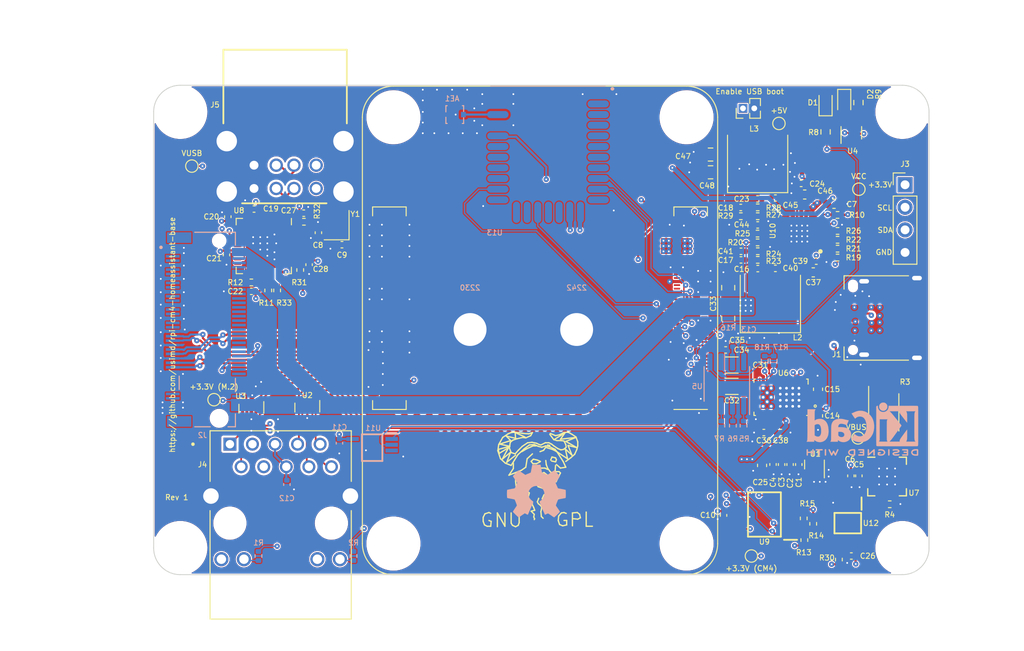
<source format=kicad_pcb>
(kicad_pcb (version 20211014) (generator pcbnew)
  (title_block (comment 4 "AISLER Project ID: MXNUZCCB"))
  (layers (0 "F.Cu" signal "Front") (1 "In1.Cu" signal) (2 "In2.Cu" signal) (31 "B.Cu" signal "Back") (34 "B.Paste" user) (35 "F.Paste" user) (36 "B.SilkS" user "B.Silkscreen") (37 "F.SilkS" user "F.Silkscreen") (38 "B.Mask" user) (39 "F.Mask" user) (44 "Edge.Cuts" user))
  (net 0 "")
  (net 1 "GND")
  (net 2 "+3.3V")
  (net 29 "/CM4 Highspeed/PCIE_RX_N")
  (net 31 "/CM4 Highspeed/PCIE_RX_P")
  (net 34 "/CM4 Highspeed/PCIE_TX_N")
  (net 36 "/CM4 Highspeed/PCIE_TX_P")
  (net 37 "/CM4 Highspeed/PCIE_nRST")
  (net 38 "/CM4 Highspeed/PCIE_CLK_nREQ")
  (net 39 "/CM4 Highspeed/PCIE_CLK_N")
  (net 41 "/CM4 Highspeed/PCIE_CLK_P")
  (net 45 "/CM4 GPIO/TRD3_P")
  (net 46 "/CM4 GPIO/TRD3_N")
  (net 47 "/CM4 GPIO/TRD2_N")
  (net 48 "/CM4 GPIO/TRD2_P")
  (net 49 "/CM4 GPIO/TRD1_P")
  (net 50 "/CM4 GPIO/TRD1_N")
  (net 51 "/CM4 GPIO/TRD0_N")
  (net 52 "/CM4 GPIO/TRD0_P")
  (net 53 "/CM4 GPIO/ETH_LEDY")
  (net 55 "/CM4 GPIO/ETH_LEDG")
  (net 59 "Net-(AE1-Pad1)")
  (net 65 "Net-(J4-Pad12)")
  (net 75 "Net-(J4-Pad14)")
  (net 76 "/CM4 GPIO/UART_WIRELESS_CTS")
  (net 77 "/CM4 GPIO/UART_WIRELESS_RTS")
  (net 93 "+5V")
  (net 101 "Net-(C16-Pad1)")
  (net 103 "/CM4 GPIO/UART_WIRELESS_RX")
  (net 107 "/CM4 Highspeed/USB2_N")
  (net 109 "/CM4 Highspeed/USB2_P")
  (net 168 "Net-(C23-Pad1)")
  (net 169 "Net-(C12-Pad1)")
  (net 170 "+3V3")
  (net 171 "/CM4 GPIO/SPI0_SCLK")
  (net 172 "/CM4 GPIO/SPI0_MISO")
  (net 173 "/CM4 GPIO/SPI0_MOSI")
  (net 174 "Net-(D1-Pad1)")
  (net 175 "Net-(D2-Pad1)")
  (net 176 "/CM4 GPIO/nLED_Activity")
  (net 177 "Net-(R9-Pad2)")
  (net 178 "/CM4 GPIO/nPWR_LED")
  (net 179 "/USB/HD1_N")
  (net 180 "/USB/HD1_P")
  (net 181 "/USB/HD2_N")
  (net 182 "/USB/HD2_P")
  (net 183 "/CM4 GPIO/nEXTRST")
  (net 184 "Net-(R12-Pad1)")
  (net 185 "Net-(C45-Pad1)")
  (net 186 "Net-(C40-Pad1)")
  (net 187 "Net-(C41-Pad2)")
  (net 188 "/Power/LDO_3V3")
  (net 189 "/Power/LDO_1V5")
  (net 190 "VBUS")
  (net 191 "VCC")
  (net 192 "/Power/CC1")
  (net 193 "/Power/CC2")
  (net 194 "Net-(C39-Pad2)")
  (net 195 "Net-(C40-Pad2)")
  (net 196 "Net-(C44-Pad2)")
  (net 197 "Net-(C45-Pad2)")
  (net 208 "Net-(R5-Pad1)")
  (net 209 "Net-(R6-Pad1)")
  (net 210 "Net-(R7-Pad1)")
  (net 211 "Net-(R16-Pad1)")
  (net 212 "/Power/I2C_SDA_PD")
  (net 213 "/Power/I2C_SCL_PD")
  (net 214 "/Power/PGOOD2")
  (net 215 "Net-(R22-Pad1)")
  (net 216 "Net-(R25-Pad2)")
  (net 217 "Net-(R26-Pad2)")
  (net 223 "Net-(U6-Pad15)")
  (net 229 "VUSB")
  (net 230 "Net-(C9-Pad2)")
  (net 231 "Net-(J1-PadA4)")
  (net 232 "Net-(R3-Pad2)")
  (net 233 "Net-(R3-Pad3)")
  (net 234 "Net-(R4-Pad2)")
  (net 235 "/Power/~{OC_FAULT}")
  (net 236 "/Power/I2C_SDA")
  (net 237 "/Power/I2C_SCL")
  (net 238 "Net-(R15-Pad2)")
  (net 239 "/Power/METER_ALERT")
  (net 241 "/Power/~{PWRDN}")
  (net 243 "/Power/USB_PWR_EN")
  (net 252 "Net-(C17-Pad1)")
  (net 253 "Net-(C18-Pad2)")
  (net 254 "Net-(JP1-Pad1)")
  (net 255 "/Power/PGOOD1")
  (net 256 "Net-(R30-Pad2)")
  (net 260 "/CM4 GPIO/SPI0_CE0")
  (net 261 "/CM4 GPIO/SPI0_CE1")
  (net 262 "Net-(C8-Pad2)")
  (net 263 "Net-(R11-Pad1)")
  (net 264 "Net-(R31-Pad1)")
  (net 265 "Net-(R32-Pad2)")
  (net 266 "Net-(R33-Pad1)")
  (net 282 "/CM4 GPIO/UART_WIRELESS_TX")
  (footprint "Package_DFN_QFN:UQFN-16-1EP_4x4mm_P0.65mm_EP2.7x2.7mm" (layer "F.Cu") (at 123.475 74.65)
    (fp_text reference "U7")
    (fp_text value "PAC1951-1")
  )
  (footprint "Capacitor_SMD:C_0402_1005Metric" (layer "F.Cu") (at 120.3 74.575 -90)
    (fp_text reference "C5")
    (fp_text value "0.1uF")
  )
  (footprint "Resistor_SMD:R_0402_1005Metric" (layer "F.Cu") (at 54.8 53.7 -90)
    (fp_text reference "R33")
    (fp_text value "36K 1%")
  )
  (footprint "Capacitor_SMD:C_0402_1005Metric" (layer "F.Cu") (at 110.632702 73.292821 -90)
    (fp_text reference "C4")
    (fp_text value "10nF")
  )
  (footprint "LED_SMD:LED_0603_1608Metric" (layer "F.Cu") (at 118.65 32.55 -90)
    (fp_text reference "D2")
    (fp_text value "LED Red")
  )
  (footprint "Resistor_SMD:R_0402_1005Metric" (layer "F.Cu") (at 107.011009 45.343323 180)
    (fp_text reference "R29")
    (fp_text value "40.2k")
  )
  (footprint "Resistor_SMD:R_0402_1005Metric" (layer "F.Cu") (at 117.9 48)
    (fp_text reference "R22")
    (fp_text value "100k")
  )
  (footprint "Capacitor_SMD:C_0402_1005Metric" (layer "F.Cu") (at 62.1 48.55 180)
    (fp_text reference "C9")
    (fp_text value "15pF")
  )
  (footprint "Resistor_SMD:R_0402_1005Metric" (layer "F.Cu") (at 108.911009 45.343323)
    (fp_text reference "R27")
    (fp_text value "5.49k")
  )
  (footprint "Capacitor_SMD:C_0402_1005Metric" (layer "F.Cu") (at 105.3 60.4)
    (fp_text reference "C34")
    (fp_text value "0.1uF")
  )
  (footprint "Capacitor_SMD:C_0402_1005Metric" (layer "F.Cu") (at 108.895341 43.391987 180)
    (fp_text reference "C23")
    (fp_text value "22pF")
  )
  (footprint "MountingHole:MountingHole_2.7mm_M2.5" (layer "F.Cu") (at 125.2 33.6)
    (fp_text reference "H3" hide)
    (fp_text value "MountingHole")
  )
  (footprint "Package_SON:USON-10_2.5x1.0mm_P0.5mm" (layer "F.Cu") (at 58.2 66.885 -90)
    (fp_text reference "U2")
    (fp_text value "TPD4EUSB30")
  )
  (footprint "Capacitor_SMD:C_0805_2012Metric" (layer "F.Cu") (at 105.5878 56.8706 90)
    (fp_text reference "C35")
    (fp_text value "22uF")
  )
  (footprint "Capacitor_SMD:C_0603_1608Metric" (layer "F.Cu") (at 115.7 67.825 90)
    (fp_text reference "C14")
    (fp_text value "10uF")
  )
  (footprint "Capacitor_SMD:C_0603_1608Metric" (layer "F.Cu") (at 114.2 42.9)
    (fp_text reference "C46")
    (fp_text value "10uF")
  )
  (footprint "Package_DFN_QFN:QFN-36-1EP_6x6mm_P0.5mm_EP3.7x3.7mm" (layer "F.Cu") (at 53.3 48.7 -90)
    (fp_text reference "U8")
    (fp_text value "USB2512")
  )
  (footprint "TPS65283:QFN50P400X400X100-25N-D" (layer "F.Cu") (at 113.6 47.3 180)
    (fp_text reference "U10")
    (fp_text value "TPS65283-1RGER" hide)
  )
  (footprint "Connector_USB:USB_C_Receptacle_Amphenol_12401610E4-2A" (layer "F.Cu") (at 124 56.8 90)
    (fp_text reference "J1")
    (fp_text value "USB_C_Receptacle")
  )
  (footprint "Capacitor_SMD:C_0603_1608Metric" (layer "F.Cu") (at 115.7 64.825 90)
    (fp_text reference "C15")
    (fp_text value "10uF")
  )
  (footprint "Capacitor_SMD:C_0402_1005Metric" (layer "F.Cu") (at 52.203291 44.53484 180)
    (fp_text reference "C19")
    (fp_text value "100n")
  )
  (footprint "Capacitor_SMD:C_0402_1005Metric" (layer "F.Cu") (at 51.9 53.8 180)
    (fp_text reference "C22")
    (fp_text value "100n")
  )
  (footprint "Capacitor_SMD:C_0402_1005Metric" (layer "F.Cu") (at 105.0649 79.025 90)
    (fp_text reference "C10")
    (fp_text value "0.1uF")
  )
  (footprint "Capacitor_SMD:C_0402_1005Metric" (layer "F.Cu") (at 112.556335 73.298711 -90)
    (fp_text reference "C2")
    (fp_text value "10nF")
  )
  (footprint "MountingHole:MountingHole_2.7mm_M2.5" (layer "F.Cu") (at 43.9 33.6)
    (fp_text reference "H4" hide)
    (fp_text value "MountingHole")
  )
  (footprint "Capacitor_SMD:C_0402_1005Metric" (layer "F.Cu") (at 49.1 49.7 -90)
    (fp_text reference "C21")
    (fp_text value "100n")
  )
  (footprint "Capacitor_SMD:C_0402_1005Metric" (layer "F.Cu") (at 59.45 47.2 90)
    (fp_text reference "C8")
    (fp_text value "15pF")
  )
  (footprint "Capacitor_SMD:C_0402_1005Metric" (layer "F.Cu") (at 49.25 45.4 90)
    (fp_text reference "C20")
    (fp_text value "100n")
  )
  (footprint "Capacitor_SMD:C_0603_1608Metric" (layer "F.Cu") (at 109.4 73.4 90)
    (fp_text reference "C25")
    (fp_text value "4.7uF")
  )
  (footprint "Capacitor_SMD:C_0402_1005Metric" (layer "F.Cu") (at 57.8 45)
    (fp_text reference "C27")
    (fp_text value "100n")
  )
  (footprint "Capacitor_SMD:C_1206_3216Metric" (layer "F.Cu") (at 106 64.5)
    (fp_text reference "C32")
    (fp_text value "22uF")
  )
  (footprint "Symbol:Symbol_GNU-Logo_SilkscreenTop" (layer "F.Cu") (at 84.4 73.4)
    (fp_text reference "REF**" hide)
    (fp_text value "Symbol_GNU-Logo_SilkscreenTop")
  )
  (footprint "Capacitor_SMD:C_0402_1005Metric" (layer "F.Cu") (at 58.4 50.8 -90)
    (fp_text reference "C28")
    (fp_text value "100n")
  )
  (footprint "Capacitor_SMD:C_0603_1608Metric" (layer "F.Cu") (at 117.5 43.95 180)
    (fp_text reference "C7")
    (fp_text value "10uF")
  )
  (footprint "Resistor_SMD:R_0402_1005Metric" (layer "F.Cu") (at 118.05 84 90)
    (fp_text reference "R30")
    (fp_text value "10k")
  )
  (footprint "ARJM11B1-502-AB-EW2:ABRACON_ARJM11B1-502-AB-EW2" (layer "F.Cu") (at 55.2 79.9)
    (fp_text reference "J4")
    (fp_text value "ARJM11B1-502-AB-EW2")
  )
  (footprint "Capacitor_SMD:C_0402_1005Metric" (layer "F.Cu") (at 113.533403 73.298711 -90)
    (fp_text reference "C1")
    (fp_text value "10nF")
  )
  (footprint "Package_SON:USON-10_2.5x1.0mm_P0.5mm" (layer "F.Cu") (at 51.9 67.015 -90)
    (fp_text reference "U3")
    (fp_text value "TPD4EUSB30")
  )
  (footprint "Capacitor_SMD:C_0402_1005Metric" (layer "F.Cu") (at 111.6 73.3 -90)
    (fp_text reference "C3")
    (fp_text value "10nF")
  )
  (footprint "Fiducial:Fiducial_0.5mm_Mask1mm" (layer "F.Cu") (at 42.8 38.1)
    (fp_text reference "FID1" hide)
    (fp_text value "Fiducial")
  )
  (footprint "SC18IS604:SOP65P640X110-16N" (layer "F.Cu") (at 109.6649 78.925 180)
    (fp_text reference "U9")
    (fp_text value "SC18IS604PWJ" hide)
  )
  (footprint "Resistor_SMD:R_0402_1005Metric" (layer "F.Cu") (at 115.1573 79.9748 90)
    (fp_text reference "R14")
    (fp_text value "4.7k")
  )
  (footprint "Capacitor_SMD:C_0402_1005Metric" (layer "F.Cu") (at 113.8 41.65)
    (fp_text reference "C24")
    (fp_text value "1uF")
  )
  (footprint "Package_SON:WSON-6-1EP_2x2mm_P0.65mm_EP1x1.6mm" (layer "F.Cu") (at 115.3 73.8 90)
    (fp_text reference "U1")
    (fp_text value "TVS2200DRV")
  )
  (footprint "Capacitor_SMD:C_1206_3216Metric" (layer "F.Cu") (at 106 62.1)
    (fp_text reference "C31")
    (fp_text value "22uF")
  )
  (footprint "TestPoint:TestPoint_Pad_D1.0mm" (layer "F.Cu") (at 120.2 70.3)
    (fp_text reference "VBUS")
    (fp_text value "TestPoint")
  )
  (footprint "Fiducial:Fiducial_0.5mm_Mask1mm" (layer "F.Cu") (at 126.8 37.6)
    (fp_text reference "FID2" hide)
    (fp_text value "Fiducial")
  )
  (footprint "TCN75A:SOP65P490X110-8N" (layer "F.Cu") (at 119.05 79.9 -90)
    (fp_text reference "U12")
    (fp_text value "TCN75AVUA" hide)
  )
  (footprint "MountingHole:MountingHole_2.7mm_M2.5" (layer "F.Cu") (at 43.9 82.7)
    (fp_text reference "H1" hide)
    (fp_text value "MountingHole")
  )
  (footprint "Capacitor_SMD:C_0402_1005Metric" (layer "F.Cu") (at 119.45 83.6)
    (fp_text reference "C26")
    (fp_text value "0.1uF")
  )
  (footprint "Resistor_SMD:R_0402_1005Metric" (layer "F.Cu") (at 51.9 52.8 180)
    (fp_text reference "R12")
    (fp_text value "36K 1%")
  )
  (footprint "Resistor_SMD:R_0402_1005Metric" (layer "F.Cu") (at 108.912476 50.257718 180)
    (fp_text reference "R23")
    (fp_text value "20k")
  )
  (footprint "Capacitor_SMD:C_0402_1005Metric" (layer "F.Cu") (at 108.907628 46.324312)
    (fp_text reference "C44")
    (fp_text value "47pF")
  )
  (footprint "Resistor_SMD:R_0402_1005Metric" (layer "F.Cu") (at 117.9 50 180)
    (fp_text reference "R19")
    (fp_text value "100k")
  )
  (footprint "Resistor_SMD:R_0402_1005Metric" (layer "F.Cu") (at 57.819065 45.968784 180)
    (fp_text reference "R32")
    (fp_text value "12K 1%")
  )
  (footprint "Resistor_SMD:R_0402_1005Metric" (layer "F.Cu") (at 114.1599 81.81 -90)
    (fp_text reference "R13")
    (fp_text value "4.7k")
  )
  (footprint "Inductor_SMD:L_Coilcraft_XAL60xx_6.36x6.56mm" (layer "F.Cu") (at 108.9 39.4 90)
    (fp_text reference "L3")
    (fp_text value "4.7uH")
  )
  (footprint "Capacitor_SMD:C_0402_1005Metric" (layer "F.Cu") (at 108.919028 51.239463 180)
    (fp_text reference "C16")
    (fp_text value "22pF")
  )
  (footprint "Connector_PinHeader_2.54mm:PinHeader_1x04_P2.54mm_Vertical" (layer "F.Cu") (at 125.5 41.8)
    (fp_text reference "J3")
    (fp_text value "PD controller EEPROM programmer")
  )
  (footprint "Resistor_SMD:R_0402_1005Metric" (layer "F.Cu") (at 117.9 45.2)
    (fp_text reference "R10")
    (fp_text value "100k")
  )
  (footprint "LED_SMD:LED_0603_1608Metric" (layer "F.Cu") (at 116.55 32.55 90)
    (fp_text reference "D1")
    (fp_text value "LED Green")
  )
  (footprint "TestPoint:TestPoint_Pad_D1.0mm" (layer "F.Cu") (at 111.3 34.9)
    (fp_text reference "+5V")
    (fp_text value "TestPoint")
  )
  (footprint "Capacitor_SMD:C_0402_1005Metric" (layer "F.Cu") (at 107.00048 44.360164)
    (fp_text reference "C18")
    (fp_text value "3.3nF")
  )
  (footprint "Capacitor_SMD:C_0805_2012Metric" (layer "F.Cu") (at 103.6 40.4)
    (fp_text reference "C48")
    (fp_text value "22uF")
  )
  (footprint "Resistor_SMD:R_0402_1005Metric" (layer "F.Cu") (at 114.0905 79.3652 -90)
    (fp_text reference "R15")
    (fp_text value "10k")
  )
  (footprint "CM4IO:MOLEX_USB_67298-4090" (layer "F.Cu") (at 55.7 36.89 180)
    (fp_text reference "J5")
    (fp_text value "690-008-221-904" hide)
  )
  (footprint "Resistor_SMD:R_0402_1005Metric" (layer "F.Cu") (at 108.915317 49.286066)
    (fp_text reference "R24")
    (fp_text value "10k")
  )
  (footprint "Capacitor_SMD:C_0402_1005Metric" (layer "F.Cu") (at 119.4 74.575 90)
    (fp_text reference "C6")
    (fp_text value "2.2uF")
  )
  (footprint "Package_TO_SOT_SMD:SOT-353_SC-70-5" (layer "F.Cu") (at 119.45 35.95 90)
    (fp_text reference "U4")
    (fp_text value "74LVC1G07SE-7")
  )
  (footprint "Capacitor_SMD:C_0805_2012Metric" (layer "F.Cu") (at 103.6 38.4)
    (fp_text reference "C47")
    (fp_text value "22uF")
  )
  (footprint "Resistor_SMD:R_0402_1005Metric" (layer "F.Cu") (at 108.910742 44.347628)
    (fp_text reference "R28")
    (fp_text value "20k")
  )
  (footprint "Capacitor_SMD:C_0402_1005Metric" (layer "F.Cu") (at 115.5 50.4 180)
    (fp_text reference "C39")
    (fp_text value "1uF")
  )
  (footprint "Resistor_SMD:R_0402_1005Metric" (layer "F.Cu") (at 53.8 53.7 -90)
    (fp_text reference "R11")
    (fp_text value "36K 1%")
  )
  (footprint "MountingHole:MountingHole_2.7mm_M2.5" (layer "F.Cu") (at 125.2 82.7)
    (fp_text reference "H2" hide)
    (fp_text value "MountingHole")
  )
  (footprint "TestPoint:TestPoint_Pad_D1.0mm" (layer "F.Cu") (at 108.2 83.6)
    (fp_text reference "+3.3V (CM4)")
    (fp_text value "TestPoint")
  )
  (footprint "Connector_PinHeader_1.27mm:PinHeader_1x02_P1.27mm_Vertical" (layer "F.Cu") (at 107.25 33.2 90)
    (fp_text reference "Enable USB boot")
    (fp_text value "Enable USB Boot")
  )
  (footprint "Resistor_SMD:R_0402_1005Metric" (layer "F.Cu") (at 57.4 51.4 -90)
    (fp_text reference "R31")
    (fp_text value "36K 1%")
  )
  (footprint "CM4IO:Raspberry-Pi-4-Compute-Module" (layer "F.Cu") (at 100.9 34.2 180)
    (fp_text reference "Module1" hide)
    (fp_text value "ComputeModule4-CM4")
  )
  (footprint "Resistor_SMD:R_0402_1005Metric" (layer "F.Cu") (at 117.9 49)
    (fp_text reference "R21")
    (fp_text value "100k")
  )
  (footprint "Capacitor_SMD:C_0402_1005Metric" (layer "F.Cu") (at 107.026289 49.291987)
    (fp_text reference "C41")
    (fp_text value "47pF")
  )
  (footprint "Capacitor_SMD:C_0603_1608Metric" (layer "F.Cu") (at 115.1636 51.6636 180)
    (fp_text reference "C37")
    (fp_text value "10uF")
  )
  (footprint "Crystal:Crystal_SMD_2520-4Pin_2.5x2.0mm" (layer "F.Cu") (at 61.5 46.35 90)
    (fp_text reference "Y1")
    (fp_text value "24MHz")
  )
  (footprint "Capacitor_SMD:C_0402_1005Metric" (layer "F.Cu") (at 110.9 51.22 180)
    (fp_text reference "C40")
    (fp_text value "47nF")
  )
  (footprint "Resistor_SMD:R_0402_1005Metric" (layer "F.Cu") (at 108.89 47.3)
    (fp_text reference "R25")
    (fp_text value "17k")
  )
  (footprint "Capacitor_SMD:C_0402_1005Metric" (layer "F.Cu") (at 110.9 43.3 180)
    (fp_text reference "C45")
    (fp_text value "47nF")
  )
  (footprint "Capacitor_SMD:C_0402_1005Metric" (layer "F.Cu") (at 111.5 69.7)
    (fp_text reference "C38")
    (fp_text value "330pF")
  )
  (footprint "Capacitor_SMD:C_0402_1005Metric" (layer "F.Cu") (at 107.025341 50.261987 180)
    (fp_text reference "C17")
    (fp_text value "3.3nF")
  )
  (footprint "Resistor_SMD:R_0603_1608Metric_Pad0.98x0.95mm_HandSolder" (layer "F.Cu") (at 120.25 32.55 -90)
    (fp_text reference "R9")
    (fp_text value "1k")
  )
  (footprint "TestPoint:TestPoint_Pad_D1.0mm" (layer "F.Cu") (at 45.2 39.7)
    (fp_text reference "VUSB")
    (fp_text value "TestPoint")
  )
  (footprint "TPS25750:PTPS25750DRJKT" (layer "F.Cu") (at 111.535001 65.725 180)
    (fp_text reference "U6")
    (fp_text value "TPS25750DRJKT" hide)
  )
  (footprint "Inductor_SMD:L_Coilcraft_XAL60xx_6.36x6.56mm" (layer "F.Cu") (at 110.3376 55.1688 90)
    (fp_text reference "L2")
    (fp_text value "4.7uH")
  )
  (footprint "Resistor_SMD:R_0402_1005Metric" (layer "F.Cu") (at 108.895341 48.291987)
    (fp_text reference "R20")
    (fp_text value "45.3k")
  )
  (footprint "Capacitor_SMD:C_0402_1005Metric" (layer "F.Cu") (at 109.6 69.7)
    (fp_text reference "C36")
    (fp_text value "330pF")
  )
  (footprint "TestPoint:TestPoint_Pad_D1.0mm" (layer "F.Cu") (at 47.7 66)
    (fp_text reference "+3.3V (M.2)")
    (fp_text value "TestPoint")
  )
  (footprint "Resistor_SMD:R_0402_1005Metric" (layer "F.Cu") (at 123.775 77.775 180)
    (fp_text reference "R4")
    (fp_text value "140k")
  )
  (footprint "TestPoint:TestPoint_Pad_D1.0mm" (layer "F.Cu") (at 120.3 42.3)
    (fp_text reference "VCC")
    (fp_text value "TestPoint")
  )
  (footprint "Resistor_SMD:R_0402_1005Metric" (layer "F.Cu") (at 117.9 47 180)
    (fp_text reference "R26")
    (fp_text value "100k")
  )
  (footprint "Resistor_SMD:R_Shunt_Vishay_WSK2512_6332Metric_T1.19mm" (layer "F.Cu") (at 123.1 67 -90)
    (fp_text reference "R3")
    (fp_text value "25m")
  )
  (footprint "Resistor_SMD:R_0603_1608Metric_Pad0.98x0.95mm_HandSolder" (layer "F.Cu") (at 116.55 35.85 -90)
    (fp_text reference "R8")
    (fp_text value "1k")
  )
  (footprint "Capacitor_SMD:C_0805_2012Metric" (layer "F.Cu") (at 105.5878 53.3908 -90)
    (fp_text reference "C33")
    (fp_text value "22uF")
  )
  (footprint "Fiducial:Fiducial_0.5mm_Mask1mm" (layer "F.Cu") (at 42.8 78.5)
    (fp_text reference "FID3" hide)
    (fp_text value "Fiducial")
  )
  (footprint "SM3ZS067U310:JAE_SM3ZS067U310AMR1200" (layer "B.Cu") (at 46.525 58.1 -90)
    (fp_text reference "J2")
    (fp_text value "Bus_M.2_Socket_M")
  )
  (footprint "Capacitor_SMD:C_0402_1005Metric" (layer "B.Cu") (at 55.9 75.55 -90)
    (fp_text reference "C12")
    (fp_text value "0.1uF")
  )
  (footprint "MountingHole:MountingHole_3.7mm_Pad" (layer "B.Cu") (at 88.525 58.1 180)
    (fp_text reference "2242")
    (fp_text value "MountingHole_Pad")
  )
  (footprint "TCN75A:SOP65P490X110-8N" (layer "B.Cu") (at 65.5 71.4 180)
    (fp_text reference "U11")
    (fp_text value "TCN75AVUA" hide)
  )
  (footprint "Symbol:OSHW-Symbol_6.7x6mm_SilkScreen" (layer "B.Cu") (at 84 76.3 180)
    (fp_text reference "REF**" hide)
    (fp_text value "OSHW-Symbol_6.7x6mm_SilkScreen" hide)
  )
  (footprint "Capacitor_SMD:C_0402_1005Metric" (layer "B.Cu") (at 107.315 59.525 -90)
    (fp_text reference "C13")
    (fp_text value "0.1uF")
  )
  (footprint "Capacitor_SMD:C_0402_1005Metric" (layer "B.Cu") (at 61.82 70.89 90)
    (fp_text reference "C11")
    (fp_text value "0.1uF")
  )
  (footprint "Resistor_SMD:R_0402_1005Metric" (layer "B.Cu") (at 106.115 68.925 -90)
    (fp_text reference "R6")
    (fp_text value "10k")
  )
  (footprint "Resistor_SMD:R_0402_1005Metric" (layer "B.Cu") (at 106.115 59.525 90)
    (fp_text reference "R16")
    (fp_text value "10k")
  )
  (footprint "Resistor_SMD:R_0402_1005Metric" (layer "B.Cu") (at 63.4 83.6 -90)
    (fp_text reference "R2")
    (fp_text value "470")
  )
  (footprint "Resistor_SMD:R_0402_1005Metric" (layer "B.Cu") (at 107.315 68.925 -90)
    (fp_text reference "R5")
    (fp_text value "10k")
  )
  (footprint "Resistor_SMD:R_0402_1005Metric" (layer "B.Cu") (at 52.7 83.6 -90)
    (fp_text reference "R1")
    (fp_text value "470")
  )
  (footprint "Symbol:KiCad-Logo2_5mm_SilkScreen" (layer "B.Cu") (at 120.7 69.3 180)
    (fp_text reference "REF**" hide)
    (fp_text value "KiCad-Logo2_5mm_SilkScreen" hide)
  )
  (footprint "A-4JA:A-4JA" (layer "B.Cu") (at 74.8 33.9 -90)
    (fp_text reference "AE1")
    (fp_text value "A-4JA")
  )
  (footprint "Resistor_SMD:R_0402_1005Metric" (layer "B.Cu") (at 110.7 61.599998 -90)
    (fp_text reference "R17")
    (fp_text value "2.2k")
  )
  (footprint "Resistor_SMD:R_0402_1005Metric" (layer "B.Cu") (at 104.815 68.925 -90)
    (fp_text reference "R7")
    (fp_text value "10k")
  )
  (footprint "Package_SO:SOIC-8_3.9x4.9mm_P1.27mm" (layer "B.Cu") (at 105.435 64.225 90)
    (fp_text reference "U5")
    (fp_text value "CAT24C256")
  )
  (footprint "Resistor_SMD:R_0402_1005Metric" (layer "B.Cu") (at 109.7 61.599998 -90)
    (fp_text reference "R18")
    (fp_text value "2.2k")
  )
  (footprint "MGM210PB32JIA2:MGM210PA32JIA2" (layer "B.Cu") (at 85.3 38.2 180)
    (fp_text reference "U13")
    (fp_text value "MGM210PB32JIA2" hide)
  )
  (footprint "MountingHole:MountingHole_3.7mm_Pad" (layer "B.Cu") (at 76.525 58.1 180)
    (fp_text reference "2230")
    (fp_text value "MountingHole_Pad")
  )
  (gr_line (start 128.2 82.7) (end 128.2 33.6) (layer "Edge.Cuts") (width 0.1))
  (gr_line (start 40.9 33.6) (end 40.9 82.7) (layer "Edge.Cuts") (width 0.1))
  (gr_arc (start 125.2 30.6) (mid 127.32132 31.47868) (end 128.2 33.6) (layer "Edge.Cuts") (width 0.1))
  (gr_line (start 125.2 30.6) (end 43.9 30.6) (layer "Edge.Cuts") (width 0.1))
  (gr_arc (start 43.9 85.7) (mid 41.77868 84.82132) (end 40.9 82.7) (layer "Edge.Cuts") (width 0.1))
  (gr_line (start 43.9 85.7) (end 125.2 85.7) (layer "Edge.Cuts") (width 0.1))
  (gr_arc (start 40.9 33.6) (mid 41.77868 31.47868) (end 43.9 30.6) (layer "Edge.Cuts") (width 0.1))
  (gr_arc (start 128.2 82.7) (mid 127.32132 84.82132) (end 125.2 85.7) (layer "Edge.Cuts") (width 0.1))
  (gr_text "https://github.com/usimd/rpi-cm4-homeassistant-base" (at 43 58.7 90) (layer "F.SilkS") (effects (font (size 0.6 0.6) (thickness 0.1))))
  (gr_text "SDA" (at 124.17 46.91) (layer "F.SilkS") (effects (font (size 0.6 0.6) (thickness 0.1)) (justify right)))
  (gr_text "GND" (at 124.1 49.4) (layer "F.SilkS") (effects (font (size 0.6 0.6) (thickness 0.1)) (justify right)))
  (gr_text "SCL" (at 124.1 44.4) (layer "F.SilkS") (effects (font (size 0.6 0.6) (thickness 0.1)) (justify right)))
  (gr_text "+3.3V" (at 124.1 41.8) (layer "F.SilkS") (effects (font (size 0.6 0.6) (thickness 0.1)) (justify right)))
  (gr_text "Rev 1" (at 43.5 77) (layer "F.SilkS") (effects (font (size 0.6 0.6) (thickness 0.1))))
  (segment (start 66.7 63.106586) (end 66.693414 63.1) (width 0.15) (layer "F.Cu") (net 1))
  (segment (start 65.9 61.9) (end 66.713344 61.9) (width 0.125) (layer "F.Cu") (net 1))
  (segment (start 66.693414 63.1) (end 65.9 63.1) (width 0.15) (layer "F.Cu") (net 1))
  (segment (start 66.713344 61.9) (end 66.714393 61.901049) (width 0.125) (layer "F.Cu") (net 1))
  (segment (start 100.445693 59.5) (end 100.576013 59.63032) (width 0.15) (layer "F.Cu") (net 1))
  (segment (start 118.275 43.95) (end 119 43.95) (width 0.125) (layer "F.Cu") (net 1))
  (via (at 66.694025 64.344826) (size 0.6) (drill 0.2) (layers "F.Cu" "B.Cu") (net 1))
  (via (at 99.3 66.1) (size 0.6) (drill 0.2) (layers "F.Cu" "B.Cu") (net 1))
  (via (at 108 59.05) (size 0.6) (drill 0.2) (layers "F.Cu" "B.Cu") (net 1))
  (via (at 66.693616 60.630049) (size 0.6) (drill 0.2) (layers "F.Cu" "B.Cu") (net 1))
  (via (at 65.2 49.9) (size 0.6) (drill 0.2) (layers "F.Cu" "B.Cu") (net 1))
  (via (at 77.9 35.1) (size 0.6) (drill 0.2) (layers "F.Cu" "B.Cu") (net 1))
  (via (at 49.1 50.8) (size 0.6) (drill 0.2) (layers "F.Cu" "B.Cu") (net 1))
  (via (at 65.2 58.3) (size 0.6) (drill 0.2) (layers "F.Cu" "B.Cu") (net 1))
  (via (at 78 44.2) (size 0.6) (drill 0.2) (layers "F.Cu" "B.Cu") (net 1))
  (via (at 58.3 44.3) (size 0.6) (drill 0.2) (layers "F.Cu" "B.Cu") (net 1))
  (via (at 110.75 40.05) (size 0.6) (drill 0.2) (layers "F.Cu" "B.Cu") (net 1))
  (via (at 41.7 61.3) (size 0.6) (drill 0.2) (layers "F.Cu" "B.Cu") (net 1))
  (via (at 65.2 47.5) (size 0.6) (drill 0.2) (layers "F.Cu" "B.Cu") (net 1))
  (via (at 101.3 39.3) (size 0.6) (drill 0.2) (layers "F.Cu" "B.Cu") (net 1))
  (via (at 65.089652 60.414484) (size 0.6) (drill 0.2) (layers "F.Cu" "B.Cu") (net 1))
  (via (at 81.4 31.6) (size 0.6) (drill 0.2) (layers "F.Cu" "B.Cu") (net 1))
  (via (at 119.8 59.35) (size 0.6) (drill 0.2) (layers "F.Cu" "B.Cu") (net 1))
  (via (at 61.8 72.05) (size 0.6) (drill 0.2) (layers "F.Cu" "B.Cu") (net 1))
  (via (at 123.475 75.55) (size 0.6) (drill 0.2) (layers "F.Cu" "B.Cu") (net 1))
  (via (at 54.5 47.4) (size 0.6) (drill 0.2) (layers "F.Cu" "B.Cu") (net 1))
  (via (at 115.9 75.25) (size 0.6) (drill 0.2) (layers "F.Cu" "B.Cu") (net 1))
  (via (at 75.7 36) (size 0.6) (drill 0.2) (layers "F.Cu" "B.Cu") (net 1))
  (via (at 112.7 46.4) (size 0.6) (drill 0.2) (layers "F.Cu" "B.Cu") (net 1))
  (via (at 92.7 44.7) (size 0.6) (drill 0.2) (layers "F.Cu" "B.Cu") (net 1))
  (via (at 109.85 39.55) (size 0.6) (drill 0.2) (layers "F.Cu" "B.Cu") (net 1))
  (via (at 120.7 53.8) (size 0.6) (drill 0.2) (layers "F.Cu" "B.Cu") (net 1))
  (via (at 58.4 51.85) (size 0.6) (drill 0.2) (layers "F.Cu" "B.Cu") (net 1))
  (via (at 102.028505 59.27331) (size 0.6) (drill 0.2) (layers "F.Cu" "B.Cu") (net 1))
  (via (at 64.8 71.7) (size 0.6) (drill 0.2) (layers "F.Cu" "B.Cu") (net 1))
  (via (at 122.575 74.65) (size 0.6) (drill 0.2) (layers "F.Cu" "B.Cu") (net 1))
  (via (at 66.6 47.5) (size 0.6) (drill 0.2) (layers "F.Cu" "B.Cu") (net 1))
  (via (at 100.851069 61.335792) (size 0.6) (drill 0.2) (layers "F.Cu" "B.Cu") (net 1))
  (via (at 113.3 47) (size 0.6) (drill 0.2) (layers "F.Cu" "B.Cu") (net 1))
  (via (at 81.4 35.1) (size 0.6) (drill 0.2) (layers "F.Cu" "B.Cu") (net 1))
  (via (at 69.7 58.3) (size 0.6) (drill 0.2) (layers "F.Cu" "B.Cu") (net 1))
  (via (at 65.2 54.7) (size 0.6) (drill 0.2) (layers "F.Cu" "B.Cu") (net 1))
  (via (at 66.7 63.106586) (size 0.6) (drill 0.2) (layers "F.Cu" "B.Cu") (net 1))
  (via (at 81.4 32.7) (size 0.6) (drill 0.2) (layers "F.Cu" "B.Cu") (net 1))
  (via (at 44.3 52.4) (size 0.6) (drill 0.2) (layers "F.Cu" "B.Cu") (net 1))
  (via (at 41.9 66.3) (size 0.6) (drill 0.2) (layers "F.Cu" "B.Cu") (net 1))
  (via (at 51.2 43.55) (size 0.6) (drill 0.2) (layers "F.Cu" "B.Cu") (net 1))
  (via (at 54.5 50.2) (size 0.6) (drill 0.2) (layers "F.Cu" "B.Cu") (net 1))
  (via (at 56.7 76.1) (size 0.6) (drill 0.2) (layers "F.Cu" "B.Cu") (net 1))
  (via (at 114.5 47.6) (size 0.6) (drill 0.2) (layers "F.Cu" "B.Cu") (net 1))
  (via (at 119 43.95) (size 0.6) (drill 0.2) (layers "F.Cu" "B.Cu") (net 1))
  (via (at 41.9 67.5) (size 0.6) (drill 0.2) (layers "F.Cu" "B.Cu") (net 1))
  (via (at 112.55 40.35) (size 0.6) (drill 0.2) (layers "F.Cu" "B.Cu") (net 1))
  (via (at 69.7 54.7) (size 0.6) (drill 0.2) (layers "F.Cu" "B.Cu") (net 1))
  (via (at 58.6 47.8) (size 0.6) (drill 0.2) (layers "F.Cu" "B.Cu") (net 1))
  (via (at 113.05 40.9) (size 0.6) (drill 0.2) (layers "F.Cu" "B.Cu") (net 1))
  (via (at 113.5 74.4) (size 0.6) (drill 0.2) (layers "F.Cu" "B.Cu") (net 1))
  (via (at 110.7 74.4) (size 0.6) (drill 0.2) (layers "F.Cu" "B.Cu") (net 1))
  (via (at 115.7 69.4) (size 0.6) (drill 0.2) (layers "F.Cu" "B.Cu") (net 1))
  (via (at 117.4 77.6) (size 0.6) (drill 0.2) (layers "F.Cu" "B.Cu") (net 1))
  (via (at 119 61.2) (size 0.6) (drill 0.2) (layers "F.Cu" "B.Cu") (net 1))
  (via (at 110.3 48.8) (size 0.6) (drill 0.2) (layers "F.Cu" "B.Cu") (net 1))
  (via (at 101.7 38.1) (size 0.6) (drill 0.2) (layers "F.Cu" "B.Cu") (net 1))
  (via (at 71.2 33.6) (size 0.6) (drill 0.2) (layers "F.Cu" "B.Cu") (net 1))
  (via (at 66.6 48.7) (size 0.6) (drill 0.2) (layers "F.Cu" "B.Cu") (net 1))
  (via (at 65.2 59.5) (size 0.6) (drill 0.2) (layers "F.Cu" "B.Cu") (net 1))
  (via (at 113.9 46.4) (size 0.6) (drill 0.2) (layers "F.Cu" "B.Cu") (net 1))
  (via (at 74.1 36) (size 0.6) (drill 0.2) (layers "F.Cu" "B.Cu") (net 1))
  (via (at 41.7 55.3) (size 0.6) (drill 0.2) (layers "F.Cu" "B.Cu") (net 1))
  (via (at 102.2 52.7) (size 0.6) (drill 0.2) (layers "F.Cu" "B.Cu") (net 1))
  (via (at 51.9 69.5) (size 0.6) (drill 0.2) (layers "F.Cu" "B.Cu") (net 1))
  (via (at 102.2 51.5) (size 0.6) (drill 0.2) (layers "F.Cu" "B.Cu") (net 1))
  (via (at 93 31.6) (size 0.6) (drill 0.2) (layers "F.Cu" "B.Cu") (net 1))
  (via (at 41.9 66.9) (size 0.6) (drill 0.2) (layers "F.Cu" "B.Cu") (net 1))
  (via (at 113.3 47.6) (size 0.6) (drill 0.2) (layers "F.Cu" "B.Cu") (net 1))
  (via (at 52.9 47.7) (size 0.6) (drill 0.2) (layers "F.Cu" "B.Cu") (net 1))
  (via (at 106.7 58.55) (size 0.6) (drill 0.2) (layers "F.Cu" "B.Cu") (net 1))
  (via (at 65.088195 64.565345) (size 0.6) (drill 0.2) (layers "F.Cu" "B.Cu") (net 1))
  (via (at 74.9 33.9) (size 0.6) (drill 0.2) (layers "F.Cu" "B.Cu") (net 1))
  (via (at 66.6 54.7) (size 0.6) (drill 0.2) (layers "F.Cu" "B.Cu") (net 1))
  (via (at 108 79.2) (size 0.6) (drill 0.2) (layers "F.Cu" "B.Cu") (net 1))
  (via (at 77.9 32.7) (size 0.6) (drill 0.2) (layers "F.Cu" "B.Cu") (net 1))
  (via (at 109.65 59.05) (size 0.6) (drill 0.2) (layers "F.Cu" "B.Cu") (net 1))
  (via (at 53.7 49.8) (size 0.6) (drill 0.2) (layers "F.Cu" "B.Cu") (net 1))
  (via (at 54.9 69.6) (size 0.6) (drill 0.2) (layers "F.Cu" "B.Cu") (net 1))
  (via (at 52.1 48.4) (size 0.6) (drill 0.2) (layers "F.Cu" "B.Cu") (net 1))
  (via (at 98.9 61.5) (size 0.6) (drill 0.2) (layers "F.Cu" "B.Cu") (net 1))
  (via (at 44.3 48.9) (size 0.6) (drill 0.2) (layers "F.Cu" "B.Cu") (net 1))
  (via (at 105.3 59.4) (size 0.6) (drill 0.2) (layers "F.Cu" "B.Cu") (net 1))
  (via (at 69.7 60.7) (size 0.6) (drill 0.2) (layers "F.Cu" "B.Cu") (net 1))
  (via (at 117.6 55.9) (size 0.6) (drill 0.2) (layers "F.Cu" "B.Cu") (net 1))
  (via (at 41.7 50.9) (size 0.6) (drill 0.2) (layers "F.Cu" "B.Cu") (net 1))
  (via (at 66.6 53.5) (size 0.6) (drill 0.2) (layers "F.Cu" "B.Cu") (net 1))
  (via (at 65.2 48.7) (size 0.6) (drill 0.2) (layers "F.Cu" "B.Cu") (net 1))
  (via (at 44.3 50.9) (size 0.6) (drill 0.2) (layers "F.Cu" "B.Cu") (net 1))
  (via (at 116.65 50.5) (size 0.6) (drill 0.2) (layers "F.Cu" "B.Cu") (net 1))
  (via (at 103.610755 53.901777) (size 0.6) (drill 0.2) (layers "F.Cu" "B.Cu") (net 1))
  (via (at 77.9 31.6) (size 0.6) (drill 0.2) (layers "F.Cu" "B.Cu") (net 1))
  (via (at 76.2 31.1) (size 0.6) (drill 0.2) (layers "F.Cu" "B.Cu") (net 1))
  (via (at 44.3 56.9) (size 0.6) (drill 0.2) (layers "F.Cu" "B.Cu") (net 1))
  (via (at 103.6 51.5) (size 0.6) (drill 0.2) (layers "F.Cu" "B.Cu") (net 1))
  (via (at 101.2 40.4) (size 0.6) (drill 0.2) (layers "F.Cu" "B.Cu") (net 1))
  (via (at 53.7 49.1) (size 0.6) (drill 0.2) (layers "F.Cu" "B.Cu") (net 1))
  (via (at 44.3 55.4) (size 0.6) (drill 0.2) (layers "F.Cu" "B.Cu") (net 1))
  (via (at 44.2 66.3) (size 0.6) (drill 0.2) (layers "F.Cu" "B.Cu") (net 1))
  (via (at 108.5 69.7) (size 0.6) (drill 0.2) (layers "F.Cu" "B.Cu") (net 1))
  (via (at 69.7 49.9) (size 0.6) (drill 0.2) (layers "F.Cu" "B.Cu") (net 1))
  (via (at 69.7 59.5) (size 0.6) (drill 0.2) (layers "F.Cu" "B.Cu") (net 1))
  (via (at 122.575 73.75) (size 0.6) (drill 0.2) (layers "F.Cu" "B.Cu") (net 1))
  (via (at 44.2 63.1) (size 0.6) (drill 0.2) (layers "F.Cu" "B.Cu") (net 1))
  (via (at 123.475 74.65) (size 0.6) (drill 0.2) (layers "F.Cu" "B.Cu") (net 1))
  (via (at 69.7 47.5) (size 0.6) (drill 0.2) (layers "F.Cu" "B.Cu") (net 1))
  (via (at 59.4 46) (size 0.6) (drill 0.2) (layers "F.Cu" "B.Cu") (net 1))
  (via (at 74.5 31.1) (size 0.6) (drill 0.2) (layers "F.Cu" "B.Cu") (net 1))
  (via (at 113.1 39.35) (size 0.6) (drill 0.2) (layers "F.Cu" "B.Cu") (net 1))
  (via (at 113.9 48.2) (size 0.6) (drill 0.2) (layers "F.Cu" "B.Cu") (net 1))
  (via (at 107.95 39.5) (size 0.6) (drill 0.2) (layers "F.Cu" "B.Cu") (net 1))
  (via (at 112.7 47) (size 0.6) (drill 0.2) (layers "F.Cu" "B.Cu") (net 1))
  (via (at 121.45 54.35) (size 0.6) (drill 0.2) (layers "F.Cu" "B.Cu") (net 1))
  (via (at 119.9 54.3) (size 0.6) (drill 0.2) (layers "F.Cu" "B.Cu") (net 1))
  (via (at 118.4 46.3) (size 0.6) (drill 0.2) (layers "F.Cu" "B.Cu") (net 1))
  (via (at 124.375 73.75) (size 0.6) (drill 0.2) (layers "F.Cu" "B.Cu") (net 1))
  (via (at 118.25 54.2) (size 0.6) (drill 0.2) (layers "F.Cu" "B.Cu") (net 1))
  (via (at 112.7 47.6) (size 0.6) (drill 0.2) (layers "F.Cu" "B.Cu") (net 1))
  (via (at 114.5 47) (size 0.6) (drill 0.2) (layers "F.Cu" "B.Cu") (net 1))
  (via (at 112.7 48.2) (size 0.6) (drill 0.2) (layers "F.Cu" "B.Cu") (net 1))
  (via (at 72.5 36) (size 0.6) (drill 0.2) (layers "F.Cu" "B.Cu") (net 1))
  (via (at 115.25 75.25) (size 0.6) (drill 0.2) (layers "F.Cu" "B.Cu") (net 1))
  (via (at 99 52.7) (size 0.6) (drill 0.2) (layers "F.Cu" "B.Cu") (net 1))
  (via (at 124.375 75.55) (size 0.6) (drill 0.2) (layers "F.Cu" "B.Cu") (net 1))
  (via (at 66.714393 61.901049) (size 0.6) (drill 0.2) (layers "F.Cu" "B.Cu") (net 1))
  (via (at 105.6 42) (size 0.6) (drill 0.2) (layers "F.Cu" "B.Cu") (net 1))
  (via (at 48.6 44.9) (size 0.6) (drill 0.2) (layers "F.Cu" "B.Cu") (net 1))
  (via (at 72.8 31.1) (size 0.6) (drill 0.2) (layers "F.Cu" "B.Cu") (net 1))
  (via (at 116.9 74.65) (size 0.6) (drill 0.2) (layers "F.Cu" "B.Cu") (net 1))
  (via (at 71.2 36) (size 0.6) (drill 0.2) (layers "F.Cu" "B.Cu") (net 1))
  (via (at 118.9824 84.3802) (size 0.6) (drill 0.2) (layers "F.Cu" "B.Cu") (net 1))
  (via (at 41.7 52.4) (size 0.6) (drill 0.2) (layers "F.Cu" "B.Cu") (net 1))
  (via (at 41.7 62.8) (size 0.6) (drill 0.2) (layers "F.Cu" "B.Cu") (net 1))
  (via (at 65.2 53.5) (size 0.6) (drill 0.2) (layers "F.Cu" "B.Cu") (net 1))
  (via (at 44.4 58.1) (size 0.6) (drill 0.2) (layers "F.Cu" "B.Cu") (net 1))
  (via (at 124.975 77.75) (size 0.6) (drill 0.2) (layers "F.Cu" "B.Cu") (net 1))
  (via (at 108.85 40.1) (size 0.6) (drill 0.2) (layers "F.Cu" "B.Cu") (net 1))
  (via (at 105.05 51.65) (size 0.6) (drill 0.2) (layers "F.Cu" "B.Cu") (net 1))
  (via (at 120.375 75.85) (size 0.6) (drill 0.2) (layers "F.Cu" "B.Cu") (net 1))
  (via (at 71.2 34.8) (size 0.6) (drill 0.2) (layers "F.Cu" "B.Cu") (net 1))
  (via (at 102.5 65.9) (size 0.6) (drill 0.2) (layers "F.Cu" "B.Cu") (net 1))
  (via (at 53.7 47.7) (size 0.6) (drill 0.2) (layers "F.Cu" "B.Cu") (net 1))
  (via (at 52.9 48.4) (size 0.6) (drill 0.2) (layers "F.Cu" "B.Cu") (net 1))
  (via (at 53.7 48.4) (size 0.6) (drill 0.2) (layers "F.Cu" "B.Cu") (net 1))
  (via (at 99.1 51.1) (size 0.6) (drill 0.2) (layers "F.Cu" "B.Cu") (net 1))
  (via (at 124.375 74.65) (size 0.6) (drill 0.2) (layers "F.Cu" "B.Cu") (net 1))
  (via (at 119.475 75.85) (size 0.6) (drill 0.2) (layers "F.Cu" "B.Cu") (net 1))
  (via (at 112.7 42.75) (size 0.6) (drill 0.2) (layers "F.Cu" "B.Cu") (net 1))
  (via (at 102.208481 53.87916) (size 0.6) (drill 0.2) (layers "F.Cu" "B.Cu") (net 1))
  (via (at 77 34.6) (size 0.6) (drill 0.2) (layers "F.Cu" "B.Cu") (net 1))
  (via (at 111.6 74.4) (size 0.6) (drill 0.2) (layers "F.Cu" "B.Cu") (net 1))
  (via (at 71.2 32.3) (size 0.6) (drill 0.2) (layers "F.Cu" "B.Cu") (net 1))
  (via (at 108.4 74) (size 0.6) (drill 0.2) (layers "F.Cu" "B.Cu") (net 1))
  (via (at 112.6 69.7) (size 0.6) (drill 0.2) (layers "F.Cu" "B.Cu") (net 1))
  (via (at 51.9 68.2) (size 0.6) (drill 0.2) (layers "F.Cu" "B.Cu") (net 1))
  (via (at 123.475 73.75) (size 0.6) (drill 0.2) (layers "F.Cu" "B.Cu") (net 1))
  (via (at 99 46.3) (size 0.6) (drill 0.2) (layers "F.Cu" "B.Cu") (net 1))
  (via (at 108.7 68.2) (size 0.6) (drill 0.2) (layers "F.Cu" "B.Cu") (net 1))
  (via (at 113.9 47) (size 0.6) (drill 0.2) (layers "F.Cu" "B.Cu") (net 1))
  (via (at 52.1 47.7) (size 0.6) (drill 0.2) (layers "F.Cu" "B.Cu") (net 1))
  (via (at 66.6 49.9) (size 0.6) (drill 0.2) (layers "F.Cu" "B.Cu") (net 1))
  (via (at 112.65 38.25) (size 0.6) (drill 0.2) (layers "F.Cu" "B.Cu") (net 1))
  (via (at 99.1 59.5) (size 0.6) (drill 0.2) (layers "F.Cu" "B.Cu") (net 1))
  (via (at 66.6 59.5) (size 0.6) (drill 0.2) (layers "F.Cu" "B.Cu") (net 1))
  (via (at 111.8 39.55) (size 0.6) (drill 0.2) (layers "F.Cu" "B.Cu") (net 1))
  (via (at 65.2 46.3) (size 0.6) (drill 0.2) (layers "F.Cu" "B.Cu") (net 1))
  (via (at 48.8 53.8) (size 0.6) (drill 0.2) (layers "F.Cu" "B.Cu") (net 1))
  (via (at 60.8 49) (size 0.6) (drill 0.2) (layers "F.Cu" "B.Cu") (net 1))
  (via (at 52.4 64.5) (size 0.6) (drill 0.2) (layers "F.Cu" "B.Cu") (net 1))
  (via (at 106.85 40) (size 0.6) (drill 0.2) (layers "F.Cu" "B.Cu") (net 1))
  (via (at 120.5 62.05) (size 0.6) (drill 0.2) (layers "F.Cu" "B.Cu") (net 1))
  (via (at 41.7 56.8) (size 0.6) (drill 0.2) (layers "F.Cu" "B.Cu") (net 1))
  (via (at 116.55 75.25) (size 0.6) (drill 0.2) (layers "F.Cu" "B.Cu") (net 1))
  (via (at 54.5 49.4) (size 0.6) (drill 0.2) (layers "F.Cu" "B.Cu") (net 1))
  (via (at 103.6 52.7) (size 0.6) (drill 0.2) (layers "F.Cu" "B.Cu") (net 1))
  (via (at 103.6 57.1) (size 0.6) (drill 0.2) (layers "F.Cu" "B.Cu") (net 1))
  (via (at 89.2 31.6) (size 0.6) (drill 0.2) (layers "F.Cu" "B.Cu") (net 1))
  (via (at 113.9 47.6) (size 0.6) (drill 0.2) (layers "F.Cu" "B.Cu") (net 1))
  (via (at 41.7 53.9) (size 0.6) (drill 0.2) (layers "F.Cu" "B.Cu") (net 1))
  (via (at 69 72.4) (size 0.6) (drill 0.2) (layers "F.Cu" "B.Cu") (net 1))
  (via (at 113.3 48.2) (size 0.6) (drill 0.2) (layers "F.Cu" "B.Cu") (net 1))
  (via (at 69.7 48.7) (size 0.6) (drill 0.2) (layers "F.Cu" "B.Cu") (net 1))
  (via (at 110.1 45.9) (size 0.6) (drill 0.2) (layers "F.Cu" "B.Cu") (net 1))
  (via (at 41.7 59.9) (size 0.6) (drill 0.2) (layers "F.Cu" "B.Cu") (net 1))
  (via (at 111.3 58.5) (size 0.6) (drill 0.2) (layers "F.Cu" "B.Cu") (net 1))
  (via (at 69.7 46.3) (size 0.6) (drill 0.2) (layers "F.Cu" "B.Cu") (net 1))
  (via (at 41.7 58.4) (size 0.6) (drill 0.2) (layers "F.Cu" "B.Cu") (net 1))
  (via (at 66.6 46.3) (size 0.6) (drill 0.2) (layers "F.Cu" "B.Cu") (net 1))
  (via (at 117.7 55) (size 0.6) (drill 0.2) (layers "F.Cu" "B.Cu") (net 1))
  (via (at 114.5 46.4) (size 0.6) (drill 0.2) (layers "F.Cu" "B.Cu") (net 1))
  (via (at 116.9 73.9) (size 0.6) (drill 0.2) (layers "F.Cu" "B.Cu") (net 1))
  (via (at 102.21095 57.083715) (size 0.6) (drill 0.2) (layers "F.Cu" "B.Cu") (net 1))
  (via (at 58.187936 68.067297) (size 0.6) (drill 0.2) (layers "F.Cu" "B.Cu") (net 1))
  (via (at 113.3 46.4) (size 0.6) (drill 0.2) (layers "F.Cu" "B.Cu") (net 1))
  (via (at 104.4 79.45) (size 0.6) (drill 0.2) (layers "F.Cu" "B.Cu") (net 1))
  (via (at 112.75 41.65) (size 0.6) (drill 0.2) (layers "F.Cu" "B.Cu") (net 1))
  (via (at 100.6 46.4) (size 0.6) (drill 0.2) (layers "F.Cu" "B.Cu") (net 1))
  (via (at 44.3 49.5) (size 0.6) (drill 0.2) (layers "F.Cu" "B.Cu") (net 1))
  (via (at 54.9 68.2) (size 0.6) (drill 0.2) (layers "F.Cu" "B.Cu") (net 1))
  (via (at 54.7 48.4) (size 0.6) (drill 0.2) (layers "F.Cu" "B.Cu") (net 1))
  (via (at 52.9 49.1) (size 0.6) (drill 0.2) (layers "F.Cu" "B.Cu") (net 1))
  (via (at 112.5 74.4) (size 0.6) (drill 0.2) (layers "F.Cu" "B.Cu") (net 1))
  (via (at 77.3 36) (size 0.6) (drill 0.2) (layers "F.Cu" "B.Cu") (net 1))
  (via (at 100.576013 59.63032) (size 0.6) (drill 0.2) (layers "F.Cu" "B.Cu") (net 1))
  (via (at 53 64) (size 0.6) (drill 0.2) (layers "F.Cu" "B.Cu") (net 1))
  (via (at 115.65 63.3) (size 0.6) (drill 0.2) (layers "F.Cu" "B.Cu") (net 1))
  (via (at 100.5 51.1) (size 0.6) (drill 0.2) (layers "F.Cu" "B.Cu") (net 1))
  (via (at 52 65.5) (size 0.6) (drill 0.2) (layers "F.Cu" "B.Cu") (net 1))
  (via (at 66.6 58.3) (size 0.6) (drill 0.2) (layers "F.Cu" "B.Cu") (net 1))
  (via (at 105.7 46.3) (size 0.6) (drill 0.2) (layers "F.Cu" "B.Cu") (net 1))
  (via (at 44.3 53.9) (size 0.6) (drill 0.2) (layers "F.Cu" "B.Cu") (net 1))
  (via (at 77 33.2) (size 0.6) (drill 0.2) (layers "F.Cu" "B.Cu") (net 1))
  (via (at 108.3 70.7) (size 0.6) (drill 0.2) (layers "F.Cu" "B.Cu") (net 1))
  (via (at 44.2 66.9) (size 0.6) (drill 0.2) (layers "F.Cu" "B.Cu") (net 1))
  (via (at 122.575 75.55) (size 0.6) (drill 0.2) (layers "F.Cu" "B.Cu") (net 1))
  (via (at 71.2 31.1) (size 0.6) (drill 0.2) (layers "F.Cu" "B.Cu") (net 1))
  (via (at 114.5 48.2) (size 0.6) (drill 0.2) (layers "F.Cu" "B.Cu") (net 1))
  (via (at 102.3 67.5) (size 0.6) (drill 0.2) (layers "F.Cu" "B.Cu") (net 1))
  (segment (start 106.7269 78.6) (end 105.1199 78.6) (width 0.25) (layer "F.Cu") (net 2))
  (segment (start 120.85 36.05) (end 119.85 36.05) (width 0.25) (layer "F.Cu") (net 2))
  (segment (start 50.3625 46.5125) (end 50.3625 46.7) (width 0.25) (layer "F.Cu") (net 2))
  (segment (start 53.3 44.759026) (end 53.075814 44.53484) (width 0.25) (layer "F.Cu") (net 2))
  (segment (start 56.2375 46.7) (end 56.2375 45.4625) (width 0.25) (layer "F.Cu") (net 2))
  (segment (start 115.1573 78.3492) (end 114.5965 78.3492) (width 0.25) (layer "F.Cu") (net 2))
  (segment (start 113.0499 82.41) (end 113.0649 82.425) (width 0.25) (layer "F.Cu") (net 2))
  (segment (start 53.065046 53.534954) (end 52.8 53.8) (width 0.25) (layer "F.Cu") (net 2))
  (segment (start 117.075 31.7625) (end 118.65 33.3375) (width 0.15) (layer "F.Cu") (net 2))
  (segment (start 58.28 50.2) (end 58.4 50.32) (width 0.25) (layer "F.Cu") (net 2))
  (segment (start 106.7269 80.55) (end 108.0399 80.55) (width 0.25) (layer "F.Cu") (net 2))
  (segment (start 108.2 83.6) (end 109.3 83.6) (width 0.15) (layer "F.Cu") (net 2))
  (segment (start 52.8 53.8) (end 52.38 53.8) (width 0.25) (layer "F.Cu") (net 2))
  (segment (start 120.025 82.1) (end 120.025 83.505) (width 0.25) (layer "F.Cu") (net 2))
  (segment (start 58.4 50.32) (end 59.32 50.32) (width 0.25) (layer "F.Cu") (net 2))
  (segment (start 55.3 51.6375) (end 55.7625 51.6375) (width 0.25) (layer "F.Cu") (net 2))
  (segment (start 120.3 74.095) (end 119.4 74.095) (width 0.25) (layer "F.Cu") (net 2))
  (segment (start 57.32 45) (end 57.32 44.22) (width 0.25) (layer "F.Cu") (net 2))
  (segment (start 52.683291 43.983291) (end 52.4 43.7) (width 0.25) (layer "F.Cu") (net 2))
  (segment (start 59.32 50.32) (end 59.4 50.4) (width 0.25) (layer "F.Cu") (net 2))
  (segment (start 104.405 78.545) (end 105.0649 78.545) (width 0.25) (layer "F.Cu") (net 2))
  (segment (start 49.12 49.2) (end 49.1 49.22) (width 0.25) (layer "F.Cu") (net 2))
  (segment (start 119.85 36.05) (end 118.8 35) (width 0.25) (layer "F.Cu") (net 2))
  (segment (start 120.025 83.505) (end 119.93 83.6) (width 0.25) (layer "F.Cu") (net 2))
  (segment (start 118.0274 84.5326) (end 118.05 84.51) (width 0.25) (layer "F.Cu") (net 2))
  (segment (start 119.93 84.48) (end 119.95 84.5) (width 0.25) (layer "F.Cu") (net 2))
  (segment (start 55.7625 51.6375) (end 55.775 51.625) (width 0.25) (layer "F.Cu") (net 2))
  (segment (start 118.8 33.4875) (end 118.65 33.3375) (width 0.15) (layer "F.Cu") (net 2))
  (segment (start 49.25 45.88) (end 49.73 45.88) (width 0.25) (layer "F.Cu") (net 2))
  (segment (start 52.683291 44.53484) (end 52.683291 43.983291) (width 0.25) (layer "F.Cu") (net 2))
  (segment (start 53.065046 52.8514) (end 53.065046 53.534954) (width 0.25) (layer "F.Cu") (net 2))
  (segment (start 56.2375 45.4625) (end 56.7 45) (width 0.25) (layer "F.Cu") (net 2))
  (segment (start 48.48 49.22) (end 48.4 49.3) (width 0.25) (layer "F.Cu") (net 2))
  (segment (start 52.38 53.8) (end 52.38 54.58) (width 0.25) (layer "F.Cu") (net 2))
  (segment (start 118.8 35) (end 118.8 33.4875) (width 0.15) (layer "F.Cu") (net 2))
  (segment (start 114.5965 78.3492) (end 114.0905 78.8552) (width 0.25) (layer "F.Cu") (net 2))
  (segment (start 121.475 74.325) (end 120.53 74.325) (width 0.25) (layer "F.Cu") (net 2))
  (segment (start 48.55 45.9) (end 48.57 45.88) (width 0.25) (layer "F.Cu") (net 2))
  (segment (start 56.7 45) (end 57.32 45) (width 0.25) (layer "F.Cu") (net 2))
  (segment (start 119.4 74.095) (end 119.4 73.375) (width 0.25) (layer "F.Cu") (net 2))
  (segment (start 120.53 74.325) (end 120.3 74.095) (width 0.25) (layer "F.Cu") (net 2))
  (segment (start 50.3625 49.2) (end 49.12 49.2) (width 0.25) (layer "F.Cu") (net 2))
  (segment (start 53.075814 44.53484) (end 52.683291 44.53484) (width 0.25) (layer "F.Cu") (net 2))
  (segment (start 117.2298 84.5326) (end 118.0274 84.5326) (width 0.25) (layer "F.Cu") (net 2))
  (segment (start 116.55 31.7625) (end 117.075 31.7625) (width 0.15) (layer "F.Cu") (net 2))
  (segment (start 53.3 51.6375) (end 53.3 52.616446) (width 0.25) (layer "F.Cu") (net 2))
  (segment (start 119.4 73.375) (end 119.375 73.35) (width 0.25) (layer "F.Cu") (net 2))
  (segment (start 53.3 52.616446) (end 53.065046 52.8514) (width 0.25) (layer "F.Cu") (net 2))
  (segment (start 48.57 45.88) (end 49.25 45.88) (width 0.25) (layer "F.Cu") (net 2))
  (segment (start 57.32 44.22) (end 57.3 44.2) (width 0.25) (layer "F.Cu") (net 2))
  (segment (start 104.4 78.55) (end 104.405 78.545) (width 0.25) (layer "F.Cu") (net 2))
  (segment (start 49.73 45.88) (end 50.3625 46.5125) (width 0.25) (layer "F.Cu") (net 2))
  (segment (start 52.38 54.58) (end 52.4 54.6) (width 0.25) (layer "F.Cu") (net 2))
  (segment (start 119.93 83.6) (end 119.93 84.48) (width 0.25) (layer "F.Cu") (net 2))
  (segment (start 53.3 45.7625) (end 53.3 44.759026) (width 0.25) (layer "F.Cu") (net 2))
  (segment (start 114.0549 82.425) (end 113.0649 82.425) (width 0.25) (layer "F.Cu") (net 2))
  (segment (start 49.1 49.22) (end 48.48 49.22) (width 0.25) (layer "F.Cu") (net 2))
  (segment (start 56.2375 50.2) (end 58.28 50.2) (width 0.25) (layer "F.Cu") (net 2))
  (segment (start 114.1599 82.32) (end 114.0549 82.425) (width 0.25) (layer "F.Cu") (net 2))
  (segment (start 115.1573 78.3492) (end 115.1573 79.4648) (width 0.25) (layer "F.Cu") (net 2))
  (via (at 87.8 46.9) (size 0.6) (drill 0.2) (layers "F.Cu" "B.Cu") (net 2))
  (via (at 98.3 48.7) (size 0.6) (drill 0.2) (layers "F.Cu" "B.Cu") (net 2))
  (via (at 119.95 84.5) (size 0.6) (drill 0.2) (layers "F.Cu" "B.Cu") (net 2))
  (via (at 61.8 69.9) (size 0.6) (drill 0.2) (layers "F.Cu" "B.Cu") (net 2))
  (via (at 98.9 48.1) (size 0.6) (drill 0.2) (layers "F.Cu" "B.Cu") (net 2))
  (via (at 104.4 78.55) (size 0.6) (drill 0.2) (layers "F.Cu" "B.Cu") (net 2))
  (via (at 98.9 48.7) (size 0.6) (drill 0.2) (layers "F.Cu" "B.Cu") (net 2))
  (via (at 100.7 48.1) (size 0.6) (drill 0.2) (layers "F.Cu" "B.Cu") (net 2))
  (via (at 98.9 49.3) (size 0.6) (drill 0.2) (layers "F.Cu" "B.Cu") (net 2))
  (via (at 52.4 54.6) (size 0.6) (drill 0.2) (layers "F.Cu" "B.Cu") (net 2))
  (via (at 57.3 44.2) (size 0.6) (drill 0.2) (layers "F.Cu" "B.Cu") (net 2))
  (via (at 109.3 83.6) (size 0.6) (drill 0.2) (layers "F.Cu" "B.Cu") (net 2))
  (via (at 108.0649 80.525) (size 0.6) (drill 0.2) (layers "F.Cu" "B.Cu") (net 2))
  (via (at 120.85 36.05) (size 0.6) (drill 0.2) (layers "F.Cu" "B.Cu") (net 2))
  (via (at 101.3 49.3) (size 0.6) (drill 0.2) (layers "F.Cu" "B.Cu") (net 2))
  (via (at 119.375 73.35) (size 0.6) (drill 0.2) (layers "F.Cu" "B.Cu") (net 2))
  (via (at 48.4 49.3) (size 0.6) (drill 0.2) (layers "F.Cu" "B.Cu") (net 2))
  (via (at 55.775 51.625) (size 0.6) (drill 0.2) (layers "F.Cu" "B.Cu") (net 2))
  (via (at 52.4 43.7) (size 0.6) (drill 0.2) (layers "F.Cu" "B.Cu") (net 2))
  (via (at 115.1573 78.3492) (size 0.6) (drill 0.2) (layers "F.Cu" "B.Cu") (net 2))
  (via (at 59.4 50.4) (size 0.6) (drill 0.2) (layers "F.Cu" "B.Cu") (net 2))
  (via (at 101.3 48.1) (size 0.6) (drill 0.2) (layers "F.Cu" "B.Cu") (net 2))
  (via (at 117.2298 84.5326) (size 0.6) (drill 0.2) (layers "F.Cu" "B.Cu") (net 2))
  (via (at 98.3 48.1) (size 0.6) (drill 0.2) (layers "F.Cu" "B.Cu") (net 2))
  (via (at 98.3 49.3) (size 0.6) (drill 0.2) (layers "F.Cu" "B.Cu") (net 2))
  (via (at 100.7 49.3) (size 0.6) (drill 0.2) (layers "F.Cu" "B.Cu") (net 2))
  (via (at 101.3 48.7) (size 0.6) (drill 0.2) (layers "F.Cu" "B.Cu") (net 2))
  (via (at 100.7 48.7) (size 0.6) (drill 0.2) (layers "F.Cu" "B.Cu") (net 2))
  (via (at 48.55 45.9) (size 0.6) (drill 0.2) (layers "F.Cu" "B.Cu") (net 2))
  (via (at 113.0649 82.425) (size 0.6) (drill 0.2) (layers "F.Cu" "B.Cu") (net 2))
  (via (at 88.9 46.9) (size 0.6) (drill 0.2) (layers "F.Cu" "B.Cu") (net 2))
  (segment (start 61.8 69.9) (end 61.82 69.92) (width 0.25) (layer "B.Cu") (net 2))
  (segment (start 61.82 69.92) (end 61.82 70.41) (width 0.25) (layer "B.Cu") (net 2))
  (segment (start 63.3 70.425) (end 61.835 70.425) (width 0.25) (layer "B.Cu") (net 2))
  (segment (start 88.9 46.9) (end 88.9 44.95) (width 0.5) (layer "B.Cu") (net 2))
  (segment (start 88.9 44.95) (end 88.95 44.9) (width 0.5) (layer "B.Cu") (net 2))
  (segment (start 87.8 46.9) (end 87.8 44.95) (width 0.5) (layer "B.Cu") (net 2))
  (segment (start 87.8 44.95) (end 87.75 44.9) (width 0.5) (layer "B.Cu") (net 2))
  (segment (start 61.835 70.425) (end 61.82 70.41) (width 0.25) (layer "B.Cu") (net 2))
  (segment (start 65.374999 62.3) (end 65.372499 62.3025) (width 0.23) (layer "F.Cu") (net 29))
  (segment (start 46.44118 59.061872) (end 46.44118 58.65882) (width 0.23) (layer "F.Cu") (net 29))
  (segment (start 65.9 62.3) (end 65.374999 62.3) (width 0.23) (layer "F.Cu") (net 29))
  (segment (start 62.981808 60.6025) (end 47.981807 60.602499) (width 0.23) (layer "F.Cu") (net 29))
  (segment (start 65.372499 62.3025) (end 64.681808 62.3025) (width 0.23) (layer "F.Cu") (net 29))
  (segment (start 64.681808 62.3025) (end 62.981808 60.6025) (width 0.23) (layer "F.Cu") (net 29))
  (segment (start 47.981807 60.602499) (end 46.44118 59.061872) (width 0.23) (layer "F.Cu") (net 29))
  (via (at 46.44118 58.65882) (size 0.6) (drill 0.2) (layers "F.Cu" "B.Cu") (net 29))
  (segment (start 45.061872 58.65882) (end 44.818192 58.9025) (width 0.23) (layer "B.Cu") (net 29))
  (segment (start 44.212501 58.85) (end 43.05 58.85) (width 0.23) (layer "B.Cu") (net 29))
  (segment (start 44.818192 58.9025) (end 44.265001 58.9025) (width 0.23) (layer "B.Cu") (net 29))
  (segment (start 44.265001 58.9025) (end 44.212501 58.85) (width 0.23) (layer "B.Cu") (net 29))
  (segment (start 46.44118 58.65882) (end 45.061872 58.65882) (width 0.23) (layer "B.Cu") (net 29))
  (segment (start 65.372499 62.6975) (end 64.518192 62.6975) (width 0.23) (layer "F.Cu") (net 31))
  (segment (start 46.671245 59.850553) (end 46.511817 59.691125) (width 0.23) (layer "F.Cu") (net 31))
  (segment (start 49.3025 60.9975) (end 49.3 61) (width 0.23) (layer "F.Cu") (net 31))
  (segment (start 47.820692 61) (end 47.360346 60.539654) (width 0.23) (layer "F.Cu") (net 31))
  (segment (start 65.374999 62.7) (end 65.372499 62.6975) (width 0.23) (layer "F.Cu") (net 31))
  (segment (start 46.161872 59.34118) (end 45.75882 59.34118) (width 0.23) (layer "F.Cu") (net 31))
  (segment (start 46.511817 59.691125) (end 46.161872 59.34118) (width 0.23) (layer "F.Cu") (net 31))
  (segment (start 62.818192 60.9975) (end 49.3025 60.9975) (width 0.23) (layer "F.Cu") (net 31))
  (segment (start 46.830674 60.539654) (end 46.671245 60.380225) (width 0.23) (layer "F.Cu") (net 31))
  (segment (start 64.518192 62.6975) (end 62.818192 60.9975) (width 0.23) (layer "F.Cu") (net 31))
  (segment (start 49.3 61) (end 47.820692 61) (width 0.23) (layer "F.Cu") (net 31))
  (segment (start 65.9 62.7) (end 65.374999 62.7) (width 0.23) (layer "F.Cu") (net 31))
  (segment (start 47.095511 60.539653) (end 47.09551 60.539654) (width 0.23) (layer "F.Cu") (net 31))
  (via (at 45.75882 59.34118) (size 0.6) (drill 0.2) (layers "F.Cu" "B.Cu") (net 31))
  (arc (start 46.671245 60.115389) (mid 46.726093 59.98297) (end 46.671245 59.850553) (width 0.23) (layer "F.Cu") (net 31))
  (arc (start 47.09551 60.539654) (mid 46.963091 60.594502) (end 46.830674 60.539654) (width 0.23) (layer "F.Cu") (net 31))
  (arc (start 47.360346 60.539654) (mid 47.227928 60.484803) (end 47.095511 60.539653) (width 0.23) (layer "F.Cu") (net 31))
  (arc (start 46.671245 60.380225) (mid 46.616395 60.247806) (end 46.671245 60.115389) (width 0.23) (layer "F.Cu") (net 31))
  (segment (start 44.265001 59.2975) (end 44.212501 59.35) (width 0.23) (layer "B.Cu") (net 31))
  (segment (start 45.225488 59.05382) (end 44.981808 59.2975) (width 0.23) (layer "B.Cu") (net 31))
  (segment (start 44.981808 59.2975) (end 44.265001 59.2975) (width 0.23) (layer "B.Cu") (net 31))
  (segment (start 45.75882 59.34118) (end 45.47146 59.05382) (width 0.23) (layer "B.Cu") (net 31))
  (segment (start 45.47146 59.05382) (end 45.225488 59.05382) (width 0.23) (layer "B.Cu") (net 31))
  (segment (start 44.212501 59.35) (end 43.05 59.35) (width 0.23) (layer "B.Cu") (net 31))
  (segment (start 65.9 61.1) (end 65.374999 61.1) (width 0.23) (layer "F.Cu") (net 34))
  (segment (start 65.372499 61.1025) (end 64.781808 61.1025) (width 0.23) (layer "F.Cu") (net 34))
  (segment (start 49.421385 58.4025) (end 49.106385 58.7175) (width 0.23) (layer "F.Cu") (net 34))
  (segment (start 65.374999 61.1) (end 65.372499 61.1025) (width 0.23) (layer "F.Cu") (net 34))
  (segment (start 62.081808 58.4025) (end 49.421385 58.4025) (width 0.23) (layer "F.Cu") (net 34))
  (segment (start 64.781808 61.1025) (end 62.081808 58.4025) (width 0.23) (layer "F.Cu") (net 34))
  (segment (start 49.106385 58.7175) (end 48.7 58.7175) (width 0.23) (layer "F.Cu") (net 34))
  (via (at 48.7 58.7175) (size 0.6) (drill 0.2) (layers "F.Cu" "B.Cu") (net 34))
  (segment (start 44.303154 60.4025) (end 44.265001 60.4025) (width 0.23) (layer "B.Cu") (net 34))
  (segment (start 48.7 58.7175) (end 48.415001 59.002499) (width 0.23) (layer "B.Cu") (net 34))
  (segment (start 44.600043 60.105611) (end 44.303154 60.4025) (width 0.23) (layer "B.Cu") (net 34))
  (segment (start 46.115081 60.105611) (end 44.600043 60.105611) (width 0.23) (layer "B.Cu") (net 34))
  (segment (start 44.212501 60.35) (end 43.05 60.35) (width 0.23) (layer "B.Cu") (net 34))
  (segment (start 44.265001 60.4025) (end 44.212501 60.35) (width 0.23) (layer "B.Cu") (net 34))
  (segment (start 47.218193 59.002499) (end 46.115081 60.105611) (width 0.23) (layer "B.Cu") (net 34))
  (segment (start 48.415001 59.002499) (end 47.218193 59.002499) (width 0.23) (layer "B.Cu") (net 34))
  (segment (start 61.918192 58.7975) (end 49.585 58.7975) (width 0.23) (layer "F.Cu") (net 36))
  (segment (start 65.372499 61.4975) (end 64.618192 61.4975) (width 0.23) (layer "F.Cu") (net 36))
  (segment (start 64.618192 61.4975) (end 61.918192 58.7975) (width 0.23) (layer "F.Cu") (net 36))
  (segment (start 49.585 58.7975) (end 48.7 59.6825) (width 0.23) (layer "F.Cu") (net 36))
  (segment (start 65.374999 61.5) (end 65.372499 61.4975) (width 0.23) (layer "F.Cu") (net 36))
  (segment (start 65.9 61.5) (end 65.374999 61.5) (width 0.23) (layer "F.Cu") (net 36))
  (via (at 48.7 59.6825) (size 0.6) (drill 0.2) (layers "F.Cu" "B.Cu") (net 36))
  (segment (start 44.265001 60.7975) (end 44.212501 60.85) (width 0.23) (layer "B.Cu") (net 36))
  (segment (start 48.415001 59.397501) (end 47.381807 59.397501) (width 0.23) (layer "B.Cu") (net 36))
  (segment (start 46.278697 60.500611) (end 44.763659 60.500611) (width 0.23) (layer "B.Cu") (net 36))
  (segment (start 44.212501 60.85) (end 43.05 60.85) (width 0.23) (layer "B.Cu") (net 36))
  (segment (start 44.46677 60.7975) (end 44.265001 60.7975) (width 0.23) (layer "B.Cu") (net 36))
  (segment (start 47.381807 59.397501) (end 46.278697 60.500611) (width 0.23) (layer "B.Cu") (net 36))
  (segment (start 44.763659 60.500611) (end 44.46677 60.7975) (width 0.23) (layer "B.Cu") (net 36))
  (segment (start 48.7 59.6825) (end 48.415001 59.397501) (width 0.23) (layer "B.Cu") (net 36))
  (segment (start 70.2 63.8) (end 70.1 63.9) (width 0.25) (layer "F.Cu") (net 37))
  (segment (start 70.1 63.9) (end 68.98 63.9) (width 0.25) (layer "F.Cu") (net 37))
  (via (at 52.616636 59.928755) (size 0.6) (drill 0.2) (layers "F.Cu" "B.Cu") (net 37))
  (via (at 70.2 63.8) (size 0.6) (drill 0.2) (layers "F.Cu" "B.Cu") (net 37))
  (segment (start 52.616636 60.283364) (end 51.8 61.1) (width 0.25) (layer "B.Cu") (net 37))
  (segment (start 52.616636 59.928755) (end 52.616636 60.283364) (width 0.25) (layer "B.Cu") (net 37))
  (segment (start 51.8 61.1) (end 50.5 61.1) (width 0.25) (layer "B.Cu") (net 37))
  (segment (start 48.9 62.4) (end 62.1 62.4) (width 0.25) (layer "F.Cu") (net 38))
  (segment (start 65.2 65.5) (end 65.9 65.5) (width 0.25) (layer "F.Cu") (net 38))
  (segment (start 62.1 62.4) (end 65.2 65.5) (width 0.25) (layer "F.Cu") (net 38))
  (segment (start 48.6 62.7) (end 48.9 62.4) (width 0.25) (layer "F.Cu") (net 38))
  (via (at 48.6 62.7) (size 0.6) (drill 0.2) (layers "F.Cu" "B.Cu") (net 38))
  (segment (start 48.6 62.4) (end 49.4 61.6) (width 0.25) (layer "B.Cu") (net 38))
  (segment (start 49.4 61.6) (end 50.5 61.6) (width 0.25) (layer "B.Cu") (net 38))
  (segment (start 48.6 62.7) (end 48.6 62.4) (width 0.25) (layer "B.Cu") (net 38))
  (segment (start 65.9 63.5) (end 65.374999 63.5) (width 0.23) (layer "F.Cu") (net 39))
  (segment (start 65.374999 63.5) (end 65.372499 63.5025) (width 0.23) (layer "F.Cu") (net 39))
  (segment (start 65.372499 63.5025) (end 64.581808 63.5025) (width 0.23) (layer "F.Cu") (net 39))
  (segment (start 64.581808 63.5025) (end 62.581808 61.5025) (width 0.23) (layer "F.Cu") (net 39))
  (segment (start 62.581808 61.5025) (end 46.384999 61.502499) (width 0.23) (layer "F.Cu") (net 39))
  (segment (start 46.384999 61.502499) (end 46.1 61.2175) (width 0.23) (layer "F.Cu") (net 39))
  (via (at 46.1 61.2175) (size 0.6) (drill 0.2) (layers "F.Cu" "B.Cu") (net 39))
  (segment (start 46.1 61.2175) (end 45.4675 61.85) (width 0.23) (layer "B.Cu") (net 39))
  (segment (start 45.4675 61.85) (end 43.05 61.85) (width 0.23) (layer "B.Cu") (net 39))
  (segment (start 65.372499 63.8975) (end 64.418192 63.8975) (width 0.23) (layer "F.Cu") (net 41))
  (segment (start 64.418192 63.8975) (end 62.418192 61.8975) (width 0.23) (layer "F.Cu") (net 41))
  (segment (start 46.384999 61.897501) (end 46.1 62.1825) (width 0.23) (layer "F.Cu") (net 41))
  (segment (start 65.9 63.9) (end 65.374999 63.9) (width 0.23) (layer "F.Cu") (net 41))
  (segment (start 65.374999 63.9) (end 65.372499 63.8975) (width 0.23) (layer "F.Cu") (net 41))
  (segment (start 62.418192 61.8975) (end 46.384999 61.897501) (width 0.23) (layer "F.Cu") (net 41))
  (via (at 46.1 62.1825) (size 0.6) (drill 0.2) (layers "F.Cu" "B.Cu") (net 41))
  (segment (start 45.693615 62.1825) (end 46.1 62.1825) (width 0.23) (layer "B.Cu") (net 41))
  (segment (start 43.05 62.35) (end 45.526115 62.35) (width 0.23) (layer "B.Cu") (net 41))
  (segment (start 45.526115 62.35) (end 45.693615 62.1825) (width 0.23) (layer "B.Cu") (net 41))
  (segment (start 81.573112 69.693658) (end 81.573112 69.693659) (width 0.19) (layer "F.Cu") (net 45))
  (segment (start 85.062839 69.803932) (end 84.833385 69.803932) (width 0.19) (layer "F.Cu") (net 45))
  (segment (start 84.273112 69.693658) (end 84.273112 69.693659) (width 0.19) (layer "F.Cu") (net 45))
  (segment (start 82.473112 69.693658) (end 82.473112 69.693659) (width 0.19) (layer "F.Cu") (net 45))
  (segment (start 84.162839 69.803932) (end 83.933385 69.803932) (width 0.19) (layer "F.Cu") (net 45))
  (segment (start 78.762839 69.803932) (end 78.533385 69.803932) (width 0.19) (layer "F.Cu") (net 45))
  (segment (start 76.062839 69.803932) (end 75.833385 69.803932) (width 0.19) (layer "F.Cu") (net 45))
  (segment (start 80.112839 69.583385) (end 79.883385 69.583385) (width 0.19) (layer "F.Cu") (net 45))
  (segment (start 75.162839 69.803932) (end 74.933385 69.803932) (width 0.19) (layer "F.Cu") (net 45))
  (segment (start 82.362839 69.803932) (end 82.133385 69.803932) (width 0.19) (layer "F.Cu") (net 45))
  (segment (start 74.712839 69.583385) (end 74.483385 69.583385) (width 0.19) (layer "F.Cu") (net 45))
  (segment (start 72.683385 69.583385) (end 64.508247 69.583385) (width 0.19) (layer "F.Cu") (net 45))
  (segment (start 83.712839 69.583385) (end 83.483385 69.583385) (width 0.19) (layer "F.Cu") (net 45))
  (segment (start 85.962839 69.803932) (end 85.733385 69.803932) (width 0.19) (layer "F.Cu") (net 45))
  (segment (start 81.462839 69.803932) (end 81.233385 69.803932) (width 0.19) (layer "F.Cu") (net 45))
  (segment (start 74.823112 69.693659) (end 74.823112 69.693658) (width 0.19) (layer "F.Cu") (net 45))
  (segment (start 82.023112 69.693659) (end 82.023112 69.693658) (width 0.19) (layer "F.Cu") (net 45))
  (segment (start 101.808379 65.360323) (end 101.808379 66.217823) (width 0.19) (layer "F.Cu") (net 45))
  (segment (start 77.523112 69.693659) (end 77.523112 69.693658) (width 0.19) (layer "F.Cu") (net 45))
  (segment (start 87.423112 69.693659) (end 87.423112 69.693658) (width 0.19) (layer "F.Cu") (net 45))
  (segment (start 81.912839 69.583385) (end 81.683385 69.583385) (width 0.19) (layer "F.Cu") (net 45))
  (segment (start 83.262839 69.803932) (end 83.033385 69.803932) (width 0.19) (layer "F.Cu") (net 45))
  (segment (start 85.512839 69.583385) (end 85.283385 69.583385) (width 0.19) (layer "F.Cu") (net 45))
  (segment (start 74.373112 69.693658) (end 74.373112 69.693659) (width 0.19) (layer "F.Cu") (net 45))
  (segment (start 76.962839 69.803932) (end 76.733385 69.803932) (width 0.19) (layer "F.Cu") (net 45))
  (segment (start 84.723112 69.693659) (end 84.723112 69.693658) (width 0.19) (layer "F.Cu") (net 45))
  (segment (start 87.873112 69.693658) (end 87.873112 69.693659) (width 0.19) (layer "F.Cu") (net 45))
  (segment (start 86.523112 69.693659) (end 86.523112 69.693658) (width 0.19) (layer "F.Cu") (net 45))
  (segment (start 73.023112 69.693659) (end 73.023112 69.693658) (width 0.19) (layer "F.Cu") (net 45))
  (segment (start 77.073112 69.693658) (end 77.073112 69.693659) (width 0.19) (layer "F.Cu") (net 45))
  (segment (start 85.623112 69.693659) (end 85.623112 69.693658) (width 0.19) (layer "F.Cu") (net 45))
  (segment (start 77.412839 69.583385) (end 77.183385 69.583385) (width 0.19) (layer "F.Cu") (net 45))
  (segment (start 77.973112 69.693658) (end 77.973112 69.693659) (width 0.19) (layer "F.Cu") (net 45))
  (segment (start 64.508247 69.583385) (end 60.686073 65.761211) (width 0.19) (layer "F.Cu") (net 45))
  (segment (start 73.923112 69.693659) (end 73.923112 69.693658) (width 0.19) (layer "F.Cu") (net 45))
  (segment (start 72.912839 69.583385) (end 72.683385 69.583385) (width 0.19) (layer "F.Cu") (net 45))
  (segment (start 84.612839 69.583385) (end 84.383385 69.583385) (width 0.19) (layer "F.Cu") (net 45))
  (segment (start 102.374999 65.1) (end 102.9 65.1) (width 0.2) (layer "F.Cu") (net 45))
  (segment (start 59.645 71.01) (end 59.18 70.545) (width 0.2) (layer "F.Cu") (net 45))
  (segment (start 78.423112 69.693659) (end 78.423112 69.693658) (width 0.19) (layer "F.Cu") (net 45))
  (segment (start 78.873112 69.693658) (end 78.873112 69.693659) (width 0.19) (layer "F.Cu") (net 45))
  (segment (start 80.673112 69.693658) (end 80.673112 69.693659) (width 0.19) (layer "F.Cu") (net 45))
  (segment (start 73.473112 69.693658) (end 73.473112 69.693659) (width 0.19) (layer "F.Cu") (net 45))
  (segment (start 76.173112 69.693658) (end 76.173112 69.693659) (width 0.19) (layer "F.Cu") (net 45))
  (segment (start 60.686073 65.761211) (end 59.500419 65.761211) (width 0.19) (layer "F.Cu") (net 45))
  (segment (start 98.442817 69.583385) (end 87.983385 69.583385) (width 0.19) (layer "F.Cu") (net 45))
  (segment (start 79.212839 69.583385) (end 78.983385 69.583385) (width 0.19) (layer "F.Cu") (net 45))
  (segment (start 76.512839 69.583385) (end 76.283385 69.583385) (width 0.19) (layer "F.Cu") (net 45))
  (segment (start 82.812839 69.583385) (end 82.583385 69.583385) (width 0.19) (layer "F.Cu") (net 45))
  (segment (start 79.773112 69.693658) (end 79.773112 69.693659) (width 0.19) (layer "F.Cu") (net 45))
  (segment (start 86.073112 69.693658) (end 86.073112 69.693659) (width 0.19) (layer "F.Cu") (net 45))
  (segment (start 87.312839 69.583385) (end 87.083385 69.583385) (width 0.19) (layer "F.Cu") (net 45))
  (segment (start 85.173112 69.693658) (end 85.173112 69.693659) (width 0.19) (layer "F.Cu") (net 45))
  (segment (start 76.623112 69.693659) (end 76.623112 69.693658) (width 0.19) (layer "F.Cu") (net 45))
  (segment (start 73.812839 69.583385) (end 73.583385 69.583385) (width 0.19) (layer "F.Cu") (net 45))
  (segment (start 75.723112 69.693659) (end 75.723112 69.693658) (width 0.19) (layer "F.Cu") (net 45))
  (segment (start 83.373112 69.693658) (end 83.373112 69.693659) (width 0.19) (layer "F.Cu") (net 45))
  (segment (start 102.078702 65.09) (end 101.808379 65.360323) (width 0.19) (layer "F.Cu") (net 45))
  (segment (start 86.412839 69.583385) (end 86.183385 69.583385) (width 0.19) (layer "F.Cu") (net 45))
  (segment (start 101.808379 66.217823) (end 98.442817 69.583385) (width 0.19) (layer "F.Cu") (net 45))
  (segment (start 86.973112 69.693658) (end 86.973112 69.693659) (width 0.19) (layer "F.Cu") (net 45))
  (segment (start 86.862839 69.803932) (end 86.633385 69.803932) (width 0.19) (layer "F.Cu") (net 45))
  (segment (start 80.562839 69.803932) (end 80.333385 69.803932) (width 0.19) (layer "F.Cu") (net 45))
  (segment (start 81.123112 69.693659) (end 81.123112 69.693658) (width 0.19) (layer "F.Cu") (net 45))
  (segment (start 79.323112 69.693659) (end 79.323112 69.693658) (width 0.19) (layer "F.Cu") (net 45))
  (segment (start 87.762839 69.803932) (end 87.533385 69.803932) (width 0.19) (layer "F.Cu") (net 45))
  (segment (start 81.012839 69.583385) (end 80.783385 69.583385) (width 0.19) (layer "F.Cu") (net 45))
  (segment (start 73.362839 69.803932) (end 73.133385 69.803932) (width 0.19) (layer "F.Cu") (net 45))
  (segment (start 75.273112 69.693658) (end 75.273112 69.693659) (width 0.19) (layer "F.Cu") (net 45))
  (segment (start 79.662839 69.803932) (end 79.433385 69.803932) (width 0.19) (layer "F.Cu") (net 45))
  (segment (start 102.364999 65.09) (end 102.374999 65.1) (width 0.2) (layer "F.Cu") (net 45))
  (segment (start 83.823112 69.693659) (end 83.823112 69.693658) (width 0.19) (layer "F.Cu") (net 45))
  (segment (start 78.312839 69.583385) (end 78.083385 69.583385) (width 0.19) (layer "F.Cu") (net 45))
  (segment (start 80.223112 69.693659) (end 80.223112 69.693658) (width 0.19) (layer "F.Cu") (net 45))
  (segment (start 102.078702 65.09) (end 102.364999 65.09) (width 0.2) (layer "F.Cu") (net 45))
  (segment (start 59.140812 66.120818) (end 59.140812 70.505812) (width 0.19) (layer "F.Cu") (net 45))
  (segment (start 77.862839 69.803932) (end 77.633385 69.803932) (width 0.19) (layer "F.Cu") (net 45))
  (segment (start 59.140812 70.505812) (end 59.645 71.01) (width 0.19) (layer "F.Cu") (net 45))
  (segment (start 75.612839 69.583385) (end 75.383385 69.583385) (width 0.19) (layer "F.Cu") (net 45))
  (segment (start 74.262839 69.803932) (end 74.033385 69.803932) (width 0.19) (layer "F.Cu") (net 45))
  (segment (start 82.923112 69.693659) (end 82.923112 69.693658) (width 0.19) (layer "F.Cu") (net 45))
  (segment (start 59.500419 65.761211) (end 59.140812 66.120818) (width 0.19) (layer "F.Cu") (net 45))
  (arc (start 76.283385 69.583385) (mid 76.20541 69.615683) (end 76.173112 69.693658) (width 0.19) (layer "F.Cu") (net 45))
  (arc (start 82.583385 69.583385) (mid 82.50541 69.615683) (end 82.473112 69.693658) (width 0.19) (layer "F.Cu") (net 45))
  (arc (start 74.823112 69.693658) (mid 74.790814 69.615683) (end 74.712839 69.583385) (width 0.19) (layer "F.Cu") (net 45))
  (arc (start 86.633385 69.803932) (mid 86.55541 69.771634) (end 86.523112 69.693659) (width 0.19) (layer "F.Cu") (net 45))
  (arc (start 73.023112 69.693658) (mid 72.990814 69.615683) (end 72.912839 69.583385) (width 0.19) (layer "F.Cu") (net 45))
  (arc (start 73.583385 69.583385) (mid 73.50541 69.615683) (end 73.473112 69.693658) (width 0.19) (layer "F.Cu") (net 45))
  (arc (start 73.473112 69.693659) (mid 73.440814 69.771634) (end 73.362839 69.803932) (width 0.19) (layer "F.Cu") (net 45))
  (arc (start 86.073112 69.693659) (mid 86.040814 69.771634) (end 85.962839 69.803932) (width 0.19) (layer "F.Cu") (net 45))
  (arc (start 87.983385 69.583385) (mid 87.90541 69.615683) (end 87.873112 69.693658) (width 0.19) (layer "F.Cu") (net 45))
  (arc (start 78.983385 69.583385) (mid 78.90541 69.615683) (end 78.873112 69.693658) (width 0.19) (layer "F.Cu") (net 45))
  (arc (start 77.183385 69.583385) (mid 77.10541 69.615683) (end 77.073112 69.693658) (width 0.19) (layer "F.Cu") (net 45))
  (arc (start 83.483385 69.583385) (mid 83.40541 69.615683) (end 83.373112 69.693658) (width 0.19) (layer "F.Cu") (net 45))
  (arc (start 79.773112 69.693659) (mid 79.740814 69.771634) (end 79.662839 69.803932) (width 0.19) (layer "F.Cu") (net 45))
  (arc (start 83.933385 69.803932) (mid 83.85541 69.771634) (end 83.823112 69.693659) (width 0.19) (layer "F.Cu") (net 45))
  (arc (start 85.733385 69.803932) (mid 85.65541 69.771634) (end 85.623112 69.693659) (width 0.19) (layer "F.Cu") (net 45))
  (arc (start 76.623112 69.693658) (mid 76.590814 69.615683) (end 76.512839 69.583385) (width 0.19) (layer "F.Cu") (net 45))
  (arc (start 74.483385 69.583385) (mid 74.40541 69.615683) (end 74.373112 69.693658) (width 0.19) (layer "F.Cu") (net 45))
  (arc (start 78.423112 69.693658) (mid 78.390814 69.615683) (end 78.312839 69.583385) (width 0.19) (layer "F.Cu") (net 45))
  (arc (start 86.523112 69.693658) (mid 86.490814 69.615683) (end 86.412839 69.583385) (width 0.19) (layer "F.Cu") (net 45))
  (arc (start 74.373112 69.693659) (mid 74.340814 69.771634) (end 74.262839 69.803932) (width 0.19) (layer "F.Cu") (net 45))
  (arc (start 80.333385 69.803932) (mid 80.25541 69.771634) (end 80.223112 69.693659) (width 0.19) (layer "F.Cu") (net 45))
  (arc (start 83.823112 69.693658) (mid 83.790814 69.615683) (end 83.712839 69.583385) (width 0.19) (layer "F.Cu") (net 45))
  (arc (start 79.433385 69.803932) (mid 79.35541 69.771634) (end 79.323112 69.693659) (width 0.19) (layer "F.Cu") (net 45))
  (arc (start 84.383385 69.583385) (mid 84.30541 69.615683) (end 84.273112 69.693658) (width 0.19) (layer "F.Cu") (net 45))
  (arc (start 87.873112 69.693659) (mid 87.840814 69.771634) (end 87.762839 69.803932) (width 0.19) (layer "F.Cu") (net 45))
  (arc (start 78.533385 69.803932) (mid 78.45541 69.771634) (end 78.423112 69.693659) (width 0.19) (layer "F.Cu") (net 45))
  (arc (start 77.523112 69.693658) (mid 77.490814 69.615683) (end 77.412839 69.583385) (width 0.19) (layer "F.Cu") (net 45))
  (arc (start 80.223112 69.693658) (mid 80.190814 69.615683) (end 80.112839 69.583385) (width 0.19) (layer "F.Cu") (net 45))
  (arc (start 75.383385 69.583385) (mid 75.30541 69.615683) (end 75.273112 69.693658) (width 0.19) (layer "F.Cu") (net 45))
  (arc (start 80.783385 69.583385) (mid 80.70541 69.615683) (end 80.673112 69.693658) (width 0.19) (layer "F.Cu") (net 45))
  (arc (start 77.073112 69.693659) (mid 77.040814 69.771634) (end 76.962839 69.803932) (width 0.19) (layer "F.Cu") (net 45))
  (arc (start 83.373112 69.693659) (mid 83.340814 69.771634) (end 83.262839 69.803932) (width 0.19) (layer "F.Cu") (net 45))
  (arc (start 84.723112 69.693658) (mid 84.690814 69.615683) (end 84.612839 69.583385) (width 0.19) (layer "F.Cu") (net 45))
  (arc (start 78.083385 69.583385) (mid 78.00541 69.615683) (end 77.973112 69.693658) (width 0.19) (layer "F.Cu") (net 45))
  (arc (start 80.673112 69.693659) (mid 80.640814 69.771634) (end 80.562839 69.803932) (width 0.19) (layer "F.Cu") (net 45))
  (arc (start 74.933385 69.803932) (mid 74.85541 69.771634) (end 74.823112 69.693659) (width 0.19) (layer "F.Cu") (net 45))
  (arc (start 85.173112 69.693659) (mid 85.140814 69.771634) (end 85.062839 69.803932) (width 0.19) (layer "F.Cu") (net 45))
  (arc (start 82.923112 69.693658) (mid 82.890814 69.615683) (end 82.812839 69.583385) (width 0.19) (layer "F.Cu") (net 45))
  (arc (start 86.973112 69.693659) (mid 86.940814 69.771634) (end 86.862839 69.803932) (width 0.19) (layer "F.Cu") (net 45))
  (arc (start 85.283385 69.583385) (mid 85.20541 69.615683) (end 85.173112 69.693658) (width 0.19) (layer "F.Cu") (net 45))
  (arc (start 75.833385 69.803932) (mid 75.75541 69.771634) (end 75.723112 69.693659) (width 0.19) (layer "F.Cu") (net 45))
  (arc (start 73.133385 69.803932) (mid 73.05541 69.771634) (end 73.023112 69.693659) (width 0.19) (layer "F.Cu") (net 45))
  (arc (start 83.033385 69.803932) (mid 82.95541 69.771634) (end 82.923112 69.693659) (width 0.19) (layer "F.Cu") (net 45))
  (arc (start 86.183385 69.583385) (mid 86.10541 69.615683) (end 86.073112 69.693658) (width 0.19) (layer "F.Cu") (net 45))
  (arc (start 81.233385 69.803932) (mid 81.15541 69.771634) (end 81.123112 69.693659) (width 0.19) (layer "F.Cu") (net 45))
  (arc (start 79.323112 69.693658) (mid 79.290814 69.615683) (end 79.212839 69.583385) (width 0.19) (layer "F.Cu") (net 45))
  (arc (start 81.573112 69.693659) (mid 81.540814 69.771634) (end 81.462839 69.803932) (width 0.19) (layer "F.Cu") (net 45))
  (arc (start 87.423112 69.693658) (mid 87.390814 69.615683) (end 87.312839 69.583385) (width 0.19) (layer "F.Cu") (net 45))
  (arc (start 79.883385 69.583385) (mid 79.80541 69.615683) (end 79.773112 69.693658) (width 0.19) (layer "F.Cu") (net 45))
  (arc (start 74.033385 69.803932) (mid 73.95541 69.771634) (end 73.923112 69.693659) (width 0.19) (layer "F.Cu") (net 45))
  (arc (start 77.633385 69.803932) (mid 77.55541 69.771634) (end 77.523112 69.693659) (width 0.19) (layer "F.Cu") (net 45))
  (arc (start 76.733385 69.803932) (mid 76.65541 69.771634) (end 76.623112 69.693659) (width 0.19) (layer "F.Cu") (net 45))
  (arc (start 75.273112 69.693659) (mid 75.240814 69.771634) (end 75.162839 69.803932) (width 0.19) (layer "F.Cu") (net 45))
  (arc (start 73.923112 69.693658) (mid 73.890814 69.615683) (end 73.812839 69.583385) (width 0.19) (layer "F.Cu") (net 45))
  (arc (start 78.873112 69.693659) (mid 78.840814 69.771634) (end 78.762839 69.803932) (width 0.19) (layer "F.Cu") (net 45))
  (arc (start 82.133385 69.803932) (mid 82.05541 69.771634) (end 82.023112 69.693659) (width 0.19) (layer "F.Cu") (net 45))
  (arc (start 82.473112 69.693659) (mid 82.440814 69.771634) (end 82.362839 69.803932) (width 0.19) (layer "F.Cu") (net 45))
  (arc (start 87.533385 69.803932) (mid 87.45541 69.771634) (end 87.423112 69.693659) (width 0.19) (layer "F.Cu") (net 45))
  (arc (start 84.833385 69.803932) (mid 84.75541 69.771634) (end 84.723112 69.693659) (width 0.19) (layer "F.Cu") (net 45))
  (arc (start 77.973112 69.693659) (mid 77.940814 69.771634) (end 77.862839 69.803932) (width 0.19) (layer "F.Cu") (net 45))
  (arc (start 81.683385 69.583385) (mid 81.60541 69.615683) (end 81.573112 69.693658) (width 0.19) (layer "F.Cu") (net 45))
  (arc (start 81.123112 69.693658) (mid 81.090814 69.615683) (end 81.012839 69.583385) (width 0.19) (layer "F.Cu") (net 45))
  (arc (start 75.723112 69.693658) (mid 75.690814 69.615683) (end 75.612839 69.583385) (width 0.19) (layer "F.Cu") (net 45))
  (arc (start 85.623112 69.693658) (mid 85.590814 69.615683) (end 85.512839 69.583385) (width 0.19) (layer "F.Cu") (net 45))
  (arc (start 87.083385 69.583385) (mid 87.00541 69.615683) (end 86.973112 69.693658) (width 0.19) (layer "F.Cu") (net 45))
  (arc (start 84.273112 69.693659) (mid 84.240814 69.771634) (end 84.162839 69.803932) (width 0.19) (layer "F.Cu") (net 45))
  (arc (start 76.173112 69.693659) (mid 76.140814 69.771634) (end 76.062839 69.803932) (width 0.19) (layer "F.Cu") (net 45))
  (arc (start 82.023112 69.693658) (mid 81.990814 69.615683) (end 81.912839 69.583385) (width 0.19) (layer "F.Cu") (net 45))
  (segment (start 102.374999 64.7) (end 102.9 64.7) (width 0.2) (layer "F.Cu") (net 46))
  (segment (start 58.586919 70.548777) (end 58.586919 71.67436) (width 0.19) (layer "F.Cu") (net 46))
  (segment (start 101.921298 64.71) (end 102.364999 64.71) (width 0.2) (layer "F.Cu") (net 46))
  (segment (start 58.770812 70.364884) (end 58.586919 70.548777) (width 0.19) (layer "F.Cu") (net 46))
  (segment (start 98.289557 69.213385) (end 64.661507 69.213385) (width 0.19) (layer "F.Cu") (net 46))
  (segment (start 60.462559 73.55) (end 60.915 73.55) (width 0.19) (layer "F.Cu") (net 46))
  (segment (start 102.364999 64.71) (end 102.374999 64.7) (width 0.2) (layer "F.Cu") (net 46))
  (segment (start 64.661507 69.213385) (end 60.839333 65.391211) (width 0.19) (layer "F.Cu") (net 46))
  (segment (start 60.839333 65.391211) (end 59.347159 65.391211) (width 0.19) (layer "F.Cu") (net 46))
  (segment (start 58.770812 65.967558) (end 58.770812 70.364884) (width 0.19) (layer "F.Cu") (net 46))
  (segment (start 101.438379 65.192919) (end 101.438379 66.064563) (width 0.19) (layer "F.Cu") (net 46))
  (segment (start 101.438379 66.064563) (end 98.289557 69.213385) (width 0.19) (layer "F.Cu") (net 46))
  (segment (start 101.921298 64.71) (end 101.438379 65.192919) (width 0.19) (layer "F.Cu") (net 46))
  (segment (start 58.586919 71.67436) (end 60.462559 73.55) (width 0.19) (layer "F.Cu") (net 46))
  (segment (start 59.347159 65.391211) (end 58.770812 65.967558) (width 0.19) (layer "F.Cu") (net 46))
  (segment (start 60.915 73.55) (end 60.35 73.55) (width 0.2) (layer "F.Cu") (net 46))
  (segment (start 102.91 63.89) (end 102.9 63.9) (width 0.2) (layer "F.Cu") (net 47))
  (segment (start 64.842861 68.762937) (end 98.105765 68.762937) (width 0.2) (layer "F.Cu") (net 47))
  (segment (start 57.634139 69.565437) (end 57.634139 65.634563) (width 0.2) (layer "F.Cu") (net 47))
  (segment (start 100.99 64.962902) (end 102.062902 63.89) (width 0.2) (layer "F.Cu") (net 47))
  (segment (start 61.019899 64.939975) (end 64.842861 68.762937) (width 0.2) (layer "F.Cu") (net 47))
  (segment (start 98.105765 68.762937) (end 100.99 65.878702) (width 0.2) (layer "F.Cu") (net 47))
  (segment (start 58.375 73.55) (end 58.136685 73.311685) (width 0.2) (layer "F.Cu") (net 47))
  (segment (start 100.99 65.878702) (end 100.99 64.962902) (width 0.2) (layer "F.Cu") (net 47))
  (segment (start 57.634139 65.634563) (end 58.328727 64.939975) (width 0.2) (layer "F.Cu") (net 47))
  (segment (start 58.136685 73.311685) (end 58.136685 70.067983) (width 0.2) (layer "F.Cu") (net 47))
  (segment (start 102.062902 63.89) (end 102.91 63.89) (width 0.2) (layer "F.Cu") (net 47))
  (segment (start 58.328727 64.939975) (end 61.019899 64.939975) (width 0.2) (layer "F.Cu") (net 47))
  (segment (start 58.136685 70.067983) (end 57.634139 69.565437) (width 0.2) (layer "F.Cu") (net 47))
  (segment (start 57.105 71.01) (end 57.254139 70.860861) (width 0.2) (layer "F.Cu") (net 48))
  (segment (start 96.398361 68.382937) (end 96.641621 68.382937) (width 0.2) (layer "F.Cu") (net 48))
  (segment (start 99.265649 67.065649) (end 100.61 65.721298) (width 0.2) (layer "F.Cu") (net 48))
  (segment (start 100.61 64.805498) (end 101.905498 63.51) (width 0.2) (layer "F.Cu") (net 48))
  (segment (start 94.148361 68.176197) (end 94.391621 68.176197) (width 0.2) (layer "F.Cu") (net 48))
  (segment (start 97.298361 68.382937) (end 97.948361 68.382937) (width 0.2) (layer "F.Cu") (net 48))
  (segment (start 92.482937 68.382937) (end 92.798361 68.382937) (width 0.2) (layer "F.Cu") (net 48))
  (segment (start 94.598361 68.382937) (end 94.841621 68.382937) (width 0.2) (layer "F.Cu") (net 48))
  (segment (start 98.164865 67.874056) (end 98.336876 67.702046) (width 0.2) (layer "F.Cu") (net 48))
  (segment (start 93.698361 68.382937) (end 93.941621 68.382937) (width 0.2) (layer "F.Cu") (net 48))
  (segment (start 98.973273 67.065648) (end 98.973274 67.065647) (width 0.2) (layer "F.Cu") (net 48))
  (segment (start 57.666766 64.762525) (end 57.833962 64.59533) (width 0.2) (layer "F.Cu") (net 48))
  (segment (start 57.254139 65.477159) (end 57.666765 65.064531) (width 0.2) (layer "F.Cu") (net 48))
  (segment (start 58.135968 64.59533) (end 58.171323 64.559975) (width 0.2) (layer "F.Cu") (net 48))
  (segment (start 61.177303 64.559975) (end 65.000265 68.382937) (width 0.2) (layer "F.Cu") (net 48))
  (segment (start 93.248361 68.176197) (end 93.491621 68.176197) (width 0.2) (layer "F.Cu") (net 48))
  (segment (start 100.61 65.721298) (end 100.61 64.805498) (width 0.2) (layer "F.Cu") (net 48))
  (segment (start 98.629252 67.702046) (end 98.801262 67.530033) (width 0.2) (layer "F.Cu") (net 48))
  (segment (start 65.000265 68.382937) (end 91.807937 68.382937) (width 0.2) (layer "F.Cu") (net 48))
  (segment (start 95.498361 68.382937) (end 95.741621 68.382937) (width 0.2) (layer "F.Cu") (net 48))
  (segment (start 99.119461 67.065648) (end 99.119461 67.065649) (width 0.2) (layer "F.Cu") (net 48))
  (segment (start 98.164865 68.020244) (end 98.164864 68.020243) (width 0.2) (layer "F.Cu") (net 48))
  (segment (start 96.848361 68.176197) (end 97.091621 68.176197) (width 0.2) (layer "F.Cu") (net 48))
  (segment (start 101.905498 63.51) (end 102.91 63.51) (width 0.2) (layer "F.Cu") (net 48))
  (segment (start 57.254139 70.860861) (end 57.254139 65.477159) (width 0.2) (layer "F.Cu") (net 48))
  (segment (start 98.336876 67.702046) (end 98.336877 67.702045) (width 0.2) (layer "F.Cu") (net 48))
  (segment (start 97.948361 68.382937) (end 98.164864 68.166431) (width 0.2) (layer "F.Cu") (net 48))
  (segment (start 95.948361 68.176197) (end 96.191621 68.176197) (width 0.2) (layer "F.Cu") (net 48))
  (segment (start 92.798361 68.382937) (end 93.041621 68.382937) (width 0.2) (layer "F.Cu") (net 48))
  (segment (start 58.171323 64.559975) (end 61.177303 64.559975) (width 0.2) (layer "F.Cu") (net 48))
  (segment (start 98.801262 67.383846) (end 98.801261 67.383845) (width 0.2) (layer "F.Cu") (net 48))
  (segment (start 57.833962 64.59533) (end 57.833962 64.595329) (width 0.2) (layer "F.Cu") (net 48))
  (segment (start 57.666766 64.913528) (end 57.666766 64.913527) (width 0.2) (layer "F.Cu") (net 48))
  (segment (start 102.91 63.51) (end 102.9 63.5) (width 0.2) (layer "F.Cu") (net 48))
  (segment (start 98.801262 67.237658) (end 98.973273 67.065648) (width 0.2) (layer "F.Cu") (net 48))
  (segment (start 57.18 70.935) (end 57.105 71.01) (width 0.2) (layer "F.Cu") (net 48))
  (segment (start 57.984965 64.59533) (end 57.984964 64.59533) (width 0.2) (layer "F.Cu") (net 48))
  (segment (start 98.801262 67.530033) (end 98.801261 67.530033) (width 0.2) (layer "F.Cu") (net 48))
  (segment (start 92.032937 68.157937) (end 92.257937 68.157937) (width 0.2) (layer "F.Cu") (net 48))
  (segment (start 95.048361 68.176197) (end 95.291621 68.176197) (width 0.2) (layer "F.Cu") (net 48))
  (arc (start 99.119461 67.065649) (mid 99.192555 67.095926) (end 99.265649 67.065649) (width 0.2) (layer "F.Cu") (net 48))
  (arc (start 92.257937 68.157937) (mid 92.337487 68.190887) (end 92.370437 68.270437) (width 0.2) (layer "F.Cu") (net 48))
  (arc (start 91.807937 68.382937) (mid 91.887487 68.349987) (end 91.920437 68.270437) (width 0.2) (layer "F.Cu") (net 48))
  (arc (start 93.491621 68.176197) (mid 93.564715 68.206473) (end 93.594991 68.279567) (width 0.2) (layer "F.Cu") (net 48))
  (arc (start 93.041621 68.382937) (mid 93.114715 68.352661) (end 93.144991 68.279567) (width 0.2) (layer "F.Cu") (net 48))
  (arc (start 95.291621 68.176197) (mid 95.364715 68.206473) (end 95.394991 68.279567) (width 0.2) (layer "F.Cu") (net 48))
  (arc (start 94.391621 68.176197) (mid 94.464715 68.206473) (end 94.494991 68.279567) (width 0.2) (layer "F.Cu") (net 48))
  (arc (start 98.483064 67.702046) (mid 98.556158 67.732323) (end 98.629252 67.702046) (width 0.2) (layer "F.Cu") (net 48))
  (arc (start 98.973274 67.065647) (mid 99.046368 67.035371) (end 99.119461 67.065648) (width 0.2) (layer "F.Cu") (net 48))
  (arc (start 57.666765 65.064531) (mid 57.698039 64.98903) (end 57.666766 64.913528) (width 0.2) (layer "F.Cu") (net 48))
  (arc (start 92.370437 68.270437) (mid 92.403387 68.349987) (end 92.482937 68.382937) (width 0.2) (layer "F.Cu") (net 48))
  (arc (start 93.941621 68.382937) (mid 94.014715 68.352661) (end 94.044991 68.279567) (width 0.2) (layer "F.Cu") (net 48))
  (arc (start 57.984964 64.59533) (mid 58.060466 64.626604) (end 58.135968 64.59533) (width 0.2) (layer "F.Cu") (net 48))
  (arc (start 96.191621 68.176197) (mid 96.264715 68.206473) (end 96.294991 68.279567) (width 0.2) (layer "F.Cu") (net 48))
  (arc (start 97.194991 68.279567) (mid 97.225267 68.352661) (end 97.298361 68.382937) (width 0.2) (layer "F.Cu") (net 48))
  (arc (start 97.091621 68.176197) (mid 97.164715 68.206473) (end 97.194991 68.279567) (width 0.2) (layer "F.Cu") (net 48))
  (arc (start 91.920437 68.270437) (mid 91.953387 68.190887) (end 92.032937 68.157937) (width 0.2) (layer "F.Cu") (net 48))
  (arc (start 57.666766 64.913527) (mid 57.635492 64.838026) (end 57.666766 64.762525) (width 0.2) (layer "F.Cu") (net 48))
  (arc (start 95.844991 68.279567) (mid 95.875267 68.206473) (end 95.948361 68.176197) (width 0.2) (layer "F.Cu") (net 48))
  (arc (start 94.944991 68.279567) (mid 94.975267 68.206473) (end 95.048361 68.176197) (width 0.2) (layer "F.Cu") (net 48))
  (arc (start 94.841621 68.382937) (mid 94.914715 68.352661) (end 94.944991 68.279567) (width 0.2) (layer "F.Cu") (net 48))
  (arc (start 96.294991 68.279567) (mid 96.325267 68.352661) (end 96.398361 68.382937) (width 0.2) (layer "F.Cu") (net 48))
  (arc (start 98.164864 68.020243) (mid 98.134588 67.947149) (end 98.164865 67.874056) (width 0.2) (layer "F.Cu") (net 48))
  (arc (start 94.044991 68.279567) (mid 94.075267 68.206473) (end 94.148361 68.176197) (width 0.2) (layer "F.Cu") (net 48))
  (arc (start 95.741621 68.382937) (mid 95.814715 68.352661) (end 95.844991 68.279567) (width 0.2) (layer "F.Cu") (net 48))
  (arc (start 98.164864 68.166431) (mid 98.195141 68.093338) (end 98.164865 68.020244) (width 0.2) (layer "F.Cu") (net 48))
  (arc (start 98.336877 67.702045) (mid 98.409971 67.671769) (end 98.483064 67.702046) (width 0.2) (layer "F.Cu") (net 48))
  (arc (start 93.594991 68.279567) (mid 93.625267 68.352661) (end 93.698361 68.382937) (width 0.2) (layer "F.Cu") (net 48))
  (arc (start 96.641621 68.382937) (mid 96.714715 68.352661) (end 96.744991 68.279567) (width 0.2) (layer "F.Cu") (net 48))
  (arc (start 57.833962 64.595329) (mid 57.909464 64.564056) (end 57.984965 64.59533) (width 0.2) (layer "F.Cu") (net 48))
  (arc (start 98.801261 67.530033) (mid 98.831538 67.45694) (end 98.801262 67.383846) (width 0.2) (layer "F.Cu") (net 48))
  (arc (start 98.801261 67.383845) (mid 98.770985 67.310751) (end 98.801262 67.237658) (width 0.2) (layer "F.Cu") (net 48))
  (arc (start 95.394991 68.279567) (mid 95.425267 68.352661) (end 95.498361 68.382937) (width 0.2) (layer "F.Cu") (net 48))
  (arc (start 94.494991 68.279567) (mid 94.525267 68.352661) (end 94.598361 68.382937) (width 0.2) (layer "F.Cu") (net 48))
  (arc (start 96.744991 68.279567) (mid 96.775267 68.206473) (end 96.848361 68.176197) (width 0.2) (layer "F.Cu") (net 48))
  (arc (start 93.144991 68.279567) (mid 93.175267 68.206473) (end 93.248361 68.176197) (width 0.2) (layer "F.Cu") (net 48))
  (segment (start 86.169821 67.708911) (end 85.691089 67.708911) (width 0.19) (layer "F.Cu") (net 49))
  (segment (start 71.469821 67.93018) (end 70.991089 67.93018) (width 0.19) (layer "F.Cu") (net 49))
  (segment (start 84.180455 67.819545) (end 84.180455 67.819546) (width 0.19) (layer "F.Cu") (net 49))
  (segment (start 91.069821 67.93018) (end 90.591089 67.93018) (width 0.19) (layer "F.Cu") (net 49))
  (segment (start 89.669821 67.93018) (end 89.191089 67.93018) (width 0.19) (layer "F.Cu") (net 49))
  (segment (start 86.980455 67.819545) (end 86.980455 67.819546) (width 0.19) (layer "F.Cu") (net 49))
  (segment (start 81.269821 67.93018) (end 80.791089 67.93018) (width 0.19) (layer "F.Cu") (net 49))
  (segment (start 80.680455 67.819546) (end 80.680455 67.819545) (width 0.19) (layer "F.Cu") (net 49))
  (segment (start 72.869821 67.93018) (end 72.391089 67.93018) (width 0.19) (layer "F.Cu") (net 49))
  (segment (start 57.024151 64.330678) (end 56.806569 64.113096) (width 0.19) (layer "F.Cu") (net 49))
  (segment (start 73.569821 67.708911) (end 73.091089 67.708911) (width 0.19) (layer "F.Cu") (net 49))
  (segment (start 83.369821 67.708911) (end 82.891089 67.708911) (width 0.19) (layer "F.Cu") (net 49))
  (segment (start 64.98088 67.708911) (end 61.385065 64.113096) (width 0.19) (layer "F.Cu") (net 49))
  (segment (start 77.069821 67.93018) (end 76.591089 67.93018) (width 0.19) (layer "F.Cu") (net 49))
  (segment (start 75.669821 67.93018) (end 75.191089 67.93018) (width 0.19) (layer "F.Cu") (net 49))
  (segment (start 55.513096 64.113096) (end 54.948534 64.113096) (width 0.19) (layer "F.Cu") (net 49))
  (segment (start 90.369821 67.708911) (end 89.891089 67.708911) (width 0.19) (layer "F.Cu") (net 49))
  (segment (start 89.080455 67.819546) (end 89.080455 67.819545) (width 0.19) (layer "F.Cu") (net 49))
  (segment (start 75.080455 67.819546) (end 75.080455 67.819545) (width 0.19) (layer "F.Cu") (net 49))
  (segment (start 73.680455 67.819546) (end 73.680455 67.819545) (width 0.19) (layer "F.Cu") (net 49))
  (segment (start 89.780455 67.819545) (end 89.780455 67.819546) (width 0.19) (layer "F.Cu") (net 49))
  (segment (start 72.169821 67.708911) (end 71.691089 67.708911) (width 0.19) (layer "F.Cu") (net 49))
  (segment (start 69.480455 67.819546) (end 69.480455 67.819545) (width 0.19) (layer "F.Cu") (net 49))
  (segment (start 68.669821 67.93018) (end 68.191089 67.93018) (width 0.19) (layer "F.Cu") (net 49))
  (segment (start 90.480455 67.819546) (end 90.480455 67.819545) (width 0.19) (layer "F.Cu") (net 49))
  (segment (start 82.780455 67.819545) (end 82.780455 67.819546) (width 0.19) (layer "F.Cu") (net 49))
  (segment (start 55.751131 64.351131) (end 55.513096 64.113096) (width 0.19) (layer "F.Cu") (net 49))
  (segment (start 70.069821 67.93018) (end 69.591089 67.93018) (width 0.19) (layer "F.Cu") (net 49))
  (segment (start 75.780455 67.819545) (end 75.780455 67.819546) (width 0.19) (layer "F.Cu") (net 49))
  (segment (start 82.669821 67.93018) (end 82.191089 67.93018) (width 0.19) (layer "F.Cu") (net 49))
  (segment (start 70.180455 67.819545) (end 70.180455 67.819546) (width 0.19) (layer "F.Cu") (net 49))
  (segment (start 74.269821 67.93018) (end 73.791089 67.93018) (width 0.19) (layer "F.Cu") (net 49))
  (segment (start 56.806569 64.113096) (end 56.453932 64.113096) (width 0.19) (layer "F.Cu") (net 49))
  (segment (start 54.948534 64.113096) (end 52.844641 66.216989) (width 0.19) (layer "F.Cu") (net 49))
  (segment (start 99.82 65.1) (end 99.57 65.1) (width 0.19) (layer "F.Cu") (net 49))
  (segment (start 76.480455 67.819546) (end 76.480455 67.819545) (width 0.19) (layer "F.Cu") (net 49))
  (segment (start 78.580455 67.819545) (end 78.580455 67.819546) (width 0.19) (layer "F.Cu") (net 49))
  (segment (start 87.680455 67.819546) (end 87.680455 67.819545) (width 0.19) (layer "F.Cu") (net 49))
  (segment (start 99.345466 65.085) (end 96.721555 67.708911) (width 0.19) (layer "F.Cu") (net 49))
  (segment (start 86.280455 67.819546) (end 86.280455 67.819545) (width 0.19) (layer "F.Cu") (net 49))
  (segment (start 70.880455 67.819546) (end 70.880455 67.819545) (width 0.19) (layer "F.Cu") (net 49))
  (segment (start 70.769821 67.708911) (end 70.291089 67.708911) (width 0.19) (layer "F.Cu") (net 49))
  (segment (start 80.569821 67.708911) (end 80.091089 67.708911) (width 0.19) (layer "F.Cu") (net 49))
  (segment (start 53.27663 68.915) (end 53.795 68.915) (width 0.19) (layer "F.Cu") (net 49))
  (segment (start 77.880455 67.819546) (end 77.880455 67.819545) (width 0.19) (layer "F.Cu") (net 49))
  (segment (start 72.980455 67.819545) (end 72.980455 67.819546) (width 0.19) (layer "F.Cu") (net 49))
  (segment (start 79.280455 67.819546) (end 79.280455 67.819545) (width 0.19) (layer "F.Cu") (net 49))
  (segment (start 84.880455 67.819546) (end 84.880455 67.819545) (width 0.19) (layer "F.Cu") (net 49))
  (segment (start 91.180455 67.819545) (end 91.180455 67.819546) (width 0.19) (layer "F.Cu") (net 49))
  (segment (start 56.453932 64.113096) (end 56.215897 64.351131) (width 0.19) (layer "F.Cu") (net 49))
  (segment (start 67.969821 67.708911) (end 64.98088 67.708911) (width 0.19) (layer "F.Cu") (net 49))
  (segment (start 87.569821 67.708911) (end 87.091089 67.708911) (width 0.19) (layer "F.Cu") (net 49))
  (segment (start 76.369821 67.708911) (end 75.891089 67.708911) (width 0.19) (layer "F.Cu") (net 49))
  (segment (start 77.769821 67.708911) (end 77.291089 67.708911) (width 0.19) (layer "F.Cu") (net 49))
  (segment (start 86.869821 67.93018) (end 86.391089 67.93018) (width 0.19) (layer "F.Cu") (net 49))
  (segment (start 83.480455 67.819546) (end 83.480455 67.819545) (width 0.19) (layer "F.Cu") (net 49))
  (segment (start 52.844641 66.216989) (end 52.844641 68.483011) (width 0.19) (layer "F.Cu") (net 49))
  (segment (start 57.684492 64.113096) (end 57.46691 64.330678) (width 0.19) (layer "F.Cu") (net 49))
  (segment (start 82.080455 67.819546) (end 82.080455 67.819545) (width 0.19) (layer "F.Cu") (net 49))
  (segment (start 79.869821 67.93018) (end 79.391089 67.93018) (width 0.19) (layer "F.Cu") (net 49))
  (segment (start 85.469821 67.93018) (end 84.991089 67.93018) (width 0.19) (layer "F.Cu") (net 49))
  (segment (start 85.580455 67.819545) (end 85.580455 67.819546) (width 0.19) (layer "F.Cu") (net 49))
  (segment (start 88.380455 67.819545) (end 88.380455 67.819546) (width 0.19) (layer "F.Cu") (net 49))
  (segment (start 57.46691 64.330678) (end 57.024151 64.330678) (width 0.19) (layer "F.Cu") (net 49))
  (segment (start 88.269821 67.93018) (end 87.791089 67.93018) (width 0.19) (layer "F.Cu") (net 49))
  (segment (start 71.580455 67.819545) (end 71.580455 67.819546) (width 0.19) (layer "F.Cu") (net 49))
  (segment (start 68.080455 67.819546) (end 68.080455 67.819545) (width 0.19) (layer "F.Cu") (net 49))
  (segment (start 77.180455 67.819545) (end 77.180455 67.819546) (width 0.19) (layer "F.Cu") (net 49))
  (segment (start 96.721555 67.708911) (end 91.291089 67.708911) (width 0.19) (layer "F.Cu") (net 49))
  (segment (start 99.57 65.1) (end 99.555 65.085) (width 0.19) (layer "F.Cu") (net 49))
  (segment (start 68.780455 67.819545) (end 68.780455 67.819546) (width 0.19) (layer "F.Cu") (net 49))
  (segment (start 79.980455 67.819545) (end 79.980455 67.819546) (width 0.19) (layer "F.Cu") (net 49))
  (segment (start 81.380455 67.819545) (end 81.380455 67.819546) (width 0.19) (layer "F.Cu") (net 49))
  (segment (start 61.385065 64.113096) (end 57.684492 64.113096) (width 0.19) (layer "F.Cu") (net 49))
  (segment (start 53.795 68.915) (end 54 68.71) (width 0.19) (layer "F.Cu") (net 49))
  (segment (start 99.555 65.085) (end 99.345466 65.085) (width 0.19) (layer "F.Cu") (net 49))
  (segment (start 78.469821 67.93018) (end 77.991089 67.93018) (width 0.19) (layer "F.Cu") (net 49))
  (segment (start 56.215897 64.351131) (end 55.751131 64.351131) (width 0.19) (layer "F.Cu") (net 49))
  (segment (start 84.069821 67.93018) (end 83.591089 67.93018) (width 0.19) (layer "F.Cu") (net 49))
  (segment (start 84.769821 67.708911) (end 84.291089 67.708911) (width 0.19) (layer "F.Cu") (net 49))
  (segment (start 69.369821 67.708911) (end 68.891089 67.708911) (width 0.19) (layer "F.Cu") (net 49))
  (segment (start 88.969821 67.708911) (end 88.491089 67.708911) (width 0.19) (layer "F.Cu") (net 49))
  (segment (start 52.844641 68.483011) (end 53.27663 68.915) (width 0.19) (layer "F.Cu") (net 49))
  (segment (start 81.969821 67.708911) (end 81.491089 67.708911) (width 0.19) (layer "F.Cu") (net 49))
  (segment (start 74.969821 67.708911) (end 74.491089 67.708911) (width 0.19) (layer "F.Cu") (net 49))
  (segment (start 79.169821 67.708911) (end 78.691089 67.708911) (width 0.19) (layer "F.Cu") (net 49))
  (segment (start 72.280455 67.819546) (end 72.280455 67.819545) (width 0.19) (layer "F.Cu") (net 49))
  (segment (start 74.380455 67.819545) (end 74.380455 67.819546) (width 0.19) (layer "F.Cu") (net 49))
  (via (at 54 68.71) (size 0.6) (drill 0.2) (layers "F.Cu" "B.Cu") (net 49))
  (arc (start 89.191089 67.93018) (mid 89.112859 67.897776) (end 89.080455 67.819546) (width 0.19) (layer "F.Cu") (net 49))
  (arc (start 82.891089 67.708911) (mid 82.812859 67.741315) (end 82.780455 67.819545) (width 0.19) (layer "F.Cu") (net 49))
  (arc (start 68.891089 67.708911) (mid 68.812859 67.741315) (end 68.780455 67.819545) (width 0.19) (layer "F.Cu") (net 49))
  (arc (start 87.680455 67.819545) (mid 87.648051 67.741315) (end 87.569821 67.708911) (width 0.19) (layer "F.Cu") (net 49))
  (arc (start 69.591089 67.93018) (mid 69.512859 67.897776) (end 69.480455 67.819546) (width 0.19) (layer "F.Cu") (net 49))
  (arc (start 82.080455 67.819545) (mid 82.048051 67.741315) (end 81.969821 67.708911) (width 0.19) (layer "F.Cu") (net 49))
  (arc (start 84.180455 67.819546) (mid 84.148051 67.897776) (end 84.069821 67.93018) (width 0.19) (layer "F.Cu") (net 49))
  (arc (start 71.580455 67.819546) (mid 71.548051 67.897776) (end 71.469821 67.93018) (width 0.19) (layer "F.Cu") (net 49))
  (arc (start 78.691089 67.708911) (mid 78.612859 67.741315) (end 78.580455 67.819545) (width 0.19) (layer "F.Cu") (net 49))
  (arc (start 91.180455 67.819546) (mid 91.148051 67.897776) (end 91.069821 67.93018) (width 0.19) (layer "F.Cu") (net 49))
  (arc (start 79.391089 67.93018) (mid 79.312859 67.897776) (end 79.280455 67.819546) (width 0.19) (layer "F.Cu") (net 49))
  (arc (start 74.380455 67.819546) (mid 74.348051 67.897776) (end 74.269821 67.93018) (width 0.19) (layer "F.Cu") (net 49))
  (arc (start 84.291089 67.708911) (mid 84.212859 67.741315) (end 84.180455 67.819545) (width 0.19) (layer "F.Cu") (net 49))
  (arc (start 82.780455 67.819546) (mid 82.748051 67.897776) (end 82.669821 67.93018) (width 0.19) (layer "F.Cu") (net 49))
  (arc (start 80.680455 67.819545) (mid 80.648051 67.741315) (end 80.569821 67.708911) (width 0.19) (layer "F.Cu") (net 49))
  (arc (start 80.791089 67.93018) (mid 80.712859 67.897776) (end 80.680455 67.819546) (width 0.19) (layer "F.Cu") (net 49))
  (arc (start 89.780455 67.819546) (mid 89.748051 67.897776) (end 89.669821 67.93018) (width 0.19) (layer "F.Cu") (net 49))
  (arc (start 83.591089 67.93018) (mid 83.512859 67.897776) (end 83.480455 67.819546) (width 0.19) (layer "F.Cu") (net 49))
  (arc (start 71.691089 67.708911) (mid 71.612859 67.741315) (end 71.580455 67.819545) (width 0.19) (layer "F.Cu") (net 49))
  (arc (start 90.480455 67.819545) (mid 90.448051 67.741315) (end 90.369821 67.708911) (width 0.19) (layer "F.Cu") (net 49))
  (arc (start 72.280455 67.819545) (mid 72.248051 67.741315) (end 72.169821 67.708911) (width 0.19) (layer "F.Cu") (net 49))
  (arc (start 68.080455 67.819545) (mid 68.048051 67.741315) (end 67.969821 67.708911) (width 0.19) (layer "F.Cu") (net 49))
  (arc (start 79.980455 67.819546) (mid 79.948051 67.897776) (end 79.869821 67.93018) (width 0.19) (layer "F.Cu") (net 49))
  (arc (start 81.491089 67.708911) (mid 81.412859 67.741315) (end 81.380455 67.819545) (width 0.19) (layer "F.Cu") (net 49))
  (arc (start 89.891089 67.708911) (mid 89.812859 67.741315) (end 89.780455 67.819545) (width 0.19) (layer "F.Cu") (net 49))
  (arc (start 74.491089 67.708911) (mid 74.412859 67.741315) (end 74.380455 67.819545) (width 0.19) (layer "F.Cu") (net 49))
  (arc (start 68.191089 67.93018) (mid 68.112859 67.897776) (end 68.080455 67.819546) (width 0.19) (layer "F.Cu") (net 49))
  (arc (start 86.391089 67.93018) (mid 86.312859 67.897776) (end 86.280455 67.819546) (width 0.19) (layer "F.Cu") (net 49))
  (arc (start 87.091089 67.708911) (mid 87.012859 67.741315) (end 86.980455 67.819545) (width 0.19) (layer "F.Cu") (net 49))
  (arc (start 84.991089 67.93018) (mid 84.912859 67.897776) (end 84.880455 67.819546) (width 0.19) (layer "F.Cu") (net 49))
  (arc (start 70.991089 67.93018) (mid 70.912859 67.897776) (end 70.880455 67.819546) (width 0.19) (layer "F.Cu") (net 49))
  (arc (start 69.480455 67.819545) (mid 69.448051 67.741315) (end 69.369821 67.708911) (width 0.19) (layer "F.Cu") (net 49))
  (arc (start 68.780455 67.819546) (mid 68.748051 67.897776) (end 68.669821 67.93018) (width 0.19) (layer "F.Cu") (net 49))
  (arc (start 77.991089 67.93018) (mid 77.912859 67.897776) (end 77.880455 67.819546) (width 0.19) (layer "F.Cu") (net 49))
  (arc (start 85.691089 67.708911) (mid 85.612859 67.741315) (end 85.580455 67.819545) (width 0.19) (layer "F.Cu") (net 49))
  (arc (start 80.091089 67.708911) (mid 80.012859 67.741315) (end 79.980455 67.819545) (width 0.19) (layer "F.Cu") (net 49))
  (arc (start 73.791089 67.93018) (mid 73.712859 67.897776) (end 73.680455 67.819546) (width 0.19) (layer "F.Cu") (net 49))
  (arc (start 76.591089 67.93018) (mid 76.512859 67.897776) (end 76.480455 67.819546) (width 0.19) (layer "F.Cu") (net 49))
  (arc (start 79.280455 67.819545) (mid 79.248051 67.741315) (end 79.169821 67.708911) (width 0.19) (layer "F.Cu") (net 49))
  (arc (start 89.080455 67.819545) (mid 89.048051 67.741315) (end 88.969821 67.708911) (width 0.19) (layer "F.Cu") (net 49))
  (arc (start 82.191089 67.93018) (mid 82.112859 67.897776) (end 82.080455 67.819546) (width 0.19) (layer "F.Cu") (net 49))
  (arc (start 70.291089 67.708911) (mid 70.212859 67.741315) (end 70.180455 67.819545) (width 0.19) (layer "F.Cu") (net 49))
  (arc (start 73.091089 67.708911) (mid 73.012859 67.741315) (end 72.980455 67.819545) (width 0.19) (layer "F.Cu") (net 49))
  (arc (start 76.480455 67.819545) (mid 76.448051 67.741315) (end 76.369821 67.708911) (width 0.19) (layer "F.Cu") (net 49))
  (arc (start 75.080455 67.819545) (mid 75.048051 67.741315) (end 74.969821 67.708911) (width 0.19) (layer "F.Cu") (net 49))
  (arc (start 70.880455 67.819545) (mid 70.848051 67.741315) (end 70.769821 67.708911) (width 0.19) (layer "F.Cu") (net 49))
  (arc (start 83.480455 67.819545) (mid 83.448051 67.741315) (end 83.369821 67.708911) (width 0.19) (layer "F.Cu") (net 49))
  (arc (start 78.580455 67.819546) (mid 78.548051 67.897776) (end 78.469821 67.93018) (width 0.19) (layer "F.Cu") (net 49))
  (arc (start 87.791089 67.93018) (mid 87.712859 67.897776) (end 87.680455 67.819546) (width 0.19) (layer "F.Cu") (net 49))
  (arc (start 75.191089 67.93018) (mid 75.112859 67.897776) (end 75.080455 67.819546) (width 0.19) (layer "F.Cu") (net 49))
  (arc (start 77.880455 67.819545) (mid 77.848051 67.741315) (end 77.769821 67.708911) (width 0.19) (layer "F.Cu") (net 49))
  (arc (start 85.580455 67.819546) (mid 85.548051 67.897776) (end 85.469821 67.93018) (width 0.19) (layer "F.Cu") (net 49))
  (arc (start 88.491089 67.708911) (mid 88.412859 67.741315) (end 88.380455 67.819545) (width 0.19) (layer "F.Cu") (net 49))
  (arc (start 88.380455 67.819546) (mid 88.348051 67.897776) (end 88.269821 67.93018) (width 0.19) (layer "F.Cu") (net 49))
  (arc (start 86.280455 67.819545) (mid 86.248051 67.741315) (end 86.169821 67.708911) (width 0.19) (layer "F.Cu") (net 49))
  (arc (start 77.180455 67.819546) (mid 77.148051 67.897776) (end 77.069821 67.93018) (width 0.19) (layer "F.Cu") (net 49))
  (arc (start 75.780455 67.819546) (mid 75.748051 67.897776) (end 75.669821 67.93018) (width 0.19) (layer "F.Cu") (net 49))
  (arc (start 84.880455 67.819545) (mid 84.848051 67.741315) (end 84.769821 67.708911) (width 0.19) (layer "F.Cu") (net 49))
  (arc (start 72.980455 67.819546) (mid 72.948051 67.897776) (end 72.869821 67.93018) (width 0.19) (layer "F.Cu") (net 49))
  (arc (start 91.291089 67.708911) (mid 91.212859 67.741315) (end 91.180455 67.819545) (width 0.19) (layer "F.Cu") (net 49))
  (arc (start 81.380455 67.819546) (mid 81.348051 67.897776) (end 81.269821 67.93018) (width 0.19) (layer "F.Cu") (net 49))
  (arc (start 90.591089 67.93018) (mid 90.512859 67.897776) (end 90.480455 67.819546) (width 0.19) (layer "F.Cu") (net 49))
  (arc (start 77.291089 67.708911) (mid 77.212859 67.741315) (end 77.180455 67.819545) (width 0.19) (layer "F.Cu") (net 49))
  (arc (start 86.980455 67.819546) (mid 86.948051 67.897776) (end 86.869821 67.93018) (width 0.19) (layer "F.Cu") (net 49))
  (arc (start 73.680455 67.819545) (mid 73.648051 67.741315) (end 73.569821 67.708911) (width 0.19) (layer "F.Cu") (net 49))
  (arc (start 72.391089 67.93018) (mid 72.312859 67.897776) (end 72.280455 67.819546) (width 0.19) (layer "F.Cu") (net 49))
  (arc (start 70.180455 67.819546) (mid 70.148051 67.897776) (end 70.069821 67.93018) (width 0.19) (layer "F.Cu") (net 49))
  (arc (start 75.891089 67.708911) (mid 75.812859 67.741315) (end 75.780455 67.819545) (width 0.19) (layer "F.Cu") (net 49))
  (segment (start 54.795274 63.743096) (end 61.538325 63.743096) (width 0.19) (layer "F.Cu") (net 50))
  (segment (start 99.192206 64.715) (end 99.555 64.715) (width 0.19) (layer "F.Cu") (net 50))
  (segment (start 65.13414 67.338911) (end 96.568295 67.338911) (width 0.19) (layer "F.Cu") (net 50))
  (segment (start 53.12337 69.285) (end 52.474641 68.636271) (width 0.19) (layer "F.Cu") (net 50))
  (segment (start 61.538325 63.743096) (end 65.13414 67.338911) (width 0.19) (layer "F.Cu") (net 50))
  (segment (start 96.568295 67.338911) (end 99.192206 64.715) (width 0.19) (layer "F.Cu") (net 50))
  (segment (start 54.005184 69.518265) (end 53.771919 69.285) (width 0.19) (layer "F.Cu") (net 50))
  (segment (start 52.474641 66.063729) (end 54.795274 63.743096) (width 0.19) (layer "F.Cu") (net 50))
  (segment (start 52.474641 68.636271) (end 52.474641 66.063729) (width 0.19) (layer "F.Cu") (net 50))
  (segment (start 99.555 64.715) (end 99.57 64.7) (width 0.19) (layer "F.Cu") (net 50))
  (segment (start 53.771919 69.285) (end 53.12337 69.285) (width 0.19) (layer "F.Cu") (net 50))
  (segment (start 99.57 64.7) (end 99.82 64.7) (width 0.19) (layer "F.Cu") (net 50))
  (via (at 54.005184 69.518265) (size 0.6) (drill 0.2) (layers "F.Cu" "B.Cu") (net 50))
  (segment (start 99.378702 63.89) (end 96.378702 66.89) (width 0.2) (layer "F.Cu") (net 51))
  (segment (start 51.34266 69.126042) (end 50.755 69.713702) (width 0.2) (layer "F.Cu") (net 51))
  (segment (start 96.378702 66.89) (end 65.321298 66.89) (width 0.2) (layer "F.Cu") (net 51))
  (segment (start 50.755 73.55) (end 50.7 73.495) (width 0.2) (layer "F.Cu") (net 51))
  (segment (start 51.34266 64.526042) (end 51.34266 69.126042) (width 0.2) (layer "F.Cu") (net 51))
  (segment (start 99.56 63.89) (end 99.378702 63.89) (width 0.2) (layer "F.Cu") (net 51))
  (segment (start 65.321298 66.89) (end 61.721298 63.29) (width 0.2) (layer "F.Cu") (net 51))
  (segment (start 50.755 69.713702) (end 50.755 73.55) (width 0.2) (layer "F.Cu") (net 51))
  (segment (start 99.82 63.9) (end 99.57 63.9) (width 0.2) (layer "F.Cu") (net 51))
  (segment (start 52.578702 63.29) (end 51.34266 64.526042) (width 0.2) (layer "F.Cu") (net 51))
  (segment (start 61.721298 63.29) (end 52.578702 63.29) (width 0.2) (layer "F.Cu") (net 51))
  (segment (start 99.57 63.9) (end 99.56 63.89) (width 0.2) (layer "F.Cu") (net 51))
  (segment (start 50.96266 68.968638) (end 50.96266 64.368638) (width 0.2) (layer "F.Cu") (net 52))
  (segment (start 50.374999 70.120001) (end 50.374999 69.556299) (width 0.2) (layer "F.Cu") (net 52))
  (segment (start 50.374999 69.556299) (end 50.96266 68.968638) (width 0.2) (layer "F.Cu") (net 52))
  (segment (start 49.485 71.01) (end 50.374999 70.120001) (width 0.2) (layer "F.Cu") (net 52))
  (segment (start 83.965 66.51) (end 84.39 66.51) (width 0.2) (layer "F.Cu") (net 52))
  (segment (start 52.421298 62.91) (end 61.878702 62.91) (width 0.2) (layer "F.Cu") (net 52))
  (segment (start 99.57 63.5) (end 99.82 63.5) (width 0.2) (layer "F.Cu") (net 52))
  (segment (start 84.39 66.51) (end 96.19 66.51) (width 0.2) (layer "F.Cu") (net 52))
  (segment (start 76.815 66.285) (end 77.24 66.285) (width 0.2) (layer "F.Cu") (net 52))
  (segment (start 99.56 63.51) (end 99.57 63.5) (width 0.2) (layer "F.Cu") (net 52))
  (segment (start 99.19 63.51) (end 99.56 63.51) (width 0.2) (layer "F.Cu") (net 52))
  (segment (start 50.96266 64.368638) (end 52.421298 62.91) (width 0.2) (layer "F.Cu") (net 52))
  (segment (start 81.365 66.51) (end 81.79 66.51) (width 0.2) (layer "F.Cu") (net 52))
  (segment (start 80.065 66.51) (end 80.49 66.51) (width 0.2) (layer "F.Cu") (net 52))
  (segment (start 65.478702 66.51) (end 76.59 66.51) (width 0.2) (layer "F.Cu") (net 52))
  (segment (start 83.315 66.285) (end 83.74 66.285) (width 0.2) (layer "F.Cu") (net 52))
  (segment (start 80.715 66.285) (end 81.14 66.285) (width 0.2) (layer "F.Cu") (net 52))
  (segment (start 96.19 66.51) (end 99.19 63.51) (width 0.2) (layer "F.Cu") (net 52))
  (segment (start 82.015 66.285) (end 82.44 66.285) (width 0.2) (layer "F.Cu") (net 52))
  (segment (start 82.665 66.51) (end 83.09 66.51) (width 0.2) (layer "F.Cu") (net 52))
  (segment (start 79.415 66.285) (end 79.84 66.285) (width 0.2) (layer "F.Cu") (net 52))
  (segment (start 78.115 66.285) (end 78.54 66.285) (width 0.2) (layer "F.Cu") (net 52))
  (segment (start 61.878702 62.91) (end 65.478702 66.51) (width 0.2) (layer "F.Cu") (net 52))
  (segment (start 77.465 66.51) (end 77.89 66.51) (width 0.2) (layer "F.Cu") (net 52))
  (segment (start 78.765 66.51) (end 79.19 66.51) (width 0.2) (layer "F.Cu") (net 52))
  (arc (start 77.89 66.51) (mid 77.96955 66.47705) (end 78.0025 66.3975) (width 0.2) (layer "F.Cu") (net 52))
  (arc (start 80.6025 66.3975) (mid 80.63545 66.31795) (end 80.715 66.285) (width 0.2) (layer "F.Cu") (net 52))
  (arc (start 80.49 66.51) (mid 80.56955 66.47705) (end 80.6025 66.3975) (width 0.2) (layer "F.Cu") (net 52))
  (arc (start 78.6525 66.3975) (mid 78.68545 66.47705) (end 78.765 66.51) (width 0.2) (layer "F.Cu") (net 52))
  (arc (start 79.9525 66.3975) (mid 79.98545 66.47705) (end 80.065 66.51) (width 0.2) (layer "F.Cu") (net 52))
  (arc (start 81.79 66.51) (mid 81.86955 66.47705) (end 81.9025 66.3975) (width 0.2) (layer "F.Cu") (net 52))
  (arc (start 83.09 66.51) (mid 83.16955 66.47705) (end 83.2025 66.3975) (width 0.2) (layer "F.Cu") (net 52))
  (arc (start 79.84 66.285) (mid 79.91955 66.31795) (end 79.9525 66.3975) (width 0.2) (layer "F.Cu") (net 52))
  (arc (start 78.54 66.285) (mid 78.61955 66.31795) (end 78.6525 66.3975) (width 0.2) (layer "F.Cu") (net 52))
  (arc (start 83.8525 66.3975) (mid 83.88545 66.47705) (end 83.965 66.51) (width 0.2) (layer "F.Cu") (net 52))
  (arc (start 76.7025 66.3975) (mid 76.73545 66.31795) (end 76.815 66.285) (width 0.2) (layer "F.Cu") (net 52))
  (arc (start 81.2525 66.3975) (mid 81.28545 66.47705) (end 81.365 66.51) (width 0.2) (layer "F.Cu") (net 52))
  (arc (start 82.44 66.285) (mid 82.51955 66.31795) (end 82.5525 66.3975) (width 0.2) (layer "F.Cu") (net 52))
  (arc (start 81.9025 66.3975) (mid 81.93545 66.31795) (end 82.015 66.285) (width 0.2) (layer "F.Cu") (net 52))
  (arc (start 76.59 66.51) (mid 76.66955 66.47705) (end 76.7025 66.3975) (width 0.2) (layer "F.Cu") (net 52))
  (arc (start 77.3525 66.3975) (mid 77.38545 66.47705) (end 77.465 66.51) (width 0.2) (layer "F.Cu") (net 52))
  (arc (start 77.24 66.285) (mid 77.31955 66.31795) (end 77.3525 66.3975) (width 0.2) (layer "F.Cu") (net 52))
  (arc (start 83.74 66.285) (mid 83.81955 66.31795) (end 83.8525 66.3975) (width 0.2) (layer "F.Cu") (net 52))
  (arc (start 79.19 66.51) (mid 79.26955 66.47705) (end 79.3025 66.3975) (width 0.2) (layer "F.Cu") (net 52))
  (arc (start 82.5525 66.3975) (mid 82.58545 66.47705) (end 82.665 66.51) (width 0.2) (layer "F.Cu") (net 52))
  (arc (start 81.14 66.285) (mid 81.21955 66.31795) (end 81.2525 66.3975) (width 0.2) (layer "F.Cu") (net 52))
  (arc (start 83.2025 66.3975) (mid 83.23545 66.31795) (end 83.315 66.285) (width 0.2) (layer "F.Cu") (net 52))
  (arc (start 79.3025 66.3975) (mid 79.33545 66.31795) (end 79.415 66.285) (width 0.2) (layer "F.Cu") (net 52))
  (arc (start 78.0025 66.3975) (mid 78.03545 66.31795) (end 78.115 66.285) (width 0.2) (layer "F.Cu") (net 52))
  (segment (start 102.9 62.7) (end 101.4 62.7) (width 0.15) (layer "F.Cu") (net 53))
  (segment (start 101.4 62.7) (end 101.1 63) (width 0.15) (layer "F.Cu") (net 53))
  (via (at 101.1 63) (size 0.6) (drill 0.2) (layers "F.Cu" "B.Cu") (net 53))
  (via (at 64.6 80.5) (size 0.6) (drill 0.2) (layers "F.Cu" "B.Cu") (net 53))
  (segment (start 63.4 81.7) (end 63.4 83.09) (width 0.15) (layer "B.Cu") (net 53))
  (segment (start 64.6 80.5) (end 63.4 81.7) (width 0.15) (layer "B.Cu") (net 53))
  (segment (start 102.9 62.3) (end 101.7 62.3) (width 0.15) (layer "F.Cu") (net 55))
  (segment (start 101.7 62.3) (end 101.4 62) (width 0.15) (layer "F.Cu") (net 55))
  (via (at 101.4 62) (size 0.6) (drill 0.2) (layers "F.Cu" "B.Cu") (net 55))
  (via (at 54.8 82.5) (size 0.6) (drill 0.2) (layers "F.Cu" "B.Cu") (net 55))
  (segment (start 54.8 82.5) (end 53.29 82.5) (width 0.15) (layer "B.Cu") (net 55))
  (segment (start 53.29 82.5) (end 52.7 83.09) (width 0.15) (layer "B.Cu") (net 55))
  (segment (start 79.65 33.9) (end 75.925 33.9) (width 0.245) (layer "B.Cu") (net 59))
  (segment (start 52.7 84.11) (end 51.26 84.11) (width 0.15) (layer "B.Cu") (net 65))
  (segment (start 51.26 84.11) (end 51.11 83.96) (width 0.15) (layer "B.Cu") (net 65))
  (segment (start 63.4 84.11) (end 61.98 84.11) (width 0.15) (layer "B.Cu") (net 75))
  (segment (start 61.98 84.11) (end 61.83 83.96) (width 0.15) (layer "B.Cu") (net 75))
  (segment (start 101.7 59.9) (end 101.3 60.3) (width 0.15) (layer "F.Cu") (net 76))
  (segment (start 102.9 59.9) (end 101.7 59.9) (width 0.15) (layer "F.Cu") (net 76))
  (via (at 101.3 60.3) (size 0.6) (drill 0.2) (layers "F.Cu" "B.Cu") (net 76))
  (via (at 96 56.8) (size 0.6) (drill 0.2) (layers "F.Cu" "B.Cu") (net 76))
  (segment (start 75.9 45) (end 77.9 47) (width 0.15) (layer "B.Cu") (net 76))
  (segment (start 93.8 56.8) (end 96 56.8) (width 0.15) (layer "B.Cu") (net 76))
  (segment (start 77.5 42.3) (end 75.9 43.9) (width 0.15) (layer "B.Cu") (net 76))
  (segment (start 75.9 43.9) (end 75.9 45) (width 0.15) (layer "B.Cu") (net 76))
  (segment (start 77.9 47) (end 84 47) (width 0.15) (layer "B.Cu") (net 76))
  (segment (start 84 47) (end 93.8 56.8) (width 0.15) (layer "B.Cu") (net 76))
  (segment (start 79.65 42.3) (end 77.5 42.3) (width 0.15) (layer "B.Cu") (net 76))
  (segment (start 98.2 55.9) (end 97.5 55.2) (width 0.15) (layer "F.Cu") (net 77))
  (segment (start 99.82 55.9) (end 98.2 55.9) (width 0.15) (layer "F.Cu") (net 77))
  (via (at 97.5 55.2) (size 0.6) (drill 0.2) (layers "F.Cu" "B.Cu") (net 77))
  (segment (start 92.9 55.2) (end 97.5 55.2) (width 0.15) (layer "B.Cu") (net 77))
  (segment (start 84.15 44.9) (end 84.15 46.45) (width 0.15) (layer "B.Cu") (net 77))
  (segment (start 84.15 46.45) (end 92.9 55.2) (width 0.15) (layer "B.Cu") (net 77))
  (segment (start 106.501009 45.801009) (end 107.024312 46.324312) (width 0.15) (layer "F.Cu") (net 93))
  (segment (start 113.9 38.25) (end 113.03 37.38) (width 0.5) (layer "F.Cu") (net 93))
  (segment (start 119 45.2) (end 119.05 45.15) (width 0.25) (layer "F.Cu") (net 93))
  (segment (start 115.6 43.85) (end 115.469384 43.980616) (width 0.25) (layer "F.Cu") (net 93))
  (segment (start 104.1 45.3) (end 104.143323 45.343323) (width 0.15) (layer "F.Cu") (net 93))
  (segment (start 114.28 41.23) (end 114.28 41.8) (width 0.25) (layer "F.Cu") (net 93))
  (segment (start 113.9 40.85) (end 113.9 38.25) (width 0.5) (layer "F.Cu") (net 93))
  (segment (start 106.501009 45.343323) (end 104.143323 45.343323) (width 0.15) (layer "F.Cu") (net 93))
  (segment (start 111.3 36.4) (end 110.32 37.38) (width 0.15) (layer "F.Cu") (net 93))
  (segment (start 113.03 37.38) (end 108.9 37.38) (width 0.5) (layer "F.Cu") (net 93))
  (segment (start 106.501009 45.343323) (end 106.501009 45.801009) (width 0.15) (layer "F.Cu") (net 93))
  (segment (start 107.024312 46.324312) (end 108.427628 46.324312) (width 0.15) (layer "F.Cu") (net 93))
  (segment (start 110.32 37.38) (end 108.9 37.38) (width 0.15) (layer "F.Cu") (net 93))
  (segment (start 118.41 45.2) (end 119 45.2) (width 0.25) (layer "F.Cu") (net 93))
  (segment (start 113.9 40.85) (end 114.28 41.23) (width 0.25) (layer "F.Cu") (net 93))
  (segment (start 111.3 34.9) (end 111.3 36.4) (width 0.15) (layer "F.Cu") (net 93))
  (via (at 113.9 40.85) (size 0.6) (drill 0.2) (layers "F.Cu" "B.Cu") (net 93))
  (via (at 115.6 43.85) (size 0.6) (drill 0.2) (layers "F.Cu" "B.Cu") (net 93))
  (via (at 119.05 45.15) (size 0.6) (drill 0.2) (layers "F.Cu" "B.Cu") (net 93))
  (via (at 115.15 44.25) (size 0.6) (drill 0.2) (layers "F.Cu" "B.Cu") (net 93))
  (segment (start 109.942282 50.257718) (end 109.422476 50.257718) (width 0.15) (layer "F.Cu") (net 101))
  (segment (start 111.65 48.55) (end 109.942282 50.257718) (width 0.15) (layer "F.Cu") (net 101))
  (segment (start 109.399028 50.281166) (end 109.422476 50.257718) (width 0.15) (layer "F.Cu") (net 101))
  (segment (start 109.399028 51.239463) (end 109.399028 50.281166) (width 0.15) (layer "F.Cu") (net 101))
  (segment (start 100.6 53.3) (end 100.8 53.1) (width 0.15) (layer "F.Cu") (net 103))
  (segment (start 100.6 53.6) (end 100.6 53.3) (width 0.15) (layer "F.Cu") (net 103))
  (segment (start 101.4 55.5) (end 100.6 54.7) (width 0.15) (layer "F.Cu") (net 103))
  (segment (start 102.9 55.5) (end 101.4 55.5) (width 0.15) (layer "F.Cu") (net 103))
  (segment (start 100.6 54.7) (end 100.6 53.6) (width 0.15) (layer "F.Cu") (net 103))
  (via (at 100.8 53.1) (size 0.6) (drill 0.2) (layers "F.Cu" "B.Cu") (net 103))
  (segment (start 90.95 41.1) (end 92.2 41.1) (width 0.15) (layer "B.Cu") (net 103))
  (segment (start 99.7 52) (end 97.7 52) (width 0.15) (layer "B.Cu") (net 103))
  (segment (start 92.2 41.1) (end 96.9 45.8) (width 0.15) (layer "B.Cu") (net 103))
  (segment (start 97.7 52) (end 96.9 51.2) (width 0.15) (layer "B.Cu") (net 103))
  (segment (start 100.8 53.1) (end 99.7 52) (width 0.15) (layer "B.Cu") (net 103))
  (segment (start 96.9 45.8) (end 96.9 51.2) (width 0.15) (layer "B.Cu") (net 103))
  (segment (start 66.818192 44.9975) (end 67.5025 45.681808) (width 0.23) (layer "F.Cu") (net 107))
  (segment (start 56.2375 49.7) (end 56.289999 49.647501) (width 0.23) (layer "F.Cu") (net 107))
  (segment (start 64.4975 49.581808) (end 64.4975 45.731808) (width 0.23) (layer "F.Cu") (net 107))
  (segment (start 64.4975 45.731808) (end 65.231808 44.9975) (width 0.23) (layer "F.Cu") (net 107))
  (segment (start 67.5025 64.481808) (end 68.118192 65.0975) (width 0.23) (layer "F.Cu") (net 107))
  (segment (start 59.618193 49.647501) (end 60.668192 50.6975) (width 0.23) (layer "F.Cu") (net 107))
  (segment (start 63.381808 50.6975) (end 64.4975 49.581808) (width 0.23) (layer "F.Cu") (net 107))
  (segment (start 68.454999 65.1) (end 68.98 65.1) (width 0.23) (layer "F.Cu") (net 107))
  (segment (start 56.289999 49.647501) (end 59.618193 49.647501) (width 0.23) (layer "F.Cu") (net 107))
  (segment (start 60.668192 50.6975) (end 63.381808 50.6975) (width 0.23) (layer "F.Cu") (net 107))
  (segment (start 67.5025 45.681808) (end 67.5025 64.481808) (width 0.23) (layer "F.Cu") (net 107))
  (segment (start 68.118192 65.0975) (end 68.452499 65.0975) (width 0.23) (layer "F.Cu") (net 107))
  (segment (start 68.452499 65.0975) (end 68.454999 65.1) (width 0.23) (layer "F.Cu") (net 107))
  (segment (start 65.231808 44.9975) (end 66.818192 44.9975) (width 0.23) (layer "F.Cu") (net 107))
  (segment (start 68.454999 64.7) (end 68.98 64.7) (width 0.23) (layer "F.Cu") (net 109))
  (segment (start 56.289999 49.252499) (end 59.781807 49.252499) (width 0.23) (layer "F.Cu") (net 109))
  (segment (start 68.281808 64.7025) (end 68.452499 64.7025) (width 0.23) (layer "F.Cu") (net 109))
  (segment (start 60.831808 50.3025) (end 63.218192 50.3025) (width 0.23) (layer "F.Cu") (net 109))
  (segment (start 63.218192 50.3025) (end 64.1025 49.418192) (width 0.23) (layer "F.Cu") (net 109))
  (segment (start 64.1025 49.418192) (end 64.1025 45.568192) (width 0.23) (layer "F.Cu") (net 109))
  (segment (start 64.1025 45.568192) (end 65.068192 44.6025) (width 0.23) (layer "F.Cu") (net 109))
  (segment (start 66.981808 44.6025) (end 67.8975 45.518192) (width 0.23) (layer "F.Cu") (net 109))
  (segment (start 67.8975 45.518192) (end 67.8975 64.318192) (width 0.23) (layer "F.Cu") (net 109))
  (segment (start 59.781807 49.252499) (end 60.831808 50.3025) (width 0.23) (layer "F.Cu") (net 109))
  (segment (start 56.2375 49.2) (end 56.289999 49.252499) (width 0.23) (layer "F.Cu") (net 109))
  (segment (start 65.068192 44.6025) (end 66.981808 44.6025) (width 0.23) (layer "F.Cu") (net 109))
  (segment (start 67.8975 64.318192) (end 68.281808 64.7025) (width 0.23) (layer "F.Cu") (net 109))
  (segment (start 68.452499 64.7025) (end 68.454999 64.7) (width 0.23) (layer "F.Cu") (net 109))
  (segment (start 109.375341 43.391987) (end 109.375341 44.302227) (width 0.15) (layer "F.Cu") (net 168))
  (segment (start 109.947628 44.347628) (end 111.65 46.05) (width 0.15) (layer "F.Cu") (net 168))
  (segment (start 109.375341 44.302227) (end 109.420742 44.347628) (width 0.15) (layer "F.Cu") (net 168))
  (segment (start 109.420742 44.347628) (end 109.947628 44.347628) (width 0.15) (layer "F.Cu") (net 168))
  (segment (start 55.835 75.005) (end 55.835 73.55) (width 0.25) (layer "B.Cu") (net 169))
  (segment (start 55.835 73.55) (end 54.565 72.28) (width 0.25) (layer "B.Cu") (net 169))
  (segment (start 55.9 75.07) (end 55.835 75.005) (width 0.25) (layer "B.Cu") (net 169))
  (segment (start 54.565 72.28) (end 54.565 71.01) (width 0.25) (layer "B.Cu") (net 169))
  (segment (start 106.546289 48.853711) (end 107.1 48.3) (width 0.15) (layer "F.Cu") (net 170))
  (segment (start 107.608013 48.291987) (end 107.6 48.3) (width 0.15) (layer "F.Cu") (net 170))
  (segment (start 106.546289 49.291987) (end 106.546289 48.853711) (width 0.15) (layer "F.Cu") (net 170))
  (segment (start 108.385341 48.291987) (end 107.608013 48.291987) (width 0.15) (layer "F.Cu") (net 170))
  (segment (start 47.7 66) (end 48.6 66) (width 0.15) (layer "F.Cu") (net 170))
  (segment (start 107.1 48.3) (end 107.6 48.3) (width 0.15) (layer "F.Cu") (net 170))
  (segment (start 48.6 66) (end 48.7 66.1) (width 0.15) (layer "F.Cu") (net 170))
  (via (at 108.15 54.8) (size 0.6) (drill 0.2) (layers "F.Cu" "B.Cu") (net 170))
  (via (at 108.15 55.4) (size 0.6) (drill 0.2) (layers "F.Cu" "B.Cu") (net 170))
  (via (at 107.55 56) (size 0.6) (drill 0.2) (layers "F.Cu" "B.Cu") (net 170))
  (via (at 106.95 54.8) (size 0.6) (drill 0.2) (layers "F.Cu" "B.Cu") (net 170))
  (via (at 107.55 54.8) (size 0.6) (drill 0.2) (layers "F.Cu" "B.Cu") (net 170))
  (via (at 106.95 56) (size 0.6) (drill 0.2) (layers "F.Cu" "B.Cu") (net 170))
  (via (at 107.6 48.3) (size 0.6) (drill 0.2) (layers "F.Cu" "B.Cu") (net 170))
  (via (at 107.55 55.4) (size 0.6) (drill 0.2) (layers "F.Cu" "B.Cu") (net 170))
  (via (at 48.7 66.1) (size 0.6) (drill 0.2) (layers "F.Cu" "B.Cu") (net 170))
  (via (at 108.15 56) (size 0.6) (drill 0.2) (layers "F.Cu" "B.Cu") (net 170))
  (via (at 106.95 55.4) (size 0.6) (drill 0.2) (layers "F.Cu" "B.Cu") (net 170))
  (segment (start 53.5 52.9) (end 55.9 55.3) (width 2) (layer "B.Cu") (net 170))
  (segment (start 48.7 66.1) (end 50.5 66.1) (width 0.15) (layer "B.Cu") (net 170))
  (segment (start 100.4 55.5) (end 107.532462 55.5) (width 2) (layer "B.Cu") (net 170))
  (segment (start 107.532462 55.5) (end 107.545585 55.486877) (width 2) (layer "B.Cu") (net 170))
  (segment (start 89.3 66.6) (end 100.4 55.5) (width 2) (layer "B.Cu") (net 170))
  (segment (start 55.9 62) (end 60.5 66.6) (width 2) (layer "B.Cu") (net 170))
  (segment (start 53.1 66.6) (end 89.3 66.6) (width 2) (layer "B.Cu") (net 170))
  (segment (start 107.6 48.3) (end 107.6 54.75) (width 0.15) (layer "B.Cu") (net 170))
  (segment (start 107.6 54.75) (end 107.55 54.8) (width 0.15) (layer "B.Cu") (net 170))
  (segment (start 53.5 52.1) (end 53.5 52.9) (width 2) (layer "B.Cu") (net 170))
  (segment (start 55.9 55.3) (end 55.9 62) (width 2) (layer "B.Cu") (net 170))
  (segment (start 105.500582 77.800582) (end 105.740482 77.800582) (width 0.15) (layer "F.Cu") (net 171))
  (segment (start 99.82 58.3) (end 100.3 58.3) (width 0.15) (layer "F.Cu") (net 171))
  (segment (start 100.3 58.3) (end 100.8 58.8) (width 0.15) (layer "F.Cu") (net 171))
  (segment (start 105.8899 77.95) (end 106.7269 77.95) (width 0.15) (layer "F.Cu") (net 171))
  (segment (start 105.4 77.7) (end 105.500582 77.800582) (width 0.15) (layer "F.Cu") (net 171))
  (segment (start 105.740482 77.800582) (end 105.8899 77.95) (width 0.15) (layer "F.Cu") (net 171))
  (via (at 100.8 58.8) (size 0.6) (drill 0.2) (layers "F.Cu" "B.Cu") (net 171))
  (via (at 105.4 77.7) (size 0.6) (drill 0.2) (layers "F.Cu" "B.Cu") (net 171))
  (segment (start 99.82 57.9) (end 100.6 57.9) (width 0.15) (layer "F.Cu") (net 172))
  (segment (start 103.9 80) (end 105.7899 80) (width 0.15) (layer "F.Cu") (net 172))
  (segment (start 103.6 76.9) (end 103.6 79.7) (width 0.15) (layer "F.Cu") (net 172))
  (segment (start 103.6 79.7) (end 103.9 80) (width 0.15) (layer "F.Cu") (net 172))
  (segment (start 105.7899 80) (end 105.8899 79.9) (width 0.15) (layer "F.Cu") (net 172))
  (segment (start 105.8899 79.9) (end 106.7269 79.9) (width 0.15) (layer "F.Cu") (net 172))
  (segment (start 100.6 57.9) (end 100.7 57.8) (width 0.15) (layer "F.Cu") (net 172))
  (via (at 100.7 57.8) (size 0.6) (drill 0.2) (layers "F.Cu" "B.Cu") (net 172))
  (via (at 103.6 76.9) (size 0.6) (drill 0.2) (layers "F.Cu" "B.Cu") (net 172))
  (segment (start 101.2 57.1) (end 101.5 57.4) (width 0.15) (layer "F.Cu") (net 173))
  (segment (start 99.82 57.1) (end 101.2 57.1) (width 0.15) (layer "F.Cu") (net 173))
  (segment (start 105.35 76.75) (end 105.9 77.3) (width 0.15) (layer "F.Cu") (net 173))
  (segment (start 105.9 77.3) (end 106.7269 77.3) (width 0.15) (layer "F.Cu") (net 173))
  (via (at 105.35 76.75) (size 0.6) (drill 0.2) (layers "F.Cu" "B.Cu") (net 173))
  (via (at 101.5 57.4) (size 0.6) (drill 0.2) (layers "F.Cu" "B.Cu") (net 173))
  (segment (start 116.55 33.3375) (end 116.55 34.9375) (width 0.15) (layer "F.Cu") (net 174))
  (segment (start 118.65 31.7625) (end 120.125 31.7625) (width 0.15) (layer "F.Cu") (net 175))
  (segment (start 120.125 31.7625) (end 120.25 31.6375) (width 0.15) (layer "F.Cu") (net 175))
  (segment (start 116.7 37.8) (end 116.7 36.9125) (width 0.15) (layer "F.Cu") (net 176))
  (segment (start 116.7 36.9125) (end 116.55 36.7625) (width 0.15) (layer "F.Cu") (net 176))
  (segment (start 102.9 61.5) (end 102.2 61.5) (width 0.15) (layer "F.Cu") (net 176))
  (segment (start 116.5375 36.75) (end 116.55 36.7625) (width 0.15) (layer "F.Cu") (net 176))
  (segment (start 102.2 61.5) (end 102 61.3) (width 0.15) (layer "F.Cu") (net 176))
  (via (at 102 61.3) (size 0.6) (drill 0.2) (layers "F.Cu" "B.Cu") (net 176))
  (via (at 116.7 37.8) (size 0.6) (drill 0.2) (layers "F.Cu" "B.Cu") (net 176))
  (segment (start 117 37.8) (end 116.7 37.8) (width 0.15) (layer "B.Cu") (net 176))
  (segment (start 118.8 37.8) (end 117 37.8) (width 0.15) (layer "B.Cu") (net 176))
  (segment (start 104.7 57.7) (end 105.1 57.3) (width 0.15) (layer "B.Cu") (net 176))
  (segment (start 114.1 57.3) (end 120.1 51.3) (width 0.15) (layer "B.Cu") (net 176))
  (segment (start 102 61.3) (end 102 61.1) (width 0.15) (layer "B.Cu") (net 176))
  (segment (start 102 61.1) (end 102 60.4) (width 0.15) (layer "B.Cu") (net 176))
  (segment (start 120.1 51.3) (end 120.1 39.1) (width 0.15) (layer "B.Cu") (net 176))
  (segment (start 105.1 57.3) (end 114.1 57.3) (width 0.15) (layer "B.Cu") (net 176))
  (segment (start 102 60.4) (end 104.7 57.7) (width 0.15) (layer "B.Cu") (net 176))
  (segment (start 120.1 39.1) (end 118.8 37.8) (width 0.15) (layer "B.Cu") (net 176))
  (segment (start 120.25 34.85) (end 120.1 35) (width 0.15) (layer "F.Cu") (net 177))
  (segment (start 120.25 33.4625) (end 120.25 34.85) (width 0.15) (layer "F.Cu") (net 177))
  (segment (start 102.200967 45.391252) (end 102.492219 45.1) (width 0.15) (layer "F.Cu") (net 178))
  (segment (start 119.05 35.95) (end 119.45 36.35) (width 0.15) (layer "F.Cu") (net 178))
  (segment (start 119.45 36.35) (end 119.45 36.9) (width 0.15) (layer "F.Cu") (net 178))
  (segment (start 102.9 46.7) (end 102.45 46.7) (width 0.15) (layer "F.Cu") (net 178))
  (segment (start 102.492219 45.1) (end 102.75 45.1) (width 0.15) (layer "F.Cu") (net 178))
  (segment (start 102.200967 46.450967) (end 102.200967 45.391252) (width 0.15) (layer "F.Cu") (net 178))
  (segment (start 102.45 46.7) (end 102.3 46.55) (width 0.15) (layer "F.Cu") (net 178))
  (segment (start 118.7 35.95) (end 119.05 35.95) (width 0.15) (layer "F.Cu") (net 178))
  (segment (start 102.3 46.55) (end 102.200967 46.450967) (width 0.15) (layer "F.Cu") (net 178))
  (via (at 102.75 45.1) (size 0.6) (drill 0.2) (layers "F.Cu" "B.Cu") (net 178))
  (via (at 118.7 35.95) (size 0.6) (drill 0.2) (layers "F.Cu" "B.Cu") (net 178))
  (segment (start 55.897501 43.281807) (end 55.2475 43.931808) (width 0.23) (layer "F.Cu") (net 179))
  (segment (start 56.7 42.22) (end 55.897501 43.022499) (width 0.23) (layer "F.Cu") (net 179))
  (segment (start 55.2475 43.931808) (end 55.247501 45.710001) (width 0.23) (layer "F.Cu") (net 179))
  (segment (start 55.897501 43.022499) (end 55.897501 43.281807) (width 0.23) (layer "F.Cu") (net 179))
  (segment (start 55.247501 45.710001) (end 55.3 45.7625) (width 0.23) (layer "F.Cu") (net 179))
  (segment (start 55.502499 43.118193) (end 54.8525 43.768192) (width 0.23) (layer "F.Cu") (net 180))
  (segment (start 54.8525 43.768192) (end 54.852499 45.710001) (width 0.23) (layer "F.Cu") (net 180))
  (segment (start 55.502499 43.022499) (end 55.502499 43.118193) (width 0.23) (layer "F.Cu") (net 180))
  (segment (start 54.852499 45.710001) (end 54.8 45.7625) (width 0.23) (layer "F.Cu") (net 180))
  (segment (start 54.7 42.22) (end 55.502499 43.022499) (width 0.23) (layer "F.Cu") (net 180))
  (segment (start 54.2 41.1) (end 53.6 41.7) (width 0.23) (layer "F.Cu") (net 181))
  (segment (start 54.247501 44.068193) (end 54.247501 45.710001) (width 0.23) (layer "F.Cu") (net 181))
  (segment (start 55.9 41.1) (end 54.2 41.1) (width 0.23) (layer "F.Cu") (net 181))
  (segment (start 56.7 40.3) (end 55.9 41.1) (width 0.23) (layer "F.Cu") (net 181))
  (segment (start 56.7 39.6) (end 56.7 40.3) (width 0.23) (layer "F.Cu") (net 181))
  (segment (start 53.6 41.7) (end 53.6 43.420692) (width 0.23) (layer "F.Cu") (net 181))
  (segment (start 54.247501 45.710001) (end 54.3 45.7625) (width 0.23) (layer "F.Cu") (net 181))
  (segment (start 53.6 43.420692) (end 54.247501 44.068193) (width 0.23) (layer "F.Cu") (net 181))
  (segment (start 53.203662 41.531384) (end 54.032554 40.702492) (width 0.23) (layer "F.Cu") (net 182))
  (segment (start 55.7 40.4) (end 55.7 40.2) (width 0.23) (layer "F.Cu") (net 182))
  (segment (start 55.7 40.2) (end 55.1 39.6) (width 0.23) (layer "F.Cu") (net 182))
  (segment (start 53.852499 45.710001) (end 53.852499 44.231807) (width 0.23) (layer "F.Cu") (net 182))
  (segment (start 53.203662 43.58297) (end 53.203662 41.531384) (width 0.23) (layer "F.Cu") (net 182))
  (segment (start 55.397508 40.702492) (end 55.7 40.4) (width 0.23) (layer "F.Cu") (net 182))
  (segment (start 54.032554 40.702492) (end 55.397508 40.702492) (width 0.23) (layer "F.Cu") (net 182))
  (segment (start 55.1 39.6) (end 54.7 39.6) (width 0.23) (layer "F.Cu") (net 182))
  (segment (start 53.8 45.7625) (end 53.852499 45.710001) (width 0.23) (layer "F.Cu") (net 182))
  (segment (start 53.852499 44.231807) (end 53.203662 43.58297) (width 0.23) (layer "F.Cu") (net 182))
  (segment (start 57.7 54) (end 57.7 54.0092) (width 0.25) (layer "F.Cu") (net 183))
  (segment (start 54.8 51.6375) (end 54.8 52.4) (width 0.25) (layer "F.Cu") (net 183))
  (segment (start 108.05 76.7029) (end 110.5971 79.25) (width 0.15) (layer "F.Cu") (net 183))
  (segment (start 108.05 76.2) (end 108.05 76.7029) (width 0.15) (layer "F.Cu") (net 183))
  (segment (start 110.5971 79.25) (end 112.6029 79.25) (width 0.15) (layer "F.Cu") (net 183))
  (segment (start 57.7 53.6) (end 57.7 54) (width 0.25) (layer "F.Cu") (net 183))
  (segment (start 95.45 48.15) (end 98.007 45.593) (width 0.25) (layer "F.Cu") (net 183))
  (segment (start 95.914 43.5) (end 95.8 43.5) (width 0.25) (layer "F.Cu") (net 183))
  (segment (start 95.45 50.2) (end 95.45 48.15) (width 0.25) (layer "F.Cu") (net 183))
  (segment (start 56.7 52.6) (end 57.7 53.6) (width 0.25) (layer "F.Cu") (net 183))
  (segment (start 98.007 45.593) (end 99.568 45.593) (width 0.25) (layer "F.Cu") (net 183))
  (segment (start 54.8 52.4) (end 55 52.6) (width 0.25) (layer "F.Cu") (net 183))
  (segment (start 57.7 54.0092) (end 57.6834 54.0258) (width 0.25) (layer "F.Cu") (net 183))
  (segment (start 55 52.6) (end 56.7 52.6) (width 0.25) (layer "F.Cu") (net 183))
  (segment (start 98.007 45.593) (end 95.914 43.5) (width 0.25) (layer "F.Cu") (net 183))
  (segment (start 99.568 45.593) (end 99.8474 45.8724) (width 0.25) (layer "F.Cu") (net 183))
  (via (at 85.1 41.2) (size 0.6) (drill 0.2) (layers "F.Cu" "B.Cu") (net 183))
  (via (at 108.05 76.2) (size 0.6) (drill 0.2) (layers "F.Cu" "B.Cu") (net 183))
  (via (at 95.8 43.5) (size 0.6) (drill 0.2) (layers "F.Cu" "B.Cu") (net 183))
  (via (at 57.6834 54.0258) (size 0.6) (drill 0.2) (layers "F.Cu" "B.Cu") (net 183))
  (via (at 95.45 50.2) (size 0.6) (drill 0.2) (layers "F.Cu" "B.Cu") (net 183))
  (segment (start 81.7 36.4) (end 79.75 36.4) (width 0.25) (layer "B.Cu") (net 183))
  (segment (start 79.75 36.4) (end 79.65 36.3) (width 0.25) (layer "B.Cu") (net 183))
  (segment (start 85.1 39.8) (end 81.7 36.4) (width 0.25) (layer "B.Cu") (net 183))
  (segment (start 85.1 41.2) (end 85.1 39.8) (width 0.25) (layer "B.Cu") (net 183))
  (segment (start 52.8 52.41) (end 52.41 52.8) (width 0.25) (layer "F.Cu") (net 184))
  (segment (start 52.8 51.6375) (end 52.8 52.41) (width 0.25) (layer "F.Cu") (net 184))
  (segment (start 109.647328 48.05) (end 109.405341 48.291987) (width 0.15) (layer "F.Cu") (net 187))
  (segment (start 108.405317 49.286066) (end 107.51221 49.286066) (width 0.15) (layer "F.Cu") (net 187))
  (segment (start 111.65 48.05) (end 109.647328 48.05) (width 0.15) (layer "F.Cu") (net 187))
  (segment (start 109.405341 48.291987) (end 109.399396 48.291987) (width 0.15) (layer "F.Cu") (net 187))
  (segment (start 109.399396 48.291987) (end 108.405317 49.286066) (width 0.15) (layer "F.Cu") (net 187))
  (segment (start 107.51221 49.286066) (end 107.506289 49.291987) (width 0.15) (layer "F.Cu") (net 187))
  (segment (start 116.5 67.05) (end 115.7 67.05) (width 0.25) (layer "F.Cu") (net 188))
  (segment (start 115.7 67.025) (end 115.2 66.525) (width 0.5) (layer "F.Cu") (net 188))
  (segment (start 115.2 66.525) (end 114.4 66.525) (width 0.5) (layer "F.Cu") (net 188))
  (segment (start 116.6 66.95) (end 116.5 67.05) (width 0.25) (layer "F.Cu") (net 188))
  (via (at 116.6 66.95) (size 0.6) (drill 0.2) (layers "F.Cu" "B.Cu") (net 188))
  (segment (start 110.7 61.089998) (end 110.7 60.05) (width 0.15) (layer "B.Cu") (net 188))
  (segment (start 110.7 60.05) (end 110.655 60.005) (width 0.15) (layer "B.Cu") (net 188))
  (segment (start 109.7 61.089998) (end 110.7 61.089998) (width 0.15) (layer "B.Cu") (net 188))
  (segment (start 107.315 61.725) (end 107.34 61.75) (width 0.25) (layer "B.Cu") (net 188))
  (segment (start 116.95 66.6) (end 116.6 66.95) (width 0.25) (layer "B.Cu") (net 188))
  (segment (start 110.655 60.005) (end 114.305 60.005) (width 0.25) (layer "B.Cu") (net 188))
  (segment (start 114.305 60.005) (end 116.95 62.65) (width 0.25) (layer "B.Cu") (net 188))
  (segment (start 116.95 62.65) (end 116.95 66.6) (width 0.25) (layer "B.Cu") (net 188))
  (segment (start 107.315 60.005) (end 107.315 61.725) (width 0.25) (layer "B.Cu") (net 188))
  (segment (start 107.315 60.005) (end 110.655 60.005) (width 0.25) (layer "B.Cu") (net 188))
  (segment (start 115.025 65.6) (end 114.9 65.725) (width 0.5) (layer "F.Cu") (net 189))
  (segment (start 114.9 65.725) (end 114.4 65.725) (width 0.5) (layer "F.Cu") (net 189))
  (segment (start 115.7 65.6) (end 115.025 65.6) (width 0.5) (layer "F.Cu") (net 189))
  (segment (start 111.7 68) (end 112.1 68.4) (width 0.5) (layer "F.Cu") (net 190))
  (segment (start 111.7 67.6) (end 111.7 68) (width 0.5) (layer "F.Cu") (net 190))
  (via (at 112.1 68.4) (size 0.6) (drill 0.2) (layers "F.Cu" "B.Cu") (net 190))
  (via (at 107.1 72.7) (size 0.6) (drill 0.2) (layers "F.Cu" "B.Cu") (net 190))
  (via (at 108.3 72.7) (size 0.6) (drill 0.2) (layers "F.Cu" "B.Cu") (net 190))
  (via (at 107.7 72.7) (size 0.6) (drill 0.2) (layers "F.Cu" "B.Cu") (net 190))
  (segment (start 112.1 68.4) (end 112.1 69) (width 0.5) (layer "B.Cu") (net 190))
  (segment (start 108.4 72.7) (end 107.1 72.7) (width 0.5) (layer "B.Cu") (net 190))
  (segment (start 112.1 69) (end 108.4 72.7) (width 0.5) (layer "B.Cu") (net 190))
  (segment (start 118.41 48) (end 119 48) (width 0.15) (layer "F.Cu") (net 191))
  (segment (start 109.935002 68.935002) (end 109.935002 67.624999) (width 0.245) (layer "F.Cu") (net 192))
  (segment (start 110.08 69.08) (end 109.935002 68.935002) (width 0.245) (layer "F.Cu") (net 192))
  (segment (start 118.979478 57.549478) (end 118.350522 57.549478) (width 0.245) (layer "F.Cu") (net 192))
  (segment (start 110.08 69.7) (end 110.08 69.08) (width 0.245) (layer "F.Cu") (net 192))
  (segment (start 110.08 70.58) (end 110.08 69.7) (width 0.245) (layer "F.Cu") (net 192))
  (segment (start 117.2 71) (end 110.5 71) (width 0.245) (layer "F.Cu") (net 192))
  (segment (start 118.98 57.55) (end 118.979478 57.549478) (width 0.245) (layer "F.Cu") (net 192))
  (segment (start 110.5 71) (end 110.08 70.58) (width 0.245) (layer "F.Cu") (net 192))
  (segment (start 118.350522 57.549478) (end 118.2 57.7) (width 0.245) (layer "F.Cu") (net 192))
  (segment (start 118.2 70) (end 117.2 71) (width 0.245) (layer "F.Cu") (net 192))
  (segment (start 118.2 57.7) (end 118.2 70) (width 0.245) (layer "F.Cu") (net 192))
  (segment (start 111.02 69.02) (end 110.335001 68.335001) (width 0.245) (layer "F.Cu") (net 193))
  (segment (start 117.7 60.1) (end 117.7 69.7) (width 0.245) (layer "F.Cu") (net 193))
  (segment (start 111.3 70.5) (end 111.02 70.22) (width 0.245) (layer "F.Cu") (net 193))
  (segment (start 111.02 70.22) (end 111.02 69.7) (width 0.245) (layer "F.Cu") (net 193))
  (segment (start 111.02 69.7) (end 111.02 69.02) (width 0.245) (layer "F.Cu") (net 193))
  (segment (start 117.5 59.9) (end 117.7 60.1) (width 0.245) (layer "F.Cu") (net 193))
  (segment (start 110.335001 68.335001) (end 110.335001 67.624999) (width 0.245) (layer "F.Cu") (net 193))
  (segment (start 121.5 56.3) (end 121.7 56.5) (width 0.245) (layer "F.Cu") (net 193))
  (segment (start 116.9 70.5) (end 111.3 70.5) (width 0.245) (layer "F.Cu") (net 193))
  (segment (start 120.68 56.3) (end 121.5 56.3) (width 0.245) (layer "F.Cu") (net 193))
  (segment (start 117.7 69.7) (end 116.9 70.5) (width 0.245) (layer "F.Cu") (net 193))
  (via (at 117.5 59.9) (size 0.6) (drill 0.2) (layers "F.Cu" "B.Cu") (net 193))
  (via (at 121.7 56.5) (size 0.6) (drill 0.2) (layers "F.Cu" "B.Cu") (net 193))
  (segment (start 115.2 50.4) (end 115.497695 50.102305) (width 0.125) (layer "F.Cu") (net 194))
  (segment (start 115.02 50.4) (end 115.2 50.4) (width 0.125) (layer "F.Cu") (net 194))
  (segment (start 114.438229 49.363429) (end 114.35 49.2752) (width 0.125) (layer "F.Cu") (net 194))
  (segment (start 115.497695 50.102305) (end 115.497695 49.757412) (width 0.125) (layer "F.Cu") (net 194))
  (segment (start 114.35 49.2752) (end 114.35 49.25) (width 0.125) (layer "F.Cu") (net 194))
  (segment (start 118.41 49.967756) (end 118.41 49) (width 0.15) (layer "F.Cu") (net 194))
  (segment (start 117.631751 50.746005) (end 118.41 49.967756) (width 0.15) (layer "F.Cu") (net 194))
  (segment (start 114.35 49.25) (end 114.35 49.73) (width 0.125) (layer "F.Cu") (net 194))
  (segment (start 114.438229 49.738229) (end 114.438229 49.363429) (width 0.125) (layer "F.Cu") (net 194))
  (segment (start 114.35 49.73) (end 115.02 50.4) (width 0.125) (layer "F.Cu") (net 194))
  (via (at 117.631751 50.746005) (size 0.6) (drill 0.2) (layers "F.Cu" "B.Cu") (net 194))
  (via (at 115.497695 49.757412) (size 0.6) (drill 0.2) (layers "F.Cu" "B.Cu") (net 194))
  (segment (start 111.55 49.25) (end 110.42 50.38) (width 0.15) (layer "F.Cu") (net 195))
  (segment (start 112.35 49.25) (end 111.55 49.25) (width 0.15) (layer "F.Cu") (net 195))
  (segment (start 110.42 50.38) (end 110.42 51.22) (width 0.15) (layer "F.Cu") (net 195))
  (segment (start 108.449893 45.343323) (end 108.401009 45.343323) (width 0.15) (layer "F.Cu") (net 196))
  (segment (start 109.387628 46.281058) (end 108.449893 45.343323) (width 0.15) (layer "F.Cu") (net 196))
  (segment (start 108.401009 45.343323) (end 107.521009 45.343323) (width 0.15) (layer "F.Cu") (net 196))
  (segment (start 109.613316 46.55) (end 109.387628 46.324312) (width 0.15) (layer "F.Cu") (net 196))
  (segment (start 111.65 46.55) (end 109.613316 46.55) (width 0.15) (layer "F.Cu") (net 196))
  (segment (start 109.387628 46.324312) (end 109.387628 46.281058) (width 0.15) (layer "F.Cu") (net 196))
  (segment (start 111.532034 45.35) (end 110.42 44.237966) (width 0.15) (layer "F.Cu") (net 197))
  (segment (start 110.42 44.237966) (end 110.42 43.3) (width 0.15) (layer "F.Cu") (net 197))
  (segment (start 112.35 45.35) (end 111.532034 45.35) (width 0.15) (layer "F.Cu") (net 197))
  (segment (start 107.315 66.725) (end 107.34 66.7) (width 0.15) (layer "B.Cu") (net 208))
  (segment (start 107.315 68.415) (end 107.315 66.725) (width 0.15) (layer "B.Cu") (net 208))
  (segment (start 106.115 66.745) (end 106.07 66.7) (width 0.15) (layer "B.Cu") (net 209))
  (segment (start 106.115 68.415) (end 106.115 66.745) (width 0.15) (layer "B.Cu") (net 209))
  (segment (start 104.815 68.415) (end 104.815 66.715) (width 0.15) (layer "B.Cu") (net 210))
  (segment (start 104.815 66.715) (end 104.8 66.7) (width 0.15) (layer "B.Cu") (net 210))
  (segment (start 106.07 60.08) (end 106.07 61.75) (width 0.25) (layer "B.Cu") (net 211))
  (segment (start 106.115 60.035) (end 106.07 60.08) (width 0.25) (layer "B.Cu") (net 211))
  (segment (start 110.7 62.978477) (end 110.335001 63.343476) (width 0.15) (layer "F.Cu") (net 212))
  (segment (start 110.335001 63.343476) (end 110.335001 63.825001) (width 0.15) (layer "F.Cu") (net 212))
  (segment (start 110.7 62.8) (end 110.7 62.978477) (width 0.15) (layer "F.Cu") (net 212))
  (via (at 110.7 62.8) (size 0.6) (drill 0.2) (layers "F.Cu" "B.Cu") (net 212))
  (segment (start 104.7 63.7) (end 103.53 62.53) (width 0.15) (layer "B.Cu") (net 212))
  (segment (start 103.53 62.53) (end 103.53 61.75) (width 0.15) (layer "B.Cu") (net 212))
  (segment (start 110.7 62.8) (end 110.7 62.109998) (width 0.15) (layer "B.Cu") (net 212))
  (segment (start 109.8 63.7) (end 104.7 63.7) (width 0.15) (layer "B.Cu") (net 212))
  (segment (start 110.7 62.8) (end 109.8 63.7) (width 0.15) (layer "B.Cu") (net 212))
  (segment (start 109.7 63) (end 109.935002 63.235002) (width 0.15) (layer "F.Cu") (net 213))
  (segment (start 109.935002 63.235002) (end 109.935002 63.825001) (width 0.15) (layer "F.Cu") (net 213))
  (segment (start 109.7 62.8) (end 109.7 63) (width 0.15) (layer "F.Cu") (net 213))
  (via (at 109.7 62.8) (size 0.6) (drill 0.2) (layers "F.Cu" "B.Cu") (net 213))
  (segment (start 108.990002 62.109998) (end 107.9 63.2) (width 0.15) (layer "B.Cu") (net 213))
  (segment (start 105.5 63.2) (end 104.8 62.5) (width 0.15) (layer "B.Cu") (net 213))
  (segment (start 104.8 62.5) (end 104.8 61.75) (width 0.15) (layer "B.Cu") (net 213))
  (segment (start 109.7 62.109998) (end 109.7 62.8) (width 0.15) (layer "B.Cu") (net 213))
  (segment (start 107.9 63.2) (end 105.5 63.2) (width 0.15) (layer "B.Cu") (net 213))
  (segment (start 109.7 62.109998) (end 108.990002 62.109998) (width 0.15) (layer "B.Cu") (net 213))
  (segment (start 116.94 48.55) (end 117.39 49) (width 0.125) (layer "F.Cu") (net 214))
  (segment (start 115.55 48.55) (end 116.94 48.55) (width 0.125) (layer "F.Cu") (net 214))
  (segment (start 117.34 48.05) (end 117.39 48) (width 0.125) (layer "F.Cu") (net 215))
  (segment (start 115.55 47.55) (end 115.55 48.05) (width 0.125) (layer "F.Cu") (net 215))
  (segment (start 115.55 48.05) (end 117.34 48.05) (width 0.125) (layer "F.Cu") (net 215))
  (segment (start 109.65 47.05) (end 109.4 47.3) (width 0.15) (layer "F.Cu") (net 216))
  (segment (start 111.65 47.05) (end 109.65 47.05) (width 0.15) (layer "F.Cu") (net 216))
  (segment (start 115.55 47.05) (end 115.551158 47.048842) (width 0.125) (layer "F.Cu") (net 217))
  (segment (start 115.551158 47.048842) (end 117.341158 47.048842) (width 0.125) (layer "F.Cu") (net 217))
  (segment (start 117.341158 47.048842) (end 117.39 47) (width 0.125) (layer "F.Cu") (net 217))
  (segment (start 110.735 63.825001) (end 110.735 64.965002) (width 0.25) (layer "F.Cu") (net 223))
  (segment (start 110.735 66.484998) (end 109.975002 65.725) (width 0.25) (layer "F.Cu") (net 223))
  (segment (start 110.735 64.965002) (end 109.975002 65.725) (width 0.25) (layer "F.Cu") (net 223))
  (segment (start 110.735 67.624999) (end 110.735 66.484998) (width 0.25) (layer "F.Cu") (net 223))
  (segment (start 116.65 43.95) (end 116.725 43.95) (width 0.5) (layer "F.Cu") (net 229))
  (segment (start 115.2 45.4) (end 116.65 43.95) (width 0.5) (layer "F.Cu") (net 229))
  (segment (start 116.725 43.925) (end 116.725 43.95) (width 0.5) (layer "F.Cu") (net 229))
  (segment (start 117.35 43.3) (end 116.725 43.925) (width 0.5) (layer "F.Cu") (net 229))
  (segment (start 114.95 45.4) (end 115.2 45.4) (width 0.5) (layer "F.Cu") (net 229))
  (segment (start 45.2 39.7) (end 46.4 39.7) (width 0.15) (layer "F.Cu") (net 229))
  (via (at 117.35 43.3) (size 0.6) (drill 0.2) (layers "F.Cu" "B.Cu") (net 229))
  (via (at 46.4 39.7) (size 0.6) (drill 0.2) (layers "F.Cu" "B.Cu") (net 229))
  (via (at 99.3 39.9) (size 0.6) (drill 0.2) (layers "F.Cu" "B.Cu") (net 229))
  (segment (start 115.6 45.05) (end 117.35 43.3) (width 0.5) (layer "B.Cu") (net 229))
  (segment (start 110.15 43.3) (end 111.9 45.05) (width 0.5) (layer "B.Cu") (net 229))
  (segment (start 102.8 43.3) (end 110.15 43.3) (width 0.5) (layer "B.Cu") (net 229))
  (segment (start 99.3 39.9) (end 99.4 39.9) (width 0.5) (layer "B.Cu") (net 229))
  (segment (start 111.9 45.05) (end 115.6 45.05) (width 0.5) (layer "B.Cu") (net 229))
  (segment (start 99.4 39.9) (end 102.8 43.3) (width 0.5) (layer "B.Cu") (net 229))
  (segment (start 61.62 48.272655) (end 61.62 48.55) (width 0.15) (layer "F.Cu") (net 230))
  (segment (start 57.4 48.7) (end 56.2375 48.7) (width 0.15) (layer "F.Cu") (net 230))
  (segment (start 62.2 47.692655) (end 61.62 48.272655) (width 0.15) (layer "F.Cu") (net 230))
  (segment (start 57.6 48.5) (end 57.4 48.7) (width 0.15) (layer "F.Cu") (net 230))
  (segment (start 61.62 48.55) (end 61.57 48.5) (width 0.15) (layer "F.Cu") (net 230))
  (segment (start 61.57 48.5) (end 57.6 48.5) (width 0.15) (layer "F.Cu") (net 230))
  (segment (start 62.2 47.225) (end 62.2 47.692655) (width 0.15) (layer "F.Cu") (net 230))
  (via (at 122.65 57.3) (size 0.6) (drill 0.2) (layers "F.Cu" "B.Cu") (net 231))
  (via (at 121.7 55.6) (size 0.6) (drill 0.2) (layers "F.Cu" "B.Cu") (net 231))
  (via (at 121.75 57.35) (size 0.6) (drill 0.2) (layers "F.Cu" "B.Cu") (net 231))
  (via (at 122.65 58.2) (size 0.6) (drill 0.2) (layers "F.Cu" "B.Cu") (net 231))
  (via (at 119.9 57.2) (size 0.6) (drill 0.2) (layers "F.Cu" "B.Cu") (net 231))
  (via (at 119.85 58.2) (size 0.6) (drill 0.2) (layers "F.Cu" "B.Cu") (net 231))
  (via (at 119.8 55.6) (size 0.6) (drill 0.2) (layers "F.Cu" "B.Cu") (net 231))
  (via (at 122.65 55.6) (size 0.6) (drill 0.2) (layers "F.Cu" "B.Cu") (net 231))
  (via (at 122.65 56.55) (size 0.6) (drill 0.2) (layers "F.Cu" "B.Cu") (net 231))
  (via (at 121.7 58.2) (size 0.6) (drill 0.2) (layers "F.Cu" "B.Cu") (net 231))
  (segment (start 121.83 63.57) (end 121.83 64.83) (width 0.125) (layer "F.Cu") (net 232))
  (segment (start 122.6 65.6) (end 126.25 65.6) (width 0.125) (layer "F.Cu") (net 232))
  (segment (start 126.25 65.6) (end 127.35 66.7) (width 0.125) (layer "F.Cu") (net 232))
  (segment (start 126.525 74.325) (end 125.475 74.325) (width 0.125) (layer "F.Cu") (net 232))
  (segment (start 127.35 66.7) (end 127.35 73.5) (width 0.125) (layer "F.Cu") (net 232))
  (segment (start 127.35 73.5) (end 126.525 74.325) (width 0.125) (layer "F.Cu") (net 232))
  (segment (start 121.83 64.83) (end 122.6 65.6) (width 0.125) (layer "F.Cu") (net 232))
  (segment (start 126.95 66.85) (end 126.1 66) (width 0.125) (layer "F.Cu") (net 233))
  (segment (start 123.2 67.75) (end 124.37 68.92) (width 0.125) (layer "F.Cu") (net 233))
  (segment (start 126.95 73.35) (end 126.95 66.85) (width 0.125) (layer "F.Cu") (net 233))
  (segment (start 125.475 73.675) (end 126.625 73.675) (width 0.125) (layer "F.Cu") (net 233))
  (segment (start 125.5 73.65) (end 125.475 73.675) (width 0.125) (layer "F.Cu") (net 233))
  (segment (start 124.37 68.92) (end 124.37 70.43) (width 0.125) (layer "F.Cu") (net 233))
  (segment (start 123.7 66) (end 123.2 66.5) (width 0.125) (layer "F.Cu") (net 233))
  (segment (start 126.1 66) (end 123.7 66) (width 0.125) (layer "F.Cu") (net 233))
  (segment (start 123.2 66.5) (end 123.2 67.75) (width 0.125) (layer "F.Cu") (net 233))
  (segment (start 126.625 73.675) (end 126.95 73.35) (width 0.125) (layer "F.Cu") (net 233))
  (segment (start 123.15 77.66) (end 123.265 77.775) (width 0.25) (layer "F.Cu") (net 234))
  (segment (start 123.15 76.65) (end 123.15 77.66) (width 0.25) (layer "F.Cu") (net 234))
  (segment (start 115.55 46.05) (end 115.55 45.9) (width 0.15) (layer "F.Cu") (net 235))
  (segment (start 51.1 50.1) (end 51.1 48.4) (width 0.125) (layer "F.Cu") (net 235))
  (segment (start 116.3 45.15) (end 116.8 45.15) (width 0.15) (layer "F.Cu") (net 235))
  (segment (start 115.55 45.9) (end 116.3 45.15) (width 0.15) (layer "F.Cu") (net 235))
  (segment (start 49.65 48.2) (end 50.3625 48.2) (width 0.125) (layer "F.Cu") (net 235))
  (segment (start 48.6 46.75) (end 48.6 47.15) (width 0.125) (layer "F.Cu") (net 235))
  (segment (start 116.85 45.2) (end 116.8 45.15) (width 0.15) (layer "F.Cu") (net 235))
  (segment (start 48.6 47.15) (end 49.65 48.2) (width 0.125) (layer "F.Cu") (net 235))
  (segment (start 50.9 48.2) (end 50.3625 48.2) (width 0.125) (layer "F.Cu") (net 235))
  (segment (start 51 50.2) (end 51.1 50.1) (width 0.125) (layer "F.Cu") (net 235))
  (segment (start 115.55 46.05) (end 115.6 46) (width 0.15) (layer "F.Cu") (net 235))
  (segment (start 51.1 48.4) (end 50.9 48.2) (width 0.125) (layer "F.Cu") (net 235))
  (segment (start 50.3625 50.2) (end 51 50.2) (width 0.125) (layer "F.Cu") (net 235))
  (segment (start 117.39 45.2) (end 116.85 45.2) (width 0.15) (layer "F.Cu") (net 235))
  (via (at 48.6 46.75) (size 0.6) (drill 0.2) (layers "F.Cu" "B.Cu") (net 235))
  (via (at 116.8 45.15) (size 0.6) (drill 0.2) (layers "F.Cu" "B.Cu") (net 235))
  (segment (start 110.95 81.2) (end 112.6029 81.2) (width 0.25) (layer "F.Cu") (net 236))
  (segment (start 119.15 80.35) (end 120.025 79.475) (width 0.25) (layer "F.Cu") (net 236))
  (segment (start 113.535002 63.114998) (end 113.75 62.9) (width 0.15) (layer "F.Cu") (net 236))
  (segment (start 120.025 79.475) (end 120.025 77.7) (width 0.25) (layer "F.Cu") (net 236))
  (segment (start 113.535002 63.825001) (end 113.535002 63.114998) (width 0.15) (layer "F.Cu") (net 236))
  (segment (start 114.1599 81.3) (end 117.4 81.3) (width 0.25) (layer "F.Cu") (net 236))
  (segment (start 112.7029 81.3) (end 112.6029 81.2) (width 0.25) (layer "F.Cu") (net 236))
  (segment (start 118.35 80.35) (end 119.15 80.35) (width 0.25) (layer "F.Cu") (net 236))
  (segment (start 122.5 76.65) (end 121.45 77.7) (width 0.25) (layer "F.Cu") (net 236))
  (segment (start 114.1599 81.3) (end 112.7029 81.3) (width 0.25) (layer "F.Cu") (net 236))
  (segment (start 121.45 77.7) (end 120.025 77.7) (width 0.25) (layer "F.Cu") (net 236))
  (segment (start 110.55 80.8) (end 110.95 81.2) (width 0.25) (layer "F.Cu") (net 236))
  (segment (start 117.4 81.3) (end 118.35 80.35) (width 0.25) (layer "F.Cu") (net 236))
  (via (at 113.75 62.9) (size 0.6) (drill 0.2) (layers "F.Cu" "B.Cu") (net 236))
  (via (at 110.55 80.8) (size 0.6) (drill 0.2) (layers "F.Cu" "B.Cu") (net 236))
  (segment (start 108.8 78.6) (end 99.6 69.4) (width 0.15) (layer "B.Cu") (net 236))
  (segment (start 99.6 69.4) (end 68.725 69.4) (width 0.15) (layer "B.Cu") (net 236))
  (segment (start 108.8 79.35) (end 108.8 78.6) (width 0.15) (layer "B.Cu") (net 236))
  (segment (start 68.725 69.4) (end 67.7 70.425) (width 0.15) (layer "B.Cu") (net 236))
  (segment (start 110.55 80.8) (end 110.25 80.8) (width 0.15) (layer "B.Cu") (net 236))
  (segment (start 110.25 80.8) (end 108.8 79.35) (width 0.15) (layer "B.Cu") (net 236))
  (segment (start 121.45 76) (end 120.9 76.55) (width 0.25) (layer "F.Cu") (net 237))
  (segment (start 111.35 80.55) (end 112.6029 80.55) (width 0.25) (layer "F.Cu") (net 237))
  (segment (start 119.375 76.825) (end 119.375 77.7) (width 0.25) (layer "F.Cu") (net 237))
  (segment (start 118.85 79.85) (end 118.1 79.85) (width 0.25) (layer "F.Cu") (net 237))
  (segment (start 121.475 75.625) (end 121.45 75.65) (width 0.25) (layer "F.Cu") (net 237))
  (segment (start 119.65 76.55) (end 119.375 76.825) (width 0.25) (layer "F.Cu") (net 237))
  (segment (start 112.6279 80.525) (end 112.6029 80.55) (width 0.25) (layer "F.Cu") (net 237))
  (segment (start 121.45 75.65) (end 121.45 76) (width 0.25) (layer "F.Cu") (net 237))
  (segment (start 113.1 63.790001) (end 113.1 63.15) (width 0.15) (layer "F.Cu") (net 237))
  (segment (start 120.9 76.55) (end 119.65 76.55) (width 0.25) (layer "F.Cu") (net 237))
  (segment (start 113.135 63.825001) (end 113.1 63.790001) (width 0.15) (layer "F.Cu") (net 237))
  (segment (start 117.425 80.525) (end 112.6279 80.525) (width 0.25) (layer "F.Cu") (net 237))
  (segment (start 113.1 63.15) (end 112.9 62.95) (width 0.15) (layer "F.Cu") (net 237))
  (segment (start 118.1 79.85) (end 117.425 80.525) (width 0.25) (layer "F.Cu") (net 237))
  (segment (start 119.375 79.325) (end 118.85 79.85) (width 0.25) (layer "F.Cu") (net 237))
  (segment (start 110.7 79.9) (end 111.35 80.55) (width 0.25) (layer "F.Cu") (net 237))
  (segment (start 119.375 77.7) (end 119.375 79.325) (width 0.25) (layer "F.Cu") (net 237))
  (via (at 110.7 79.9) (size 0.6) (drill 0.2) (layers "F.Cu" "B.Cu") (net 237))
  (via (at 112.9 62.95) (size 0.6) (drill 0.2) (layers "F.Cu" "B.Cu") (net 237))
  (segment (start 110.7 79.9) (end 99.8 69) (width 0.15) (layer "B.Cu") (net 237))
  (segment (start 66.775 71.075) (end 67.7 71.075) (width 0.15) (layer "B.Cu") (net 237))
  (segment (start 66.5 70.2) (end 66.5 70.8) (width 0.15) (layer "B.Cu") (net 237))
  (segment (start 67.7 69) (end 66.5 70.2) (width 0.15) (layer "B.Cu") (net 237))
  (segment (start 66.5 70.8) (end 66.775 71.075) (width 0.15) (layer "B.Cu") (net 237))
  (segment (start 99.8 69) (end 67.7 69) (width 0.15) (layer "B.Cu") (net 237))
  (segment (start 112.6029 79.9) (end 114.0657 79.9) (width 0.25) (layer "F.Cu") (net 238))
  (segment (start 114.0657 79.9) (end 114.0905 79.8752) (width 0.25) (layer "F.Cu") (net 238))
  (segment (start 116.8 46.55) (end 117 46.35) (width 0.15) (layer "F.Cu") (net 243))
  (segment (start 115.55 46.55) (end 116.8 46.55) (width 0.15) (layer "F.Cu") (net 243))
  (segment (start 49.418339 46.985405) (end 49.418339 47.318339) (width 0.15) (layer "F.Cu") (net 243))
  (segment (start 49.418339 47.318339) (end 49.8 47.7) (width 0.15) (layer "F.Cu") (net 243))
  (segment (start 117.25 46.1) (end 117.5 46.1) (width 0.15) (layer "F.Cu") (net 243))
  (segment (start 49.8 47.7) (end 50.3625 47.7) (width 0.15) (layer "F.Cu") (net 243))
  (segment (start 117 46.35) (end 117.25 46.1) (width 0.15) (layer "F.Cu") (net 243))
  (via (at 49.418339 46.985405) (size 0.6) (drill 0.2) (layers "F.Cu" "B.Cu") (net 243))
  (via (at 117.5 46.1) (size 0.6) (drill 0.2) (layers "F.Cu" "B.Cu") (net 243))
  (segment (start 108.398207 50.261987) (end 108.402476 50.257718) (width 0.15) (layer "F.Cu") (net 252))
  (segment (start 107.505341 50.261987) (end 108.398207 50.261987) (width 0.15) (layer "F.Cu") (net 252))
  (segment (start 108.400742 44.347628) (end 107.493016 44.347628) (width 0.15) (layer "F.Cu") (net 253))
  (segment (start 107.493016 44.347628) (end 107.48048 44.360164) (width 0.15) (layer "F.Cu") (net 253))
  (segment (start 102.15 47.1) (end 102.9 47.1) (width 0.15) (layer "F.Cu") (net 254))
  (segment (start 101.8 44.8) (end 101.8 46.75) (width 0.15) (layer "F.Cu") (net 254))
  (segment (start 101.8 46.75) (end 102.15 47.1) (width 0.15) (layer "F.Cu") (net 254))
  (via (at 101.8 44.8) (size 0.6) (drill 0.2) (layers "F.Cu" "B.Cu") (net 254))
  (segment (start 114.85 49.25) (end 114.85 48.9) (width 0.125) (layer "F.Cu") (net 255))
  (segment (start 114.85 48.9) (end 116.29 48.9) (width 0.125) (layer "F.Cu") (net 255))
  (segment (start 116.29 48.9) (end 117.39 50) (width 0.125) (layer "F.Cu") (net 255))
  (segment (start 118.075 82.1) (end 118.075 83.465) (width 0.25) (layer "F.Cu") (net 256))
  (segment (start 118.075 83.465) (end 118.05 83.49) (width 0.25) (layer "F.Cu") (net 256))
  (segment (start 109.05 76.75) (end 111.1399 76.75) (width 0.15) (layer "F.Cu") (net 260))
  (segment (start 111.1399 76.75) (end 111.2649 76.625) (width 0.15) (layer "F.Cu") (net 260))
  (segment (start 111.2649 76.625) (end 112.5779 76.625) (width 0.15) (layer "F.Cu") (net 260))
  (segment (start 103.807638 57.9) (end 102.9 57.9) (width 0.15) (layer "F.Cu") (net 260))
  (segment (start 112.5779 76.625) (end 112.6029 76.65) (width 0.15) (layer "F.Cu") (net 260))
  (segment (start 104.649644 58.742006) (end 103.807638 57.9) (width 0.15) (layer "F.Cu") (net 260))
  (via (at 104.649644 58.742006) (size 0.6) (drill 0.2) (layers "F.Cu" "B.Cu") (net 260))
  (via (at 109.05 76.75) (size 0.6) (drill 0.2) (layers "F.Cu" "B.Cu") (net 260))
  (segment (start 57.3 48.2) (end 58.78 46.72) (width 0.15) (layer "F.Cu") (net 262))
  (segment (start 58.78 46.72) (end 59.45 46.72) (width 0.15) (layer "F.Cu") (net 262))
  (segment (start 60.695 45.475) (end 59.45 46.72) (width 0.15) (layer "F.Cu") (net 262))
  (segment (start 56.2375 48.2) (end 57.3 48.2) (width 0.15) (layer "F.Cu") (net 262))
  (segment (start 60.8 45.475) (end 60.695 45.475) (width 0.15) (layer "F.Cu") (net 262))
  (segment (start 53.8 51.6375) (end 53.8 53.19) (width 0.25) (layer "F.Cu") (net 263))
  (segment (start 56.2375 50.7) (end 57.21 50.7) (width 0.25) (layer "F.Cu") (net 264))
  (segment (start 57.21 50.7) (end 57.4 50.89) (width 0.25) (layer "F.Cu") (net 264))
  (segment (start 56.8 47.2) (end 57.038504 46.961496) (width 0.25) (layer "F.Cu") (net 265))
  (segment (start 57.038504 46.961496) (end 57.038504 46.239345) (width 0.25) (layer "F.Cu") (net 265))
  (segment (start 57.038504 46.239345) (end 57.309065 45.968784) (width 0.25) (layer "F.Cu") (net 265))
  (segment (start 56.2375 47.2) (end 56.8 47.2) (width 0.25) (layer "F.Cu") (net 265))
  (segment (start 54.8 53.123738) (end 54.8 53.19) (width 0.25) (layer "F.Cu") (net 266))
  (segment (start 54.3 52.623738) (end 54.8 53.123738) (width 0.25) (layer "F.Cu") (net 266))
  (segment (start 54.3 51.6375) (end 54.3 52.623738) (width 0.25) (layer "F.Cu") (net 266))
  (segment (start 101.4 54.5) (end 101.3 54.4) (width 0.15) (layer "F.Cu") (net 282))
  (segment (start 101.6 54.7) (end 101.4 54.5) (width 0.15) (layer "F.Cu") (net 282))
  (segment (start 102.9 54.7) (end 101.6 54.7) (width 0.15) (layer "F.Cu") (net 282))
  (segment (start 101.3 54.4) (end 101.3 53.8) (width 0.15) (layer "F.Cu") (net 282))
  (via (at 101.3 53.8) (size 0.6) (drill 0.2) (layers "F.Cu" "B.Cu") (net 282))
  (segment (start 96.4 46.1) (end 96.4 51.4) (width 0.15) (layer "B.Cu") (net 282))
  (segment (start 96.4 51.4) (end 98.8 53.8) (width 0.15) (layer "B.Cu") (net 282))
  (segment (start 98.8 53.8) (end 101.3 53.8) (width 0.15) (layer "B.Cu") (net 282))
  (segment (start 92.6 42.3) (end 96.4 46.1) (width 0.15) (layer "B.Cu") (net 282))
  (segment (start 90.95 42.3) (end 92.6 42.3) (width 0.15) (layer "B.Cu") (net 282))
  (zone (net 0) (net_name "") (layer "F.Cu") (name "Crystal top ground") (connect_pads yes (clearance 0)) (min_thickness 0.2)
    (keepout (tracks allowed) (vias allowed) (pads allowed) (copperpour not_allowed) (footprints allowed))
    (fill (thermal_gap 0.508) (thermal_bridge_width 0.508))
    (polygon (pts (xy 63.6 44.4) (xy 58.850014 44.40001) (xy 58.84968 44.312078) (xy 63.6 44.3)))
  )
  (zone (net 1) (net_name "GND") (layers "F.Cu" "In1.Cu" "B.Cu") (name "GND") (priority 1) (connect_pads yes (clearance 0.125)) (min_thickness 0.125) (fill yes (thermal_gap 0.508) (thermal_bridge_width 0.508) (island_removal_mode 2) (island_area_min 5))
    (polygon (pts (xy 134.1 91.4) (xy 26.1 91.4) (xy 26.1 24.9) (xy 134.1 24.9)))
  )
  (zone (net 231) (net_name "Net-(J1-PadA4)") (layer "F.Cu") (name "USB main input") (priority 5) (connect_pads yes (clearance 0)) (min_thickness 0.0254) (fill yes (thermal_gap 0.508) (thermal_bridge_width 0.508))
    (polygon (pts (xy 124.2 62) (xy 125 62.8) (xy 125 65.3) (xy 122.6 65.3) (xy 121.1 62.6) (xy 121 58.6) (xy 118.4 58.6) (xy 118.4 55.3) (xy 124.2 55.3)))
  )
  (zone (net 93) (net_name "+5V") (layer "F.Cu") (name "+5V input for USB") (priority 8) (connect_pads yes (clearance 0)) (min_thickness 0.2) (fill yes (thermal_gap 0.508) (thermal_bridge_width 0.508))
    (polygon (pts (xy 116.05 44) (xy 115.15 44.9) (xy 114.55 44.9) (xy 114.55 45.85) (xy 114.15 45.85) (xy 114.15 44.75) (xy 115.45 43.55) (xy 116.05 43.55)))
  )
  (zone (net 93) (net_name "+5V") (layer "F.Cu") (name "+5V") (priority 2) (connect_pads yes (clearance 0.125)) (min_thickness 0.254) (fill yes (thermal_gap 0.508) (thermal_bridge_width 0.508))
    (polygon (pts (xy 112.1 39) (xy 107 39) (xy 105.1 41) (xy 105.1 50.5) (xy 102.5 50.5) (xy 102.5 47.9) (xy 103.4 47.9) (xy 103.4 42) (xy 103.4 41.2) (xy 103.4 38.2) (xy 105.5 36.2) (xy 112.1 36.2)))
  )
  (zone (net 190) (net_name "VBUS") (layer "F.Cu") (name "USB main input after shunt") (priority 2) (connect_pads yes (clearance 0)) (min_thickness 0.5) (fill yes (thermal_gap 0.508) (thermal_bridge_width 0.508))
    (polygon (pts (xy 109.076169 65.786417) (xy 109.070028 67.1) (xy 107.6 68.3) (xy 107.6 70.8) (xy 108.1 71.3) (xy 117.6 71.3) (xy 120.3706 68.58) (xy 123.7234 68.58) (xy 123.7234 71.3232) (xy 120.523 71.2978) (xy 118.5 73.3) (xy 105.7 73.351398) (xy 105.242422 72.799001) (xy 105.227221 66.4) (xy 106 65.8)))
  )
  (zone (net 0) (net_name "") (layer "F.Cu") (connect_pads yes (clearance 0)) (min_thickness 0.2)
    (keepout (tracks allowed) (vias allowed) (pads allowed) (copperpour not_allowed) (footprints allowed))
    (fill (thermal_gap 0.508) (thermal_bridge_width 0.508))
    (polygon (pts (xy 99.3 66.7) (xy 97.8 68.2) (xy 97 68.2) (xy 96.9 67.6) (xy 97.2 67.3) (xy 98.6 66.2)))
  )
  (zone (net 0) (net_name "") (layer "F.Cu") (name "Crystal top ground") (connect_pads yes (clearance 0)) (min_thickness 0.2)
    (keepout (tracks allowed) (vias allowed) (pads allowed) (copperpour not_allowed) (footprints allowed))
    (fill (thermal_gap 0.508) (thermal_bridge_width 0.508))
    (polygon (pts (xy 63.69999 44.300661) (xy 63.70152 49.499996) (xy 63.613588 49.50033) (xy 63.59999 44.300661)))
  )
  (zone (net 2) (net_name "+3.3V") (layers "F.Cu" "In2.Cu") (name "Global +3.3V") (priority 2) (connect_pads yes (clearance 0.125)) (min_thickness 0.125) (fill yes (thermal_gap 0.508) (thermal_bridge_width 0.508) (island_removal_mode 2) (island_area_min 5))
    (polygon (pts (xy 101.5 49.6) (xy 98 49.6) (xy 98 47.8) (xy 101.5 47.8)))
  )
  (zone (net 0) (net_name "") (layer "F.Cu") (name "Crystal top ground") (connect_pads yes (clearance 0)) (min_thickness 0.2)
    (keepout (tracks allowed) (vias allowed) (pads allowed) (copperpour not_allowed) (footprints allowed))
    (fill (thermal_gap 0.508) (thermal_bridge_width 0.508))
    (polygon (pts (xy 63.749986 49.601541) (xy 60.099986 49.597374) (xy 60.099652 49.509442) (xy 63.749986 49.501541)))
  )
  (zone (net 170) (net_name "+3V3") (layer "F.Cu") (name "M.2 power supply output") (priority 2) (connect_pads yes (clearance 0)) (min_thickness 0.5) (fill yes (thermal_gap 0.508) (thermal_bridge_width 0.508))
    (polygon (pts (xy 113.3 58) (xy 104.8 58) (xy 104.8 53.8) (xy 113.3 53.8)))
  )
  (zone (net 1) (net_name "GND") (layer "F.Cu") (name "Crystal top ground") (priority 8) (connect_pads yes (clearance 0.2)) (min_thickness 0.2) (fill yes (thermal_gap 0.508) (thermal_bridge_width 0.508))
    (polygon (pts (xy 63.6 49.55) (xy 56.3 49.55) (xy 56.3 47.9) (xy 57 47.9) (xy 58.85 46.1) (xy 58.85 44.4) (xy 63.6 44.4)))
  )
  (zone (net 0) (net_name "") (layer "F.Cu") (name "Crystal top ground") (connect_pads yes (clearance 0)) (min_thickness 0.2)
    (keepout (tracks allowed) (vias allowed) (pads allowed) (copperpour not_allowed) (footprints allowed))
    (fill (thermal_gap 0.508) (thermal_bridge_width 0.508))
    (polygon (pts (xy 57.350014 46.40001) (xy 58.9 46.4) (xy 58.900334 46.487932) (xy 57.350014 46.50001)))
  )
  (zone (net 170) (net_name "+3V3") (layers F&B.Cu) (name "M.2 power supply output back") (priority 2) (connect_pads yes (clearance 0)) (min_thickness 0.5) (fill yes (thermal_gap 0.508) (thermal_bridge_width 0.508))
    (polygon (pts (xy 108.55 56.5) (xy 106.65 56.5) (xy 106.65 54.5) (xy 108.55 54.5)))
  )
  (zone (net 0) (net_name "") (layer "F.Cu") (name "Crystal top ground") (connect_pads yes (clearance 0)) (min_thickness 0.2)
    (keepout (tracks allowed) (vias allowed) (pads allowed) (copperpour not_allowed) (footprints allowed))
    (fill (thermal_gap 0.508) (thermal_bridge_width 0.508))
    (polygon (pts (xy 58.89999 44.350014) (xy 58.9 46.5) (xy 58.812068 46.500334) (xy 58.79999 44.350014)))
  )
  (zone (net 186) (net_name "Net-(C40-Pad1)") (layer "F.Cu") (priority 3) (connect_pads yes (clearance 0)) (min_thickness 0.5) (fill yes (thermal_gap 0.508) (thermal_bridge_width 0.508))
    (polygon (pts (xy 113.15 53.9) (xy 107.5 53.9) (xy 107.5 51.75) (xy 109.75 51.75) (xy 112.3 48.65) (xy 113.1 48.65)))
  )
  (zone (net 191) (net_name "VCC") (layer "F.Cu") (name "Internal high V supply after PD controller") (priority 5) (connect_pads yes (clearance 0)) (min_thickness 0.2) (fill yes (thermal_gap 0.508) (thermal_bridge_width 0.508))
    (polygon (pts (xy 121.6 50.3) (xy 116.9 54.8) (xy 116.9 58.8) (xy 113.9 61.8) (xy 108.8 61.8) (xy 108.3 62.3) (xy 108.3 64.4) (xy 109.057369 64.400113) (xy 109.06074 65.673848) (xy 105.999971 65.677866) (xy 105.3 65) (xy 105.3 60.1) (xy 105.800071 59.599885) (xy 112 59.6) (xy 113.55 58.1) (xy 113.5634 48.7172) (xy 114.1222 48.7172) (xy 114.1222 49.7332) (xy 115.2144 50.927) (xy 115.2144 52.0446) (xy 115.7478 52.4256) (xy 116.5606 52.4256) (xy 116.5606 51.5874) (xy 117.9068 50.4698) (xy 118.9228 50.4698) (xy 118.9228 45.8216) (xy 113.5888 45.8216) (xy 113.5888 43.7388) (xy 114.1984 43.1546) (xy 114.194732 41.142081) (xy 121.596332 41.100281)))
  )
  (zone (net 185) (net_name "Net-(C45-Pad1)") (layer "F.Cu") (priority 2) (connect_pads yes (clearance 0)) (min_thickness 0.5) (fill yes (thermal_gap 0.508) (thermal_bridge_width 0.508))
    (polygon (pts (xy 112.1 43.05) (xy 113.1 44.05) (xy 113.1 45.8) (xy 112.3 45.8) (xy 110.9 44.4) (xy 110.9 43.5) (xy 110.15 42.75) (xy 106.1 42.75) (xy 106.1 40.6) (xy 112.1 40.6)))
  )
  (zone (net 170) (net_name "+3V3") (layer "B.Cu") (name "M.2 +3.3V") (priority 2) (connect_pads yes (clearance 0.125)) (min_thickness 0.125) (fill yes (thermal_gap 0.508) (thermal_bridge_width 0.508) (island_removal_mode 2) (island_area_min 5))
    (polygon (pts (xy 53.2 67.6) (xy 52.8 67.6) (xy 52.3 67.3) (xy 49.6 67.3) (xy 49.6 65.9) (xy 52.3 65.9) (xy 52.8 65.6) (xy 53.2 65.6)))
  )
  (zone (net 170) (net_name "+3V3") (layer "B.Cu") (name "M.2 +3.3V") (priority 2) (connect_pads yes (clearance 0.125)) (min_thickness 0.125) (fill yes (thermal_gap 0.508) (thermal_bridge_width 0.508) (island_removal_mode 2) (island_area_min 5))
    (polygon (pts (xy 54.5 51.1) (xy 54.5 53.3) (xy 49.7 53.3) (xy 49.7 48.9) (xy 51.4 48.9)))
  )
  (zone (net 0) (net_name "") (layer "B.Cu") (connect_pads (clearance 0)) (min_thickness 0.254)
    (keepout (tracks allowed) (vias allowed) (pads allowed) (copperpour not_allowed) (footprints allowed))
    (fill (thermal_gap 0.508) (thermal_bridge_width 0.508))
    (polygon (pts (xy 100.2 53.4) (xy 98.2 53.4) (xy 98.2 52.1) (xy 100.2 52.1)))
  )
)
</source>
